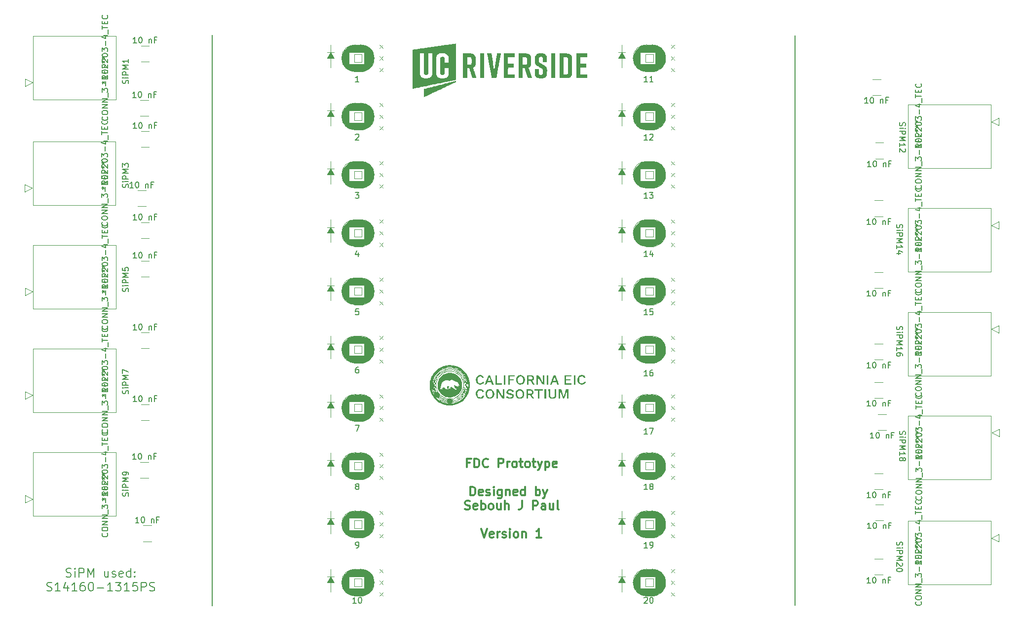
<source format=gbr>
%TF.GenerationSoftware,KiCad,Pcbnew,(6.0.8-1)-1*%
%TF.CreationDate,2023-06-16T18:58:08-04:00*%
%TF.ProjectId,Untitled,556e7469-746c-4656-942e-6b696361645f,rev?*%
%TF.SameCoordinates,Original*%
%TF.FileFunction,Legend,Top*%
%TF.FilePolarity,Positive*%
%FSLAX46Y46*%
G04 Gerber Fmt 4.6, Leading zero omitted, Abs format (unit mm)*
G04 Created by KiCad (PCBNEW (6.0.8-1)-1) date 2023-06-16 18:58:08*
%MOMM*%
%LPD*%
G01*
G04 APERTURE LIST*
%ADD10C,0.150000*%
%ADD11C,0.300000*%
%ADD12C,0.120000*%
G04 APERTURE END LIST*
D10*
X195095238Y-82952380D02*
X195047619Y-83095238D01*
X195047619Y-83333333D01*
X195095238Y-83428571D01*
X195142857Y-83476190D01*
X195238095Y-83523809D01*
X195333333Y-83523809D01*
X195428571Y-83476190D01*
X195476190Y-83428571D01*
X195523809Y-83333333D01*
X195571428Y-83142857D01*
X195619047Y-83047619D01*
X195666666Y-83000000D01*
X195761904Y-82952380D01*
X195857142Y-82952380D01*
X195952380Y-83000000D01*
X196000000Y-83047619D01*
X196047619Y-83142857D01*
X196047619Y-83380952D01*
X196000000Y-83523809D01*
X195047619Y-83952380D02*
X195714285Y-83952380D01*
X196047619Y-83952380D02*
X196000000Y-83904761D01*
X195952380Y-83952380D01*
X196000000Y-84000000D01*
X196047619Y-83952380D01*
X195952380Y-83952380D01*
X195047619Y-84428571D02*
X196047619Y-84428571D01*
X196047619Y-84809523D01*
X196000000Y-84904761D01*
X195952380Y-84952380D01*
X195857142Y-85000000D01*
X195714285Y-85000000D01*
X195619047Y-84952380D01*
X195571428Y-84904761D01*
X195523809Y-84809523D01*
X195523809Y-84428571D01*
X195047619Y-85428571D02*
X196047619Y-85428571D01*
X195333333Y-85761904D01*
X196047619Y-86095238D01*
X195047619Y-86095238D01*
X195047619Y-87095238D02*
X195047619Y-86523809D01*
X195047619Y-86809523D02*
X196047619Y-86809523D01*
X195904761Y-86714285D01*
X195809523Y-86619047D01*
X195761904Y-86523809D01*
X196047619Y-87952380D02*
X196047619Y-87761904D01*
X196000000Y-87666666D01*
X195952380Y-87619047D01*
X195809523Y-87523809D01*
X195619047Y-87476190D01*
X195238095Y-87476190D01*
X195142857Y-87523809D01*
X195095238Y-87571428D01*
X195047619Y-87666666D01*
X195047619Y-87857142D01*
X195095238Y-87952380D01*
X195142857Y-88000000D01*
X195238095Y-88047619D01*
X195476190Y-88047619D01*
X195571428Y-88000000D01*
X195619047Y-87952380D01*
X195666666Y-87857142D01*
X195666666Y-87666666D01*
X195619047Y-87571428D01*
X195571428Y-87523809D01*
X195476190Y-87476190D01*
X195095238Y-119952380D02*
X195047619Y-120095238D01*
X195047619Y-120333333D01*
X195095238Y-120428571D01*
X195142857Y-120476190D01*
X195238095Y-120523809D01*
X195333333Y-120523809D01*
X195428571Y-120476190D01*
X195476190Y-120428571D01*
X195523809Y-120333333D01*
X195571428Y-120142857D01*
X195619047Y-120047619D01*
X195666666Y-120000000D01*
X195761904Y-119952380D01*
X195857142Y-119952380D01*
X195952380Y-120000000D01*
X196000000Y-120047619D01*
X196047619Y-120142857D01*
X196047619Y-120380952D01*
X196000000Y-120523809D01*
X195047619Y-120952380D02*
X195714285Y-120952380D01*
X196047619Y-120952380D02*
X196000000Y-120904761D01*
X195952380Y-120952380D01*
X196000000Y-121000000D01*
X196047619Y-120952380D01*
X195952380Y-120952380D01*
X195047619Y-121428571D02*
X196047619Y-121428571D01*
X196047619Y-121809523D01*
X196000000Y-121904761D01*
X195952380Y-121952380D01*
X195857142Y-122000000D01*
X195714285Y-122000000D01*
X195619047Y-121952380D01*
X195571428Y-121904761D01*
X195523809Y-121809523D01*
X195523809Y-121428571D01*
X195047619Y-122428571D02*
X196047619Y-122428571D01*
X195333333Y-122761904D01*
X196047619Y-123095238D01*
X195047619Y-123095238D01*
X195952380Y-123523809D02*
X196000000Y-123571428D01*
X196047619Y-123666666D01*
X196047619Y-123904761D01*
X196000000Y-124000000D01*
X195952380Y-124047619D01*
X195857142Y-124095238D01*
X195761904Y-124095238D01*
X195619047Y-124047619D01*
X195047619Y-123476190D01*
X195047619Y-124095238D01*
X196047619Y-124714285D02*
X196047619Y-124809523D01*
X196000000Y-124904761D01*
X195952380Y-124952380D01*
X195857142Y-125000000D01*
X195666666Y-125047619D01*
X195428571Y-125047619D01*
X195238095Y-125000000D01*
X195142857Y-124952380D01*
X195095238Y-124904761D01*
X195047619Y-124809523D01*
X195047619Y-124714285D01*
X195095238Y-124619047D01*
X195142857Y-124571428D01*
X195238095Y-124523809D01*
X195428571Y-124476190D01*
X195666666Y-124476190D01*
X195857142Y-124523809D01*
X195952380Y-124571428D01*
X196000000Y-124619047D01*
X196047619Y-124714285D01*
X195595238Y-100952380D02*
X195547619Y-101095238D01*
X195547619Y-101333333D01*
X195595238Y-101428571D01*
X195642857Y-101476190D01*
X195738095Y-101523809D01*
X195833333Y-101523809D01*
X195928571Y-101476190D01*
X195976190Y-101428571D01*
X196023809Y-101333333D01*
X196071428Y-101142857D01*
X196119047Y-101047619D01*
X196166666Y-101000000D01*
X196261904Y-100952380D01*
X196357142Y-100952380D01*
X196452380Y-101000000D01*
X196500000Y-101047619D01*
X196547619Y-101142857D01*
X196547619Y-101380952D01*
X196500000Y-101523809D01*
X195547619Y-101952380D02*
X196214285Y-101952380D01*
X196547619Y-101952380D02*
X196500000Y-101904761D01*
X196452380Y-101952380D01*
X196500000Y-102000000D01*
X196547619Y-101952380D01*
X196452380Y-101952380D01*
X195547619Y-102428571D02*
X196547619Y-102428571D01*
X196547619Y-102809523D01*
X196500000Y-102904761D01*
X196452380Y-102952380D01*
X196357142Y-103000000D01*
X196214285Y-103000000D01*
X196119047Y-102952380D01*
X196071428Y-102904761D01*
X196023809Y-102809523D01*
X196023809Y-102428571D01*
X195547619Y-103428571D02*
X196547619Y-103428571D01*
X195833333Y-103761904D01*
X196547619Y-104095238D01*
X195547619Y-104095238D01*
X195547619Y-105095238D02*
X195547619Y-104523809D01*
X195547619Y-104809523D02*
X196547619Y-104809523D01*
X196404761Y-104714285D01*
X196309523Y-104619047D01*
X196261904Y-104523809D01*
X196119047Y-105666666D02*
X196166666Y-105571428D01*
X196214285Y-105523809D01*
X196309523Y-105476190D01*
X196357142Y-105476190D01*
X196452380Y-105523809D01*
X196500000Y-105571428D01*
X196547619Y-105666666D01*
X196547619Y-105857142D01*
X196500000Y-105952380D01*
X196452380Y-106000000D01*
X196357142Y-106047619D01*
X196309523Y-106047619D01*
X196214285Y-106000000D01*
X196166666Y-105952380D01*
X196119047Y-105857142D01*
X196119047Y-105666666D01*
X196071428Y-105571428D01*
X196023809Y-105523809D01*
X195928571Y-105476190D01*
X195738095Y-105476190D01*
X195642857Y-105523809D01*
X195595238Y-105571428D01*
X195547619Y-105666666D01*
X195547619Y-105857142D01*
X195595238Y-105952380D01*
X195642857Y-106000000D01*
X195738095Y-106047619D01*
X195928571Y-106047619D01*
X196023809Y-106000000D01*
X196071428Y-105952380D01*
X196119047Y-105857142D01*
X195595238Y-47952380D02*
X195547619Y-48095238D01*
X195547619Y-48333333D01*
X195595238Y-48428571D01*
X195642857Y-48476190D01*
X195738095Y-48523809D01*
X195833333Y-48523809D01*
X195928571Y-48476190D01*
X195976190Y-48428571D01*
X196023809Y-48333333D01*
X196071428Y-48142857D01*
X196119047Y-48047619D01*
X196166666Y-48000000D01*
X196261904Y-47952380D01*
X196357142Y-47952380D01*
X196452380Y-48000000D01*
X196500000Y-48047619D01*
X196547619Y-48142857D01*
X196547619Y-48380952D01*
X196500000Y-48523809D01*
X195547619Y-48952380D02*
X196214285Y-48952380D01*
X196547619Y-48952380D02*
X196500000Y-48904761D01*
X196452380Y-48952380D01*
X196500000Y-49000000D01*
X196547619Y-48952380D01*
X196452380Y-48952380D01*
X195547619Y-49428571D02*
X196547619Y-49428571D01*
X196547619Y-49809523D01*
X196500000Y-49904761D01*
X196452380Y-49952380D01*
X196357142Y-50000000D01*
X196214285Y-50000000D01*
X196119047Y-49952380D01*
X196071428Y-49904761D01*
X196023809Y-49809523D01*
X196023809Y-49428571D01*
X195547619Y-50428571D02*
X196547619Y-50428571D01*
X195833333Y-50761904D01*
X196547619Y-51095238D01*
X195547619Y-51095238D01*
X195547619Y-52095238D02*
X195547619Y-51523809D01*
X195547619Y-51809523D02*
X196547619Y-51809523D01*
X196404761Y-51714285D01*
X196309523Y-51619047D01*
X196261904Y-51523809D01*
X196452380Y-52476190D02*
X196500000Y-52523809D01*
X196547619Y-52619047D01*
X196547619Y-52857142D01*
X196500000Y-52952380D01*
X196452380Y-53000000D01*
X196357142Y-53047619D01*
X196261904Y-53047619D01*
X196119047Y-53000000D01*
X195547619Y-52428571D01*
X195547619Y-53047619D01*
X195095238Y-65452380D02*
X195047619Y-65595238D01*
X195047619Y-65833333D01*
X195095238Y-65928571D01*
X195142857Y-65976190D01*
X195238095Y-66023809D01*
X195333333Y-66023809D01*
X195428571Y-65976190D01*
X195476190Y-65928571D01*
X195523809Y-65833333D01*
X195571428Y-65642857D01*
X195619047Y-65547619D01*
X195666666Y-65500000D01*
X195761904Y-65452380D01*
X195857142Y-65452380D01*
X195952380Y-65500000D01*
X196000000Y-65547619D01*
X196047619Y-65642857D01*
X196047619Y-65880952D01*
X196000000Y-66023809D01*
X195047619Y-66452380D02*
X195714285Y-66452380D01*
X196047619Y-66452380D02*
X196000000Y-66404761D01*
X195952380Y-66452380D01*
X196000000Y-66500000D01*
X196047619Y-66452380D01*
X195952380Y-66452380D01*
X195047619Y-66928571D02*
X196047619Y-66928571D01*
X196047619Y-67309523D01*
X196000000Y-67404761D01*
X195952380Y-67452380D01*
X195857142Y-67500000D01*
X195714285Y-67500000D01*
X195619047Y-67452380D01*
X195571428Y-67404761D01*
X195523809Y-67309523D01*
X195523809Y-66928571D01*
X195047619Y-67928571D02*
X196047619Y-67928571D01*
X195333333Y-68261904D01*
X196047619Y-68595238D01*
X195047619Y-68595238D01*
X195047619Y-69595238D02*
X195047619Y-69023809D01*
X195047619Y-69309523D02*
X196047619Y-69309523D01*
X195904761Y-69214285D01*
X195809523Y-69119047D01*
X195761904Y-69023809D01*
X195714285Y-70452380D02*
X195047619Y-70452380D01*
X196095238Y-70214285D02*
X195380952Y-69976190D01*
X195380952Y-70595238D01*
X151738095Y-129547619D02*
X151785714Y-129500000D01*
X151880952Y-129452380D01*
X152119047Y-129452380D01*
X152214285Y-129500000D01*
X152261904Y-129547619D01*
X152309523Y-129642857D01*
X152309523Y-129738095D01*
X152261904Y-129880952D01*
X151690476Y-130452380D01*
X152309523Y-130452380D01*
X152928571Y-129452380D02*
X153023809Y-129452380D01*
X153119047Y-129500000D01*
X153166666Y-129547619D01*
X153214285Y-129642857D01*
X153261904Y-129833333D01*
X153261904Y-130071428D01*
X153214285Y-130261904D01*
X153166666Y-130357142D01*
X153119047Y-130404761D01*
X153023809Y-130452380D01*
X152928571Y-130452380D01*
X152833333Y-130404761D01*
X152785714Y-130357142D01*
X152738095Y-130261904D01*
X152690476Y-130071428D01*
X152690476Y-129833333D01*
X152738095Y-129642857D01*
X152785714Y-129547619D01*
X152833333Y-129500000D01*
X152928571Y-129452380D01*
X152309523Y-120952380D02*
X151738095Y-120952380D01*
X152023809Y-120952380D02*
X152023809Y-119952380D01*
X151928571Y-120095238D01*
X151833333Y-120190476D01*
X151738095Y-120238095D01*
X152785714Y-120952380D02*
X152976190Y-120952380D01*
X153071428Y-120904761D01*
X153119047Y-120857142D01*
X153214285Y-120714285D01*
X153261904Y-120523809D01*
X153261904Y-120142857D01*
X153214285Y-120047619D01*
X153166666Y-120000000D01*
X153071428Y-119952380D01*
X152880952Y-119952380D01*
X152785714Y-120000000D01*
X152738095Y-120047619D01*
X152690476Y-120142857D01*
X152690476Y-120380952D01*
X152738095Y-120476190D01*
X152785714Y-120523809D01*
X152880952Y-120571428D01*
X153071428Y-120571428D01*
X153166666Y-120523809D01*
X153214285Y-120476190D01*
X153261904Y-120380952D01*
X152309523Y-110952380D02*
X151738095Y-110952380D01*
X152023809Y-110952380D02*
X152023809Y-109952380D01*
X151928571Y-110095238D01*
X151833333Y-110190476D01*
X151738095Y-110238095D01*
X152880952Y-110380952D02*
X152785714Y-110333333D01*
X152738095Y-110285714D01*
X152690476Y-110190476D01*
X152690476Y-110142857D01*
X152738095Y-110047619D01*
X152785714Y-110000000D01*
X152880952Y-109952380D01*
X153071428Y-109952380D01*
X153166666Y-110000000D01*
X153214285Y-110047619D01*
X153261904Y-110142857D01*
X153261904Y-110190476D01*
X153214285Y-110285714D01*
X153166666Y-110333333D01*
X153071428Y-110380952D01*
X152880952Y-110380952D01*
X152785714Y-110428571D01*
X152738095Y-110476190D01*
X152690476Y-110571428D01*
X152690476Y-110761904D01*
X152738095Y-110857142D01*
X152785714Y-110904761D01*
X152880952Y-110952380D01*
X153071428Y-110952380D01*
X153166666Y-110904761D01*
X153214285Y-110857142D01*
X153261904Y-110761904D01*
X153261904Y-110571428D01*
X153214285Y-110476190D01*
X153166666Y-110428571D01*
X153071428Y-110380952D01*
X152309523Y-101452380D02*
X151738095Y-101452380D01*
X152023809Y-101452380D02*
X152023809Y-100452380D01*
X151928571Y-100595238D01*
X151833333Y-100690476D01*
X151738095Y-100738095D01*
X152642857Y-100452380D02*
X153309523Y-100452380D01*
X152880952Y-101452380D01*
X152309523Y-91452380D02*
X151738095Y-91452380D01*
X152023809Y-91452380D02*
X152023809Y-90452380D01*
X151928571Y-90595238D01*
X151833333Y-90690476D01*
X151738095Y-90738095D01*
X153166666Y-90452380D02*
X152976190Y-90452380D01*
X152880952Y-90500000D01*
X152833333Y-90547619D01*
X152738095Y-90690476D01*
X152690476Y-90880952D01*
X152690476Y-91261904D01*
X152738095Y-91357142D01*
X152785714Y-91404761D01*
X152880952Y-91452380D01*
X153071428Y-91452380D01*
X153166666Y-91404761D01*
X153214285Y-91357142D01*
X153261904Y-91261904D01*
X153261904Y-91023809D01*
X153214285Y-90928571D01*
X153166666Y-90880952D01*
X153071428Y-90833333D01*
X152880952Y-90833333D01*
X152785714Y-90880952D01*
X152738095Y-90928571D01*
X152690476Y-91023809D01*
X152309523Y-80952380D02*
X151738095Y-80952380D01*
X152023809Y-80952380D02*
X152023809Y-79952380D01*
X151928571Y-80095238D01*
X151833333Y-80190476D01*
X151738095Y-80238095D01*
X153214285Y-79952380D02*
X152738095Y-79952380D01*
X152690476Y-80428571D01*
X152738095Y-80380952D01*
X152833333Y-80333333D01*
X153071428Y-80333333D01*
X153166666Y-80380952D01*
X153214285Y-80428571D01*
X153261904Y-80523809D01*
X153261904Y-80761904D01*
X153214285Y-80857142D01*
X153166666Y-80904761D01*
X153071428Y-80952380D01*
X152833333Y-80952380D01*
X152738095Y-80904761D01*
X152690476Y-80857142D01*
X152309523Y-70952380D02*
X151738095Y-70952380D01*
X152023809Y-70952380D02*
X152023809Y-69952380D01*
X151928571Y-70095238D01*
X151833333Y-70190476D01*
X151738095Y-70238095D01*
X153166666Y-70285714D02*
X153166666Y-70952380D01*
X152928571Y-69904761D02*
X152690476Y-70619047D01*
X153309523Y-70619047D01*
X152309523Y-60952380D02*
X151738095Y-60952380D01*
X152023809Y-60952380D02*
X152023809Y-59952380D01*
X151928571Y-60095238D01*
X151833333Y-60190476D01*
X151738095Y-60238095D01*
X152642857Y-59952380D02*
X153261904Y-59952380D01*
X152928571Y-60333333D01*
X153071428Y-60333333D01*
X153166666Y-60380952D01*
X153214285Y-60428571D01*
X153261904Y-60523809D01*
X153261904Y-60761904D01*
X153214285Y-60857142D01*
X153166666Y-60904761D01*
X153071428Y-60952380D01*
X152785714Y-60952380D01*
X152690476Y-60904761D01*
X152642857Y-60857142D01*
X152309523Y-50952380D02*
X151738095Y-50952380D01*
X152023809Y-50952380D02*
X152023809Y-49952380D01*
X151928571Y-50095238D01*
X151833333Y-50190476D01*
X151738095Y-50238095D01*
X152690476Y-50047619D02*
X152738095Y-50000000D01*
X152833333Y-49952380D01*
X153071428Y-49952380D01*
X153166666Y-50000000D01*
X153214285Y-50047619D01*
X153261904Y-50142857D01*
X153261904Y-50238095D01*
X153214285Y-50380952D01*
X152642857Y-50952380D01*
X153261904Y-50952380D01*
X152309523Y-40952380D02*
X151738095Y-40952380D01*
X152023809Y-40952380D02*
X152023809Y-39952380D01*
X151928571Y-40095238D01*
X151833333Y-40190476D01*
X151738095Y-40238095D01*
X153261904Y-40952380D02*
X152690476Y-40952380D01*
X152976190Y-40952380D02*
X152976190Y-39952380D01*
X152880952Y-40095238D01*
X152785714Y-40190476D01*
X152690476Y-40238095D01*
X102309523Y-130452380D02*
X101738095Y-130452380D01*
X102023809Y-130452380D02*
X102023809Y-129452380D01*
X101928571Y-129595238D01*
X101833333Y-129690476D01*
X101738095Y-129738095D01*
X102928571Y-129452380D02*
X103023809Y-129452380D01*
X103119047Y-129500000D01*
X103166666Y-129547619D01*
X103214285Y-129642857D01*
X103261904Y-129833333D01*
X103261904Y-130071428D01*
X103214285Y-130261904D01*
X103166666Y-130357142D01*
X103119047Y-130404761D01*
X103023809Y-130452380D01*
X102928571Y-130452380D01*
X102833333Y-130404761D01*
X102785714Y-130357142D01*
X102738095Y-130261904D01*
X102690476Y-130071428D01*
X102690476Y-129833333D01*
X102738095Y-129642857D01*
X102785714Y-129547619D01*
X102833333Y-129500000D01*
X102928571Y-129452380D01*
X102309523Y-120952380D02*
X102500000Y-120952380D01*
X102595238Y-120904761D01*
X102642857Y-120857142D01*
X102738095Y-120714285D01*
X102785714Y-120523809D01*
X102785714Y-120142857D01*
X102738095Y-120047619D01*
X102690476Y-120000000D01*
X102595238Y-119952380D01*
X102404761Y-119952380D01*
X102309523Y-120000000D01*
X102261904Y-120047619D01*
X102214285Y-120142857D01*
X102214285Y-120380952D01*
X102261904Y-120476190D01*
X102309523Y-120523809D01*
X102404761Y-120571428D01*
X102595238Y-120571428D01*
X102690476Y-120523809D01*
X102738095Y-120476190D01*
X102785714Y-120380952D01*
X102404761Y-110380952D02*
X102309523Y-110333333D01*
X102261904Y-110285714D01*
X102214285Y-110190476D01*
X102214285Y-110142857D01*
X102261904Y-110047619D01*
X102309523Y-110000000D01*
X102404761Y-109952380D01*
X102595238Y-109952380D01*
X102690476Y-110000000D01*
X102738095Y-110047619D01*
X102785714Y-110142857D01*
X102785714Y-110190476D01*
X102738095Y-110285714D01*
X102690476Y-110333333D01*
X102595238Y-110380952D01*
X102404761Y-110380952D01*
X102309523Y-110428571D01*
X102261904Y-110476190D01*
X102214285Y-110571428D01*
X102214285Y-110761904D01*
X102261904Y-110857142D01*
X102309523Y-110904761D01*
X102404761Y-110952380D01*
X102595238Y-110952380D01*
X102690476Y-110904761D01*
X102738095Y-110857142D01*
X102785714Y-110761904D01*
X102785714Y-110571428D01*
X102738095Y-110476190D01*
X102690476Y-110428571D01*
X102595238Y-110380952D01*
X102166666Y-99952380D02*
X102833333Y-99952380D01*
X102404761Y-100952380D01*
X102690476Y-89952380D02*
X102500000Y-89952380D01*
X102404761Y-90000000D01*
X102357142Y-90047619D01*
X102261904Y-90190476D01*
X102214285Y-90380952D01*
X102214285Y-90761904D01*
X102261904Y-90857142D01*
X102309523Y-90904761D01*
X102404761Y-90952380D01*
X102595238Y-90952380D01*
X102690476Y-90904761D01*
X102738095Y-90857142D01*
X102785714Y-90761904D01*
X102785714Y-90523809D01*
X102738095Y-90428571D01*
X102690476Y-90380952D01*
X102595238Y-90333333D01*
X102404761Y-90333333D01*
X102309523Y-90380952D01*
X102261904Y-90428571D01*
X102214285Y-90523809D01*
X102738095Y-79952380D02*
X102261904Y-79952380D01*
X102214285Y-80428571D01*
X102261904Y-80380952D01*
X102357142Y-80333333D01*
X102595238Y-80333333D01*
X102690476Y-80380952D01*
X102738095Y-80428571D01*
X102785714Y-80523809D01*
X102785714Y-80761904D01*
X102738095Y-80857142D01*
X102690476Y-80904761D01*
X102595238Y-80952380D01*
X102357142Y-80952380D01*
X102261904Y-80904761D01*
X102214285Y-80857142D01*
X102690476Y-70285714D02*
X102690476Y-70952380D01*
X102452380Y-69904761D02*
X102214285Y-70619047D01*
X102833333Y-70619047D01*
X102166666Y-59952380D02*
X102785714Y-59952380D01*
X102452380Y-60333333D01*
X102595238Y-60333333D01*
X102690476Y-60380952D01*
X102738095Y-60428571D01*
X102785714Y-60523809D01*
X102785714Y-60761904D01*
X102738095Y-60857142D01*
X102690476Y-60904761D01*
X102595238Y-60952380D01*
X102309523Y-60952380D01*
X102214285Y-60904761D01*
X102166666Y-60857142D01*
X102214285Y-50047619D02*
X102261904Y-50000000D01*
X102357142Y-49952380D01*
X102595238Y-49952380D01*
X102690476Y-50000000D01*
X102738095Y-50047619D01*
X102785714Y-50142857D01*
X102785714Y-50238095D01*
X102738095Y-50380952D01*
X102166666Y-50952380D01*
X102785714Y-50952380D01*
X102785714Y-40952380D02*
X102214285Y-40952380D01*
X102500000Y-40952380D02*
X102500000Y-39952380D01*
X102404761Y-40095238D01*
X102309523Y-40190476D01*
X102214285Y-40238095D01*
X177630000Y-33000000D02*
X177630000Y-130800000D01*
X77630000Y-32920000D02*
X77630000Y-130910000D01*
X63204761Y-94514282D02*
X63252380Y-94371425D01*
X63252380Y-94133330D01*
X63204761Y-94038092D01*
X63157142Y-93990473D01*
X63061904Y-93942854D01*
X62966666Y-93942854D01*
X62871428Y-93990473D01*
X62823809Y-94038092D01*
X62776190Y-94133330D01*
X62728571Y-94323806D01*
X62680952Y-94419044D01*
X62633333Y-94466663D01*
X62538095Y-94514282D01*
X62442857Y-94514282D01*
X62347619Y-94466663D01*
X62300000Y-94419044D01*
X62252380Y-94323806D01*
X62252380Y-94085711D01*
X62300000Y-93942854D01*
X63252380Y-93514282D02*
X62585714Y-93514282D01*
X62252380Y-93514282D02*
X62300000Y-93561901D01*
X62347619Y-93514282D01*
X62300000Y-93466663D01*
X62252380Y-93514282D01*
X62347619Y-93514282D01*
X63252380Y-93038092D02*
X62252380Y-93038092D01*
X62252380Y-92657139D01*
X62300000Y-92561901D01*
X62347619Y-92514282D01*
X62442857Y-92466663D01*
X62585714Y-92466663D01*
X62680952Y-92514282D01*
X62728571Y-92561901D01*
X62776190Y-92657139D01*
X62776190Y-93038092D01*
X63252380Y-92038092D02*
X62252380Y-92038092D01*
X62966666Y-91704758D01*
X62252380Y-91371425D01*
X63252380Y-91371425D01*
X62252380Y-90990473D02*
X62252380Y-90323806D01*
X63252380Y-90752377D01*
X52571428Y-125899642D02*
X52785714Y-125971071D01*
X53142857Y-125971071D01*
X53285714Y-125899642D01*
X53357142Y-125828214D01*
X53428571Y-125685357D01*
X53428571Y-125542500D01*
X53357142Y-125399642D01*
X53285714Y-125328214D01*
X53142857Y-125256785D01*
X52857142Y-125185357D01*
X52714285Y-125113928D01*
X52642857Y-125042500D01*
X52571428Y-124899642D01*
X52571428Y-124756785D01*
X52642857Y-124613928D01*
X52714285Y-124542500D01*
X52857142Y-124471071D01*
X53214285Y-124471071D01*
X53428571Y-124542500D01*
X54071428Y-125971071D02*
X54071428Y-124971071D01*
X54071428Y-124471071D02*
X54000000Y-124542500D01*
X54071428Y-124613928D01*
X54142857Y-124542500D01*
X54071428Y-124471071D01*
X54071428Y-124613928D01*
X54785714Y-125971071D02*
X54785714Y-124471071D01*
X55357142Y-124471071D01*
X55500000Y-124542500D01*
X55571428Y-124613928D01*
X55642857Y-124756785D01*
X55642857Y-124971071D01*
X55571428Y-125113928D01*
X55500000Y-125185357D01*
X55357142Y-125256785D01*
X54785714Y-125256785D01*
X56285714Y-125971071D02*
X56285714Y-124471071D01*
X56785714Y-125542500D01*
X57285714Y-124471071D01*
X57285714Y-125971071D01*
X59785714Y-124971071D02*
X59785714Y-125971071D01*
X59142857Y-124971071D02*
X59142857Y-125756785D01*
X59214285Y-125899642D01*
X59357142Y-125971071D01*
X59571428Y-125971071D01*
X59714285Y-125899642D01*
X59785714Y-125828214D01*
X60428571Y-125899642D02*
X60571428Y-125971071D01*
X60857142Y-125971071D01*
X61000000Y-125899642D01*
X61071428Y-125756785D01*
X61071428Y-125685357D01*
X61000000Y-125542500D01*
X60857142Y-125471071D01*
X60642857Y-125471071D01*
X60500000Y-125399642D01*
X60428571Y-125256785D01*
X60428571Y-125185357D01*
X60500000Y-125042500D01*
X60642857Y-124971071D01*
X60857142Y-124971071D01*
X61000000Y-125042500D01*
X62285714Y-125899642D02*
X62142857Y-125971071D01*
X61857142Y-125971071D01*
X61714285Y-125899642D01*
X61642857Y-125756785D01*
X61642857Y-125185357D01*
X61714285Y-125042500D01*
X61857142Y-124971071D01*
X62142857Y-124971071D01*
X62285714Y-125042500D01*
X62357142Y-125185357D01*
X62357142Y-125328214D01*
X61642857Y-125471071D01*
X63642857Y-125971071D02*
X63642857Y-124471071D01*
X63642857Y-125899642D02*
X63500000Y-125971071D01*
X63214285Y-125971071D01*
X63071428Y-125899642D01*
X63000000Y-125828214D01*
X62928571Y-125685357D01*
X62928571Y-125256785D01*
X63000000Y-125113928D01*
X63071428Y-125042500D01*
X63214285Y-124971071D01*
X63500000Y-124971071D01*
X63642857Y-125042500D01*
X64357142Y-125828214D02*
X64428571Y-125899642D01*
X64357142Y-125971071D01*
X64285714Y-125899642D01*
X64357142Y-125828214D01*
X64357142Y-125971071D01*
X64357142Y-125042500D02*
X64428571Y-125113928D01*
X64357142Y-125185357D01*
X64285714Y-125113928D01*
X64357142Y-125042500D01*
X64357142Y-125185357D01*
X49250000Y-128314642D02*
X49464285Y-128386071D01*
X49821428Y-128386071D01*
X49964285Y-128314642D01*
X50035714Y-128243214D01*
X50107142Y-128100357D01*
X50107142Y-127957500D01*
X50035714Y-127814642D01*
X49964285Y-127743214D01*
X49821428Y-127671785D01*
X49535714Y-127600357D01*
X49392857Y-127528928D01*
X49321428Y-127457500D01*
X49250000Y-127314642D01*
X49250000Y-127171785D01*
X49321428Y-127028928D01*
X49392857Y-126957500D01*
X49535714Y-126886071D01*
X49892857Y-126886071D01*
X50107142Y-126957500D01*
X51535714Y-128386071D02*
X50678571Y-128386071D01*
X51107142Y-128386071D02*
X51107142Y-126886071D01*
X50964285Y-127100357D01*
X50821428Y-127243214D01*
X50678571Y-127314642D01*
X52821428Y-127386071D02*
X52821428Y-128386071D01*
X52464285Y-126814642D02*
X52107142Y-127886071D01*
X53035714Y-127886071D01*
X54392857Y-128386071D02*
X53535714Y-128386071D01*
X53964285Y-128386071D02*
X53964285Y-126886071D01*
X53821428Y-127100357D01*
X53678571Y-127243214D01*
X53535714Y-127314642D01*
X55678571Y-126886071D02*
X55392857Y-126886071D01*
X55250000Y-126957500D01*
X55178571Y-127028928D01*
X55035714Y-127243214D01*
X54964285Y-127528928D01*
X54964285Y-128100357D01*
X55035714Y-128243214D01*
X55107142Y-128314642D01*
X55250000Y-128386071D01*
X55535714Y-128386071D01*
X55678571Y-128314642D01*
X55750000Y-128243214D01*
X55821428Y-128100357D01*
X55821428Y-127743214D01*
X55750000Y-127600357D01*
X55678571Y-127528928D01*
X55535714Y-127457500D01*
X55250000Y-127457500D01*
X55107142Y-127528928D01*
X55035714Y-127600357D01*
X54964285Y-127743214D01*
X56750000Y-126886071D02*
X56892857Y-126886071D01*
X57035714Y-126957500D01*
X57107142Y-127028928D01*
X57178571Y-127171785D01*
X57250000Y-127457500D01*
X57250000Y-127814642D01*
X57178571Y-128100357D01*
X57107142Y-128243214D01*
X57035714Y-128314642D01*
X56892857Y-128386071D01*
X56750000Y-128386071D01*
X56607142Y-128314642D01*
X56535714Y-128243214D01*
X56464285Y-128100357D01*
X56392857Y-127814642D01*
X56392857Y-127457500D01*
X56464285Y-127171785D01*
X56535714Y-127028928D01*
X56607142Y-126957500D01*
X56750000Y-126886071D01*
X57892857Y-127814642D02*
X59035714Y-127814642D01*
X60535714Y-128386071D02*
X59678571Y-128386071D01*
X60107142Y-128386071D02*
X60107142Y-126886071D01*
X59964285Y-127100357D01*
X59821428Y-127243214D01*
X59678571Y-127314642D01*
X61035714Y-126886071D02*
X61964285Y-126886071D01*
X61464285Y-127457500D01*
X61678571Y-127457500D01*
X61821428Y-127528928D01*
X61892857Y-127600357D01*
X61964285Y-127743214D01*
X61964285Y-128100357D01*
X61892857Y-128243214D01*
X61821428Y-128314642D01*
X61678571Y-128386071D01*
X61250000Y-128386071D01*
X61107142Y-128314642D01*
X61035714Y-128243214D01*
X63392857Y-128386071D02*
X62535714Y-128386071D01*
X62964285Y-128386071D02*
X62964285Y-126886071D01*
X62821428Y-127100357D01*
X62678571Y-127243214D01*
X62535714Y-127314642D01*
X64750000Y-126886071D02*
X64035714Y-126886071D01*
X63964285Y-127600357D01*
X64035714Y-127528928D01*
X64178571Y-127457500D01*
X64535714Y-127457500D01*
X64678571Y-127528928D01*
X64750000Y-127600357D01*
X64821428Y-127743214D01*
X64821428Y-128100357D01*
X64750000Y-128243214D01*
X64678571Y-128314642D01*
X64535714Y-128386071D01*
X64178571Y-128386071D01*
X64035714Y-128314642D01*
X63964285Y-128243214D01*
X65464285Y-128386071D02*
X65464285Y-126886071D01*
X66035714Y-126886071D01*
X66178571Y-126957500D01*
X66250000Y-127028928D01*
X66321428Y-127171785D01*
X66321428Y-127386071D01*
X66250000Y-127528928D01*
X66178571Y-127600357D01*
X66035714Y-127671785D01*
X65464285Y-127671785D01*
X66892857Y-128314642D02*
X67107142Y-128386071D01*
X67464285Y-128386071D01*
X67607142Y-128314642D01*
X67678571Y-128243214D01*
X67750000Y-128100357D01*
X67750000Y-127957500D01*
X67678571Y-127814642D01*
X67607142Y-127743214D01*
X67464285Y-127671785D01*
X67178571Y-127600357D01*
X67035714Y-127528928D01*
X66964285Y-127457500D01*
X66892857Y-127314642D01*
X66892857Y-127171785D01*
X66964285Y-127028928D01*
X67035714Y-126957500D01*
X67178571Y-126886071D01*
X67535714Y-126886071D01*
X67750000Y-126957500D01*
X63204761Y-41271428D02*
X63252380Y-41128571D01*
X63252380Y-40890476D01*
X63204761Y-40795238D01*
X63157142Y-40747619D01*
X63061904Y-40700000D01*
X62966666Y-40700000D01*
X62871428Y-40747619D01*
X62823809Y-40795238D01*
X62776190Y-40890476D01*
X62728571Y-41080952D01*
X62680952Y-41176190D01*
X62633333Y-41223809D01*
X62538095Y-41271428D01*
X62442857Y-41271428D01*
X62347619Y-41223809D01*
X62300000Y-41176190D01*
X62252380Y-41080952D01*
X62252380Y-40842857D01*
X62300000Y-40700000D01*
X63252380Y-40271428D02*
X62585714Y-40271428D01*
X62252380Y-40271428D02*
X62300000Y-40319047D01*
X62347619Y-40271428D01*
X62300000Y-40223809D01*
X62252380Y-40271428D01*
X62347619Y-40271428D01*
X63252380Y-39795238D02*
X62252380Y-39795238D01*
X62252380Y-39414285D01*
X62300000Y-39319047D01*
X62347619Y-39271428D01*
X62442857Y-39223809D01*
X62585714Y-39223809D01*
X62680952Y-39271428D01*
X62728571Y-39319047D01*
X62776190Y-39414285D01*
X62776190Y-39795238D01*
X63252380Y-38795238D02*
X62252380Y-38795238D01*
X62966666Y-38461904D01*
X62252380Y-38128571D01*
X63252380Y-38128571D01*
X63252380Y-37128571D02*
X63252380Y-37700000D01*
X63252380Y-37414285D02*
X62252380Y-37414285D01*
X62395238Y-37509523D01*
X62490476Y-37604761D01*
X62538095Y-37700000D01*
X63204761Y-59114284D02*
X63252380Y-58971427D01*
X63252380Y-58733332D01*
X63204761Y-58638094D01*
X63157142Y-58590475D01*
X63061904Y-58542856D01*
X62966666Y-58542856D01*
X62871428Y-58590475D01*
X62823809Y-58638094D01*
X62776190Y-58733332D01*
X62728571Y-58923808D01*
X62680952Y-59019046D01*
X62633333Y-59066665D01*
X62538095Y-59114284D01*
X62442857Y-59114284D01*
X62347619Y-59066665D01*
X62300000Y-59019046D01*
X62252380Y-58923808D01*
X62252380Y-58685713D01*
X62300000Y-58542856D01*
X63252380Y-58114284D02*
X62585714Y-58114284D01*
X62252380Y-58114284D02*
X62300000Y-58161903D01*
X62347619Y-58114284D01*
X62300000Y-58066665D01*
X62252380Y-58114284D01*
X62347619Y-58114284D01*
X63252380Y-57638094D02*
X62252380Y-57638094D01*
X62252380Y-57257141D01*
X62300000Y-57161903D01*
X62347619Y-57114284D01*
X62442857Y-57066665D01*
X62585714Y-57066665D01*
X62680952Y-57114284D01*
X62728571Y-57161903D01*
X62776190Y-57257141D01*
X62776190Y-57638094D01*
X63252380Y-56638094D02*
X62252380Y-56638094D01*
X62966666Y-56304760D01*
X62252380Y-55971427D01*
X63252380Y-55971427D01*
X62252380Y-55590475D02*
X62252380Y-54971427D01*
X62633333Y-55304760D01*
X62633333Y-55161903D01*
X62680952Y-55066665D01*
X62728571Y-55019046D01*
X62823809Y-54971427D01*
X63061904Y-54971427D01*
X63157142Y-55019046D01*
X63204761Y-55066665D01*
X63252380Y-55161903D01*
X63252380Y-55447617D01*
X63204761Y-55542856D01*
X63157142Y-55590475D01*
X63204761Y-112071428D02*
X63252380Y-111928571D01*
X63252380Y-111690476D01*
X63204761Y-111595238D01*
X63157142Y-111547619D01*
X63061904Y-111500000D01*
X62966666Y-111500000D01*
X62871428Y-111547619D01*
X62823809Y-111595238D01*
X62776190Y-111690476D01*
X62728571Y-111880952D01*
X62680952Y-111976190D01*
X62633333Y-112023809D01*
X62538095Y-112071428D01*
X62442857Y-112071428D01*
X62347619Y-112023809D01*
X62300000Y-111976190D01*
X62252380Y-111880952D01*
X62252380Y-111642857D01*
X62300000Y-111500000D01*
X63252380Y-111071428D02*
X62585714Y-111071428D01*
X62252380Y-111071428D02*
X62300000Y-111119047D01*
X62347619Y-111071428D01*
X62300000Y-111023809D01*
X62252380Y-111071428D01*
X62347619Y-111071428D01*
X63252380Y-110595238D02*
X62252380Y-110595238D01*
X62252380Y-110214285D01*
X62300000Y-110119047D01*
X62347619Y-110071428D01*
X62442857Y-110023809D01*
X62585714Y-110023809D01*
X62680952Y-110071428D01*
X62728571Y-110119047D01*
X62776190Y-110214285D01*
X62776190Y-110595238D01*
X63252380Y-109595238D02*
X62252380Y-109595238D01*
X62966666Y-109261904D01*
X62252380Y-108928571D01*
X63252380Y-108928571D01*
X63252380Y-108404761D02*
X63252380Y-108214285D01*
X63204761Y-108119047D01*
X63157142Y-108071428D01*
X63014285Y-107976190D01*
X62823809Y-107928571D01*
X62442857Y-107928571D01*
X62347619Y-107976190D01*
X62300000Y-108023809D01*
X62252380Y-108119047D01*
X62252380Y-108309523D01*
X62300000Y-108404761D01*
X62347619Y-108452380D01*
X62442857Y-108500000D01*
X62680952Y-108500000D01*
X62776190Y-108452380D01*
X62823809Y-108404761D01*
X62871428Y-108309523D01*
X62871428Y-108119047D01*
X62823809Y-108023809D01*
X62776190Y-107976190D01*
X62680952Y-107928571D01*
X63204761Y-76957140D02*
X63252380Y-76814283D01*
X63252380Y-76576188D01*
X63204761Y-76480950D01*
X63157142Y-76433331D01*
X63061904Y-76385712D01*
X62966666Y-76385712D01*
X62871428Y-76433331D01*
X62823809Y-76480950D01*
X62776190Y-76576188D01*
X62728571Y-76766664D01*
X62680952Y-76861902D01*
X62633333Y-76909521D01*
X62538095Y-76957140D01*
X62442857Y-76957140D01*
X62347619Y-76909521D01*
X62300000Y-76861902D01*
X62252380Y-76766664D01*
X62252380Y-76528569D01*
X62300000Y-76385712D01*
X63252380Y-75957140D02*
X62585714Y-75957140D01*
X62252380Y-75957140D02*
X62300000Y-76004759D01*
X62347619Y-75957140D01*
X62300000Y-75909521D01*
X62252380Y-75957140D01*
X62347619Y-75957140D01*
X63252380Y-75480950D02*
X62252380Y-75480950D01*
X62252380Y-75099997D01*
X62300000Y-75004759D01*
X62347619Y-74957140D01*
X62442857Y-74909521D01*
X62585714Y-74909521D01*
X62680952Y-74957140D01*
X62728571Y-75004759D01*
X62776190Y-75099997D01*
X62776190Y-75480950D01*
X63252380Y-74480950D02*
X62252380Y-74480950D01*
X62966666Y-74147616D01*
X62252380Y-73814283D01*
X63252380Y-73814283D01*
X62252380Y-72861902D02*
X62252380Y-73338092D01*
X62728571Y-73385712D01*
X62680952Y-73338092D01*
X62633333Y-73242854D01*
X62633333Y-73004759D01*
X62680952Y-72909521D01*
X62728571Y-72861902D01*
X62823809Y-72814283D01*
X63061904Y-72814283D01*
X63157142Y-72861902D01*
X63204761Y-72909521D01*
X63252380Y-73004759D01*
X63252380Y-73242854D01*
X63204761Y-73338092D01*
X63157142Y-73385712D01*
D11*
X121821428Y-106355357D02*
X121321428Y-106355357D01*
X121321428Y-107141071D02*
X121321428Y-105641071D01*
X122035714Y-105641071D01*
X122607142Y-107141071D02*
X122607142Y-105641071D01*
X122964285Y-105641071D01*
X123178571Y-105712500D01*
X123321428Y-105855357D01*
X123392857Y-105998214D01*
X123464285Y-106283928D01*
X123464285Y-106498214D01*
X123392857Y-106783928D01*
X123321428Y-106926785D01*
X123178571Y-107069642D01*
X122964285Y-107141071D01*
X122607142Y-107141071D01*
X124964285Y-106998214D02*
X124892857Y-107069642D01*
X124678571Y-107141071D01*
X124535714Y-107141071D01*
X124321428Y-107069642D01*
X124178571Y-106926785D01*
X124107142Y-106783928D01*
X124035714Y-106498214D01*
X124035714Y-106283928D01*
X124107142Y-105998214D01*
X124178571Y-105855357D01*
X124321428Y-105712500D01*
X124535714Y-105641071D01*
X124678571Y-105641071D01*
X124892857Y-105712500D01*
X124964285Y-105783928D01*
X126750000Y-107141071D02*
X126750000Y-105641071D01*
X127321428Y-105641071D01*
X127464285Y-105712500D01*
X127535714Y-105783928D01*
X127607142Y-105926785D01*
X127607142Y-106141071D01*
X127535714Y-106283928D01*
X127464285Y-106355357D01*
X127321428Y-106426785D01*
X126750000Y-106426785D01*
X128250000Y-107141071D02*
X128250000Y-106141071D01*
X128250000Y-106426785D02*
X128321428Y-106283928D01*
X128392857Y-106212500D01*
X128535714Y-106141071D01*
X128678571Y-106141071D01*
X129392857Y-107141071D02*
X129250000Y-107069642D01*
X129178571Y-106998214D01*
X129107142Y-106855357D01*
X129107142Y-106426785D01*
X129178571Y-106283928D01*
X129250000Y-106212500D01*
X129392857Y-106141071D01*
X129607142Y-106141071D01*
X129750000Y-106212500D01*
X129821428Y-106283928D01*
X129892857Y-106426785D01*
X129892857Y-106855357D01*
X129821428Y-106998214D01*
X129750000Y-107069642D01*
X129607142Y-107141071D01*
X129392857Y-107141071D01*
X130321428Y-106141071D02*
X130892857Y-106141071D01*
X130535714Y-105641071D02*
X130535714Y-106926785D01*
X130607142Y-107069642D01*
X130750000Y-107141071D01*
X130892857Y-107141071D01*
X131607142Y-107141071D02*
X131464285Y-107069642D01*
X131392857Y-106998214D01*
X131321428Y-106855357D01*
X131321428Y-106426785D01*
X131392857Y-106283928D01*
X131464285Y-106212500D01*
X131607142Y-106141071D01*
X131821428Y-106141071D01*
X131964285Y-106212500D01*
X132035714Y-106283928D01*
X132107142Y-106426785D01*
X132107142Y-106855357D01*
X132035714Y-106998214D01*
X131964285Y-107069642D01*
X131821428Y-107141071D01*
X131607142Y-107141071D01*
X132535714Y-106141071D02*
X133107142Y-106141071D01*
X132750000Y-105641071D02*
X132750000Y-106926785D01*
X132821428Y-107069642D01*
X132964285Y-107141071D01*
X133107142Y-107141071D01*
X133464285Y-106141071D02*
X133821428Y-107141071D01*
X134178571Y-106141071D02*
X133821428Y-107141071D01*
X133678571Y-107498214D01*
X133607142Y-107569642D01*
X133464285Y-107641071D01*
X134750000Y-106141071D02*
X134750000Y-107641071D01*
X134750000Y-106212500D02*
X134892857Y-106141071D01*
X135178571Y-106141071D01*
X135321428Y-106212500D01*
X135392857Y-106283928D01*
X135464285Y-106426785D01*
X135464285Y-106855357D01*
X135392857Y-106998214D01*
X135321428Y-107069642D01*
X135178571Y-107141071D01*
X134892857Y-107141071D01*
X134750000Y-107069642D01*
X136678571Y-107069642D02*
X136535714Y-107141071D01*
X136250000Y-107141071D01*
X136107142Y-107069642D01*
X136035714Y-106926785D01*
X136035714Y-106355357D01*
X136107142Y-106212500D01*
X136250000Y-106141071D01*
X136535714Y-106141071D01*
X136678571Y-106212500D01*
X136750000Y-106355357D01*
X136750000Y-106498214D01*
X136035714Y-106641071D01*
X121928571Y-111971071D02*
X121928571Y-110471071D01*
X122285714Y-110471071D01*
X122500000Y-110542500D01*
X122642857Y-110685357D01*
X122714285Y-110828214D01*
X122785714Y-111113928D01*
X122785714Y-111328214D01*
X122714285Y-111613928D01*
X122642857Y-111756785D01*
X122500000Y-111899642D01*
X122285714Y-111971071D01*
X121928571Y-111971071D01*
X124000000Y-111899642D02*
X123857142Y-111971071D01*
X123571428Y-111971071D01*
X123428571Y-111899642D01*
X123357142Y-111756785D01*
X123357142Y-111185357D01*
X123428571Y-111042500D01*
X123571428Y-110971071D01*
X123857142Y-110971071D01*
X124000000Y-111042500D01*
X124071428Y-111185357D01*
X124071428Y-111328214D01*
X123357142Y-111471071D01*
X124642857Y-111899642D02*
X124785714Y-111971071D01*
X125071428Y-111971071D01*
X125214285Y-111899642D01*
X125285714Y-111756785D01*
X125285714Y-111685357D01*
X125214285Y-111542500D01*
X125071428Y-111471071D01*
X124857142Y-111471071D01*
X124714285Y-111399642D01*
X124642857Y-111256785D01*
X124642857Y-111185357D01*
X124714285Y-111042500D01*
X124857142Y-110971071D01*
X125071428Y-110971071D01*
X125214285Y-111042500D01*
X125928571Y-111971071D02*
X125928571Y-110971071D01*
X125928571Y-110471071D02*
X125857142Y-110542500D01*
X125928571Y-110613928D01*
X126000000Y-110542500D01*
X125928571Y-110471071D01*
X125928571Y-110613928D01*
X127285714Y-110971071D02*
X127285714Y-112185357D01*
X127214285Y-112328214D01*
X127142857Y-112399642D01*
X127000000Y-112471071D01*
X126785714Y-112471071D01*
X126642857Y-112399642D01*
X127285714Y-111899642D02*
X127142857Y-111971071D01*
X126857142Y-111971071D01*
X126714285Y-111899642D01*
X126642857Y-111828214D01*
X126571428Y-111685357D01*
X126571428Y-111256785D01*
X126642857Y-111113928D01*
X126714285Y-111042500D01*
X126857142Y-110971071D01*
X127142857Y-110971071D01*
X127285714Y-111042500D01*
X128000000Y-110971071D02*
X128000000Y-111971071D01*
X128000000Y-111113928D02*
X128071428Y-111042500D01*
X128214285Y-110971071D01*
X128428571Y-110971071D01*
X128571428Y-111042500D01*
X128642857Y-111185357D01*
X128642857Y-111971071D01*
X129928571Y-111899642D02*
X129785714Y-111971071D01*
X129500000Y-111971071D01*
X129357142Y-111899642D01*
X129285714Y-111756785D01*
X129285714Y-111185357D01*
X129357142Y-111042500D01*
X129500000Y-110971071D01*
X129785714Y-110971071D01*
X129928571Y-111042500D01*
X130000000Y-111185357D01*
X130000000Y-111328214D01*
X129285714Y-111471071D01*
X131285714Y-111971071D02*
X131285714Y-110471071D01*
X131285714Y-111899642D02*
X131142857Y-111971071D01*
X130857142Y-111971071D01*
X130714285Y-111899642D01*
X130642857Y-111828214D01*
X130571428Y-111685357D01*
X130571428Y-111256785D01*
X130642857Y-111113928D01*
X130714285Y-111042500D01*
X130857142Y-110971071D01*
X131142857Y-110971071D01*
X131285714Y-111042500D01*
X133142857Y-111971071D02*
X133142857Y-110471071D01*
X133142857Y-111042500D02*
X133285714Y-110971071D01*
X133571428Y-110971071D01*
X133714285Y-111042500D01*
X133785714Y-111113928D01*
X133857142Y-111256785D01*
X133857142Y-111685357D01*
X133785714Y-111828214D01*
X133714285Y-111899642D01*
X133571428Y-111971071D01*
X133285714Y-111971071D01*
X133142857Y-111899642D01*
X134357142Y-110971071D02*
X134714285Y-111971071D01*
X135071428Y-110971071D02*
X134714285Y-111971071D01*
X134571428Y-112328214D01*
X134500000Y-112399642D01*
X134357142Y-112471071D01*
X121000000Y-114314642D02*
X121214285Y-114386071D01*
X121571428Y-114386071D01*
X121714285Y-114314642D01*
X121785714Y-114243214D01*
X121857142Y-114100357D01*
X121857142Y-113957500D01*
X121785714Y-113814642D01*
X121714285Y-113743214D01*
X121571428Y-113671785D01*
X121285714Y-113600357D01*
X121142857Y-113528928D01*
X121071428Y-113457500D01*
X121000000Y-113314642D01*
X121000000Y-113171785D01*
X121071428Y-113028928D01*
X121142857Y-112957500D01*
X121285714Y-112886071D01*
X121642857Y-112886071D01*
X121857142Y-112957500D01*
X123071428Y-114314642D02*
X122928571Y-114386071D01*
X122642857Y-114386071D01*
X122500000Y-114314642D01*
X122428571Y-114171785D01*
X122428571Y-113600357D01*
X122500000Y-113457500D01*
X122642857Y-113386071D01*
X122928571Y-113386071D01*
X123071428Y-113457500D01*
X123142857Y-113600357D01*
X123142857Y-113743214D01*
X122428571Y-113886071D01*
X123785714Y-114386071D02*
X123785714Y-112886071D01*
X123785714Y-113457500D02*
X123928571Y-113386071D01*
X124214285Y-113386071D01*
X124357142Y-113457500D01*
X124428571Y-113528928D01*
X124500000Y-113671785D01*
X124500000Y-114100357D01*
X124428571Y-114243214D01*
X124357142Y-114314642D01*
X124214285Y-114386071D01*
X123928571Y-114386071D01*
X123785714Y-114314642D01*
X125357142Y-114386071D02*
X125214285Y-114314642D01*
X125142857Y-114243214D01*
X125071428Y-114100357D01*
X125071428Y-113671785D01*
X125142857Y-113528928D01*
X125214285Y-113457500D01*
X125357142Y-113386071D01*
X125571428Y-113386071D01*
X125714285Y-113457500D01*
X125785714Y-113528928D01*
X125857142Y-113671785D01*
X125857142Y-114100357D01*
X125785714Y-114243214D01*
X125714285Y-114314642D01*
X125571428Y-114386071D01*
X125357142Y-114386071D01*
X127142857Y-113386071D02*
X127142857Y-114386071D01*
X126500000Y-113386071D02*
X126500000Y-114171785D01*
X126571428Y-114314642D01*
X126714285Y-114386071D01*
X126928571Y-114386071D01*
X127071428Y-114314642D01*
X127142857Y-114243214D01*
X127857142Y-114386071D02*
X127857142Y-112886071D01*
X128500000Y-114386071D02*
X128500000Y-113600357D01*
X128428571Y-113457500D01*
X128285714Y-113386071D01*
X128071428Y-113386071D01*
X127928571Y-113457500D01*
X127857142Y-113528928D01*
X130785714Y-112886071D02*
X130785714Y-113957500D01*
X130714285Y-114171785D01*
X130571428Y-114314642D01*
X130357142Y-114386071D01*
X130214285Y-114386071D01*
X132642857Y-114386071D02*
X132642857Y-112886071D01*
X133214285Y-112886071D01*
X133357142Y-112957500D01*
X133428571Y-113028928D01*
X133500000Y-113171785D01*
X133500000Y-113386071D01*
X133428571Y-113528928D01*
X133357142Y-113600357D01*
X133214285Y-113671785D01*
X132642857Y-113671785D01*
X134785714Y-114386071D02*
X134785714Y-113600357D01*
X134714285Y-113457500D01*
X134571428Y-113386071D01*
X134285714Y-113386071D01*
X134142857Y-113457500D01*
X134785714Y-114314642D02*
X134642857Y-114386071D01*
X134285714Y-114386071D01*
X134142857Y-114314642D01*
X134071428Y-114171785D01*
X134071428Y-114028928D01*
X134142857Y-113886071D01*
X134285714Y-113814642D01*
X134642857Y-113814642D01*
X134785714Y-113743214D01*
X136142857Y-113386071D02*
X136142857Y-114386071D01*
X135500000Y-113386071D02*
X135500000Y-114171785D01*
X135571428Y-114314642D01*
X135714285Y-114386071D01*
X135928571Y-114386071D01*
X136071428Y-114314642D01*
X136142857Y-114243214D01*
X137071428Y-114386071D02*
X136928571Y-114314642D01*
X136857142Y-114171785D01*
X136857142Y-112886071D01*
X123785714Y-117716071D02*
X124285714Y-119216071D01*
X124785714Y-117716071D01*
X125857142Y-119144642D02*
X125714285Y-119216071D01*
X125428571Y-119216071D01*
X125285714Y-119144642D01*
X125214285Y-119001785D01*
X125214285Y-118430357D01*
X125285714Y-118287500D01*
X125428571Y-118216071D01*
X125714285Y-118216071D01*
X125857142Y-118287500D01*
X125928571Y-118430357D01*
X125928571Y-118573214D01*
X125214285Y-118716071D01*
X126571428Y-119216071D02*
X126571428Y-118216071D01*
X126571428Y-118501785D02*
X126642857Y-118358928D01*
X126714285Y-118287500D01*
X126857142Y-118216071D01*
X127000000Y-118216071D01*
X127428571Y-119144642D02*
X127571428Y-119216071D01*
X127857142Y-119216071D01*
X128000000Y-119144642D01*
X128071428Y-119001785D01*
X128071428Y-118930357D01*
X128000000Y-118787500D01*
X127857142Y-118716071D01*
X127642857Y-118716071D01*
X127500000Y-118644642D01*
X127428571Y-118501785D01*
X127428571Y-118430357D01*
X127500000Y-118287500D01*
X127642857Y-118216071D01*
X127857142Y-118216071D01*
X128000000Y-118287500D01*
X128714285Y-119216071D02*
X128714285Y-118216071D01*
X128714285Y-117716071D02*
X128642857Y-117787500D01*
X128714285Y-117858928D01*
X128785714Y-117787500D01*
X128714285Y-117716071D01*
X128714285Y-117858928D01*
X129642857Y-119216071D02*
X129500000Y-119144642D01*
X129428571Y-119073214D01*
X129357142Y-118930357D01*
X129357142Y-118501785D01*
X129428571Y-118358928D01*
X129500000Y-118287500D01*
X129642857Y-118216071D01*
X129857142Y-118216071D01*
X130000000Y-118287500D01*
X130071428Y-118358928D01*
X130142857Y-118501785D01*
X130142857Y-118930357D01*
X130071428Y-119073214D01*
X130000000Y-119144642D01*
X129857142Y-119216071D01*
X129642857Y-119216071D01*
X130785714Y-118216071D02*
X130785714Y-119216071D01*
X130785714Y-118358928D02*
X130857142Y-118287500D01*
X131000000Y-118216071D01*
X131214285Y-118216071D01*
X131357142Y-118287500D01*
X131428571Y-118430357D01*
X131428571Y-119216071D01*
X134071428Y-119216071D02*
X133214285Y-119216071D01*
X133642857Y-119216071D02*
X133642857Y-117716071D01*
X133500000Y-117930357D01*
X133357142Y-118073214D01*
X133214285Y-118144642D01*
D10*
%TO.C,10 nF*%
X190640119Y-55544880D02*
X190068690Y-55544880D01*
X190354404Y-55544880D02*
X190354404Y-54544880D01*
X190259166Y-54687738D01*
X190163928Y-54782976D01*
X190068690Y-54830595D01*
X191259166Y-54544880D02*
X191354404Y-54544880D01*
X191449642Y-54592500D01*
X191497261Y-54640119D01*
X191544880Y-54735357D01*
X191592500Y-54925833D01*
X191592500Y-55163928D01*
X191544880Y-55354404D01*
X191497261Y-55449642D01*
X191449642Y-55497261D01*
X191354404Y-55544880D01*
X191259166Y-55544880D01*
X191163928Y-55497261D01*
X191116309Y-55449642D01*
X191068690Y-55354404D01*
X191021071Y-55163928D01*
X191021071Y-54925833D01*
X191068690Y-54735357D01*
X191116309Y-54640119D01*
X191163928Y-54592500D01*
X191259166Y-54544880D01*
X192782976Y-54878214D02*
X192782976Y-55544880D01*
X192782976Y-54973452D02*
X192830595Y-54925833D01*
X192925833Y-54878214D01*
X193068690Y-54878214D01*
X193163928Y-54925833D01*
X193211547Y-55021071D01*
X193211547Y-55544880D01*
X194021071Y-55021071D02*
X193687738Y-55021071D01*
X193687738Y-55544880D02*
X193687738Y-54544880D01*
X194163928Y-54544880D01*
X190140119Y-44644880D02*
X189568690Y-44644880D01*
X189854404Y-44644880D02*
X189854404Y-43644880D01*
X189759166Y-43787738D01*
X189663928Y-43882976D01*
X189568690Y-43930595D01*
X190759166Y-43644880D02*
X190854404Y-43644880D01*
X190949642Y-43692500D01*
X190997261Y-43740119D01*
X191044880Y-43835357D01*
X191092500Y-44025833D01*
X191092500Y-44263928D01*
X191044880Y-44454404D01*
X190997261Y-44549642D01*
X190949642Y-44597261D01*
X190854404Y-44644880D01*
X190759166Y-44644880D01*
X190663928Y-44597261D01*
X190616309Y-44549642D01*
X190568690Y-44454404D01*
X190521071Y-44263928D01*
X190521071Y-44025833D01*
X190568690Y-43835357D01*
X190616309Y-43740119D01*
X190663928Y-43692500D01*
X190759166Y-43644880D01*
X192282976Y-43978214D02*
X192282976Y-44644880D01*
X192282976Y-44073452D02*
X192330595Y-44025833D01*
X192425833Y-43978214D01*
X192568690Y-43978214D01*
X192663928Y-44025833D01*
X192711547Y-44121071D01*
X192711547Y-44644880D01*
X193521071Y-44121071D02*
X193187738Y-44121071D01*
X193187738Y-44644880D02*
X193187738Y-43644880D01*
X193663928Y-43644880D01*
X191115119Y-102144880D02*
X190543690Y-102144880D01*
X190829404Y-102144880D02*
X190829404Y-101144880D01*
X190734166Y-101287738D01*
X190638928Y-101382976D01*
X190543690Y-101430595D01*
X191734166Y-101144880D02*
X191829404Y-101144880D01*
X191924642Y-101192500D01*
X191972261Y-101240119D01*
X192019880Y-101335357D01*
X192067500Y-101525833D01*
X192067500Y-101763928D01*
X192019880Y-101954404D01*
X191972261Y-102049642D01*
X191924642Y-102097261D01*
X191829404Y-102144880D01*
X191734166Y-102144880D01*
X191638928Y-102097261D01*
X191591309Y-102049642D01*
X191543690Y-101954404D01*
X191496071Y-101763928D01*
X191496071Y-101525833D01*
X191543690Y-101335357D01*
X191591309Y-101240119D01*
X191638928Y-101192500D01*
X191734166Y-101144880D01*
X193257976Y-101478214D02*
X193257976Y-102144880D01*
X193257976Y-101573452D02*
X193305595Y-101525833D01*
X193400833Y-101478214D01*
X193543690Y-101478214D01*
X193638928Y-101525833D01*
X193686547Y-101621071D01*
X193686547Y-102144880D01*
X194496071Y-101621071D02*
X194162738Y-101621071D01*
X194162738Y-102144880D02*
X194162738Y-101144880D01*
X194638928Y-101144880D01*
X190640119Y-117644880D02*
X190068690Y-117644880D01*
X190354404Y-117644880D02*
X190354404Y-116644880D01*
X190259166Y-116787738D01*
X190163928Y-116882976D01*
X190068690Y-116930595D01*
X191259166Y-116644880D02*
X191354404Y-116644880D01*
X191449642Y-116692500D01*
X191497261Y-116740119D01*
X191544880Y-116835357D01*
X191592500Y-117025833D01*
X191592500Y-117263928D01*
X191544880Y-117454404D01*
X191497261Y-117549642D01*
X191449642Y-117597261D01*
X191354404Y-117644880D01*
X191259166Y-117644880D01*
X191163928Y-117597261D01*
X191116309Y-117549642D01*
X191068690Y-117454404D01*
X191021071Y-117263928D01*
X191021071Y-117025833D01*
X191068690Y-116835357D01*
X191116309Y-116740119D01*
X191163928Y-116692500D01*
X191259166Y-116644880D01*
X192782976Y-116978214D02*
X192782976Y-117644880D01*
X192782976Y-117073452D02*
X192830595Y-117025833D01*
X192925833Y-116978214D01*
X193068690Y-116978214D01*
X193163928Y-117025833D01*
X193211547Y-117121071D01*
X193211547Y-117644880D01*
X194021071Y-117121071D02*
X193687738Y-117121071D01*
X193687738Y-117644880D02*
X193687738Y-116644880D01*
X194163928Y-116644880D01*
X190540119Y-65453929D02*
X189968690Y-65453929D01*
X190254404Y-65453929D02*
X190254404Y-64453929D01*
X190159166Y-64596787D01*
X190063928Y-64692025D01*
X189968690Y-64739644D01*
X191159166Y-64453929D02*
X191254404Y-64453929D01*
X191349642Y-64501549D01*
X191397261Y-64549168D01*
X191444880Y-64644406D01*
X191492500Y-64834882D01*
X191492500Y-65072977D01*
X191444880Y-65263453D01*
X191397261Y-65358691D01*
X191349642Y-65406310D01*
X191254404Y-65453929D01*
X191159166Y-65453929D01*
X191063928Y-65406310D01*
X191016309Y-65358691D01*
X190968690Y-65263453D01*
X190921071Y-65072977D01*
X190921071Y-64834882D01*
X190968690Y-64644406D01*
X191016309Y-64549168D01*
X191063928Y-64501549D01*
X191159166Y-64453929D01*
X192682976Y-64787263D02*
X192682976Y-65453929D01*
X192682976Y-64882501D02*
X192730595Y-64834882D01*
X192825833Y-64787263D01*
X192968690Y-64787263D01*
X193063928Y-64834882D01*
X193111547Y-64930120D01*
X193111547Y-65453929D01*
X193921071Y-64930120D02*
X193587738Y-64930120D01*
X193587738Y-65453929D02*
X193587738Y-64453929D01*
X194063928Y-64453929D01*
%TO.C,REF\u002A\u002A*%
X199294780Y-51678333D02*
X198818590Y-52011666D01*
X199294780Y-52249761D02*
X198294780Y-52249761D01*
X198294780Y-51868809D01*
X198342400Y-51773571D01*
X198390019Y-51725952D01*
X198485257Y-51678333D01*
X198628114Y-51678333D01*
X198723352Y-51725952D01*
X198770971Y-51773571D01*
X198818590Y-51868809D01*
X198818590Y-52249761D01*
X198770971Y-51249761D02*
X198770971Y-50916428D01*
X199294780Y-50773571D02*
X199294780Y-51249761D01*
X198294780Y-51249761D01*
X198294780Y-50773571D01*
X198770971Y-50011666D02*
X198770971Y-50345000D01*
X199294780Y-50345000D02*
X198294780Y-50345000D01*
X198294780Y-49868809D01*
X198294780Y-49345000D02*
X198532876Y-49345000D01*
X198437638Y-49583095D02*
X198532876Y-49345000D01*
X198437638Y-49106904D01*
X198723352Y-49487857D02*
X198532876Y-49345000D01*
X198723352Y-49202142D01*
X198294780Y-48583095D02*
X198532876Y-48583095D01*
X198437638Y-48821190D02*
X198532876Y-48583095D01*
X198437638Y-48345000D01*
X198723352Y-48725952D02*
X198532876Y-48583095D01*
X198723352Y-48440238D01*
X199199542Y-58749761D02*
X199247161Y-58797380D01*
X199294780Y-58940238D01*
X199294780Y-59035476D01*
X199247161Y-59178333D01*
X199151923Y-59273571D01*
X199056685Y-59321190D01*
X198866209Y-59368809D01*
X198723352Y-59368809D01*
X198532876Y-59321190D01*
X198437638Y-59273571D01*
X198342400Y-59178333D01*
X198294780Y-59035476D01*
X198294780Y-58940238D01*
X198342400Y-58797380D01*
X198390019Y-58749761D01*
X198294780Y-58130714D02*
X198294780Y-57940238D01*
X198342400Y-57845000D01*
X198437638Y-57749761D01*
X198628114Y-57702142D01*
X198961447Y-57702142D01*
X199151923Y-57749761D01*
X199247161Y-57845000D01*
X199294780Y-57940238D01*
X199294780Y-58130714D01*
X199247161Y-58225952D01*
X199151923Y-58321190D01*
X198961447Y-58368809D01*
X198628114Y-58368809D01*
X198437638Y-58321190D01*
X198342400Y-58225952D01*
X198294780Y-58130714D01*
X199294780Y-57273571D02*
X198294780Y-57273571D01*
X199294780Y-56702142D01*
X198294780Y-56702142D01*
X199294780Y-56225952D02*
X198294780Y-56225952D01*
X199294780Y-55654523D01*
X198294780Y-55654523D01*
X199390019Y-55416428D02*
X199390019Y-54654523D01*
X198294780Y-54511666D02*
X198294780Y-53892619D01*
X198675733Y-54225952D01*
X198675733Y-54083095D01*
X198723352Y-53987857D01*
X198770971Y-53940238D01*
X198866209Y-53892619D01*
X199104304Y-53892619D01*
X199199542Y-53940238D01*
X199247161Y-53987857D01*
X199294780Y-54083095D01*
X199294780Y-54368809D01*
X199247161Y-54464047D01*
X199199542Y-54511666D01*
X198913828Y-53464047D02*
X198913828Y-52702142D01*
X199294780Y-51702142D02*
X199294780Y-52273571D01*
X199294780Y-51987857D02*
X198294780Y-51987857D01*
X198437638Y-52083095D01*
X198532876Y-52178333D01*
X198580495Y-52273571D01*
X198294780Y-51083095D02*
X198294780Y-50987857D01*
X198342400Y-50892619D01*
X198390019Y-50845000D01*
X198485257Y-50797380D01*
X198675733Y-50749761D01*
X198913828Y-50749761D01*
X199104304Y-50797380D01*
X199199542Y-50845000D01*
X199247161Y-50892619D01*
X199294780Y-50987857D01*
X199294780Y-51083095D01*
X199247161Y-51178333D01*
X199199542Y-51225952D01*
X199104304Y-51273571D01*
X198913828Y-51321190D01*
X198675733Y-51321190D01*
X198485257Y-51273571D01*
X198390019Y-51225952D01*
X198342400Y-51178333D01*
X198294780Y-51083095D01*
X198390019Y-50368809D02*
X198342400Y-50321190D01*
X198294780Y-50225952D01*
X198294780Y-49987857D01*
X198342400Y-49892619D01*
X198390019Y-49845000D01*
X198485257Y-49797380D01*
X198580495Y-49797380D01*
X198723352Y-49845000D01*
X199294780Y-50416428D01*
X199294780Y-49797380D01*
X198390019Y-49416428D02*
X198342400Y-49368809D01*
X198294780Y-49273571D01*
X198294780Y-49035476D01*
X198342400Y-48940238D01*
X198390019Y-48892619D01*
X198485257Y-48845000D01*
X198580495Y-48845000D01*
X198723352Y-48892619D01*
X199294780Y-49464047D01*
X199294780Y-48845000D01*
X198294780Y-48225952D02*
X198294780Y-48130714D01*
X198342400Y-48035476D01*
X198390019Y-47987857D01*
X198485257Y-47940238D01*
X198675733Y-47892619D01*
X198913828Y-47892619D01*
X199104304Y-47940238D01*
X199199542Y-47987857D01*
X199247161Y-48035476D01*
X199294780Y-48130714D01*
X199294780Y-48225952D01*
X199247161Y-48321190D01*
X199199542Y-48368809D01*
X199104304Y-48416428D01*
X198913828Y-48464047D01*
X198675733Y-48464047D01*
X198485257Y-48416428D01*
X198390019Y-48368809D01*
X198342400Y-48321190D01*
X198294780Y-48225952D01*
X198294780Y-47559285D02*
X198294780Y-46940238D01*
X198675733Y-47273571D01*
X198675733Y-47130714D01*
X198723352Y-47035476D01*
X198770971Y-46987857D01*
X198866209Y-46940238D01*
X199104304Y-46940238D01*
X199199542Y-46987857D01*
X199247161Y-47035476D01*
X199294780Y-47130714D01*
X199294780Y-47416428D01*
X199247161Y-47511666D01*
X199199542Y-47559285D01*
X198913828Y-46511666D02*
X198913828Y-45749761D01*
X198628114Y-44845000D02*
X199294780Y-44845000D01*
X198247161Y-45083095D02*
X198961447Y-45321190D01*
X198961447Y-44702142D01*
X199390019Y-44559285D02*
X199390019Y-43797380D01*
X198294780Y-43702142D02*
X198294780Y-43130714D01*
X199294780Y-43416428D02*
X198294780Y-43416428D01*
X198770971Y-42797380D02*
X198770971Y-42464047D01*
X199294780Y-42321190D02*
X199294780Y-42797380D01*
X198294780Y-42797380D01*
X198294780Y-42321190D01*
X199199542Y-41321190D02*
X199247161Y-41368809D01*
X199294780Y-41511666D01*
X199294780Y-41606904D01*
X199247161Y-41749761D01*
X199151923Y-41845000D01*
X199056685Y-41892619D01*
X198866209Y-41940238D01*
X198723352Y-41940238D01*
X198532876Y-41892619D01*
X198437638Y-41845000D01*
X198342400Y-41749761D01*
X198294780Y-41606904D01*
X198294780Y-41511666D01*
X198342400Y-41368809D01*
X198390019Y-41321190D01*
X198294780Y-47805000D02*
X198532876Y-47805000D01*
X198437638Y-48043095D02*
X198532876Y-47805000D01*
X198437638Y-47566904D01*
X198723352Y-47947857D02*
X198532876Y-47805000D01*
X198723352Y-47662142D01*
X199294780Y-123165833D02*
X198818590Y-123499166D01*
X199294780Y-123737261D02*
X198294780Y-123737261D01*
X198294780Y-123356309D01*
X198342400Y-123261071D01*
X198390019Y-123213452D01*
X198485257Y-123165833D01*
X198628114Y-123165833D01*
X198723352Y-123213452D01*
X198770971Y-123261071D01*
X198818590Y-123356309D01*
X198818590Y-123737261D01*
X198770971Y-122737261D02*
X198770971Y-122403928D01*
X199294780Y-122261071D02*
X199294780Y-122737261D01*
X198294780Y-122737261D01*
X198294780Y-122261071D01*
X198770971Y-121499166D02*
X198770971Y-121832500D01*
X199294780Y-121832500D02*
X198294780Y-121832500D01*
X198294780Y-121356309D01*
X198294780Y-120832500D02*
X198532876Y-120832500D01*
X198437638Y-121070595D02*
X198532876Y-120832500D01*
X198437638Y-120594404D01*
X198723352Y-120975357D02*
X198532876Y-120832500D01*
X198723352Y-120689642D01*
X198294780Y-120070595D02*
X198532876Y-120070595D01*
X198437638Y-120308690D02*
X198532876Y-120070595D01*
X198437638Y-119832500D01*
X198723352Y-120213452D02*
X198532876Y-120070595D01*
X198723352Y-119927738D01*
X199199542Y-130237261D02*
X199247161Y-130284880D01*
X199294780Y-130427738D01*
X199294780Y-130522976D01*
X199247161Y-130665833D01*
X199151923Y-130761071D01*
X199056685Y-130808690D01*
X198866209Y-130856309D01*
X198723352Y-130856309D01*
X198532876Y-130808690D01*
X198437638Y-130761071D01*
X198342400Y-130665833D01*
X198294780Y-130522976D01*
X198294780Y-130427738D01*
X198342400Y-130284880D01*
X198390019Y-130237261D01*
X198294780Y-129618214D02*
X198294780Y-129427738D01*
X198342400Y-129332500D01*
X198437638Y-129237261D01*
X198628114Y-129189642D01*
X198961447Y-129189642D01*
X199151923Y-129237261D01*
X199247161Y-129332500D01*
X199294780Y-129427738D01*
X199294780Y-129618214D01*
X199247161Y-129713452D01*
X199151923Y-129808690D01*
X198961447Y-129856309D01*
X198628114Y-129856309D01*
X198437638Y-129808690D01*
X198342400Y-129713452D01*
X198294780Y-129618214D01*
X199294780Y-128761071D02*
X198294780Y-128761071D01*
X199294780Y-128189642D01*
X198294780Y-128189642D01*
X199294780Y-127713452D02*
X198294780Y-127713452D01*
X199294780Y-127142023D01*
X198294780Y-127142023D01*
X199390019Y-126903928D02*
X199390019Y-126142023D01*
X198294780Y-125999166D02*
X198294780Y-125380119D01*
X198675733Y-125713452D01*
X198675733Y-125570595D01*
X198723352Y-125475357D01*
X198770971Y-125427738D01*
X198866209Y-125380119D01*
X199104304Y-125380119D01*
X199199542Y-125427738D01*
X199247161Y-125475357D01*
X199294780Y-125570595D01*
X199294780Y-125856309D01*
X199247161Y-125951547D01*
X199199542Y-125999166D01*
X198913828Y-124951547D02*
X198913828Y-124189642D01*
X199294780Y-123189642D02*
X199294780Y-123761071D01*
X199294780Y-123475357D02*
X198294780Y-123475357D01*
X198437638Y-123570595D01*
X198532876Y-123665833D01*
X198580495Y-123761071D01*
X198294780Y-122570595D02*
X198294780Y-122475357D01*
X198342400Y-122380119D01*
X198390019Y-122332500D01*
X198485257Y-122284880D01*
X198675733Y-122237261D01*
X198913828Y-122237261D01*
X199104304Y-122284880D01*
X199199542Y-122332500D01*
X199247161Y-122380119D01*
X199294780Y-122475357D01*
X199294780Y-122570595D01*
X199247161Y-122665833D01*
X199199542Y-122713452D01*
X199104304Y-122761071D01*
X198913828Y-122808690D01*
X198675733Y-122808690D01*
X198485257Y-122761071D01*
X198390019Y-122713452D01*
X198342400Y-122665833D01*
X198294780Y-122570595D01*
X198390019Y-121856309D02*
X198342400Y-121808690D01*
X198294780Y-121713452D01*
X198294780Y-121475357D01*
X198342400Y-121380119D01*
X198390019Y-121332500D01*
X198485257Y-121284880D01*
X198580495Y-121284880D01*
X198723352Y-121332500D01*
X199294780Y-121903928D01*
X199294780Y-121284880D01*
X198390019Y-120903928D02*
X198342400Y-120856309D01*
X198294780Y-120761071D01*
X198294780Y-120522976D01*
X198342400Y-120427738D01*
X198390019Y-120380119D01*
X198485257Y-120332500D01*
X198580495Y-120332500D01*
X198723352Y-120380119D01*
X199294780Y-120951547D01*
X199294780Y-120332500D01*
X198294780Y-119713452D02*
X198294780Y-119618214D01*
X198342400Y-119522976D01*
X198390019Y-119475357D01*
X198485257Y-119427738D01*
X198675733Y-119380119D01*
X198913828Y-119380119D01*
X199104304Y-119427738D01*
X199199542Y-119475357D01*
X199247161Y-119522976D01*
X199294780Y-119618214D01*
X199294780Y-119713452D01*
X199247161Y-119808690D01*
X199199542Y-119856309D01*
X199104304Y-119903928D01*
X198913828Y-119951547D01*
X198675733Y-119951547D01*
X198485257Y-119903928D01*
X198390019Y-119856309D01*
X198342400Y-119808690D01*
X198294780Y-119713452D01*
X198294780Y-119046785D02*
X198294780Y-118427738D01*
X198675733Y-118761071D01*
X198675733Y-118618214D01*
X198723352Y-118522976D01*
X198770971Y-118475357D01*
X198866209Y-118427738D01*
X199104304Y-118427738D01*
X199199542Y-118475357D01*
X199247161Y-118522976D01*
X199294780Y-118618214D01*
X199294780Y-118903928D01*
X199247161Y-118999166D01*
X199199542Y-119046785D01*
X198913828Y-117999166D02*
X198913828Y-117237261D01*
X198628114Y-116332500D02*
X199294780Y-116332500D01*
X198247161Y-116570595D02*
X198961447Y-116808690D01*
X198961447Y-116189642D01*
X199390019Y-116046785D02*
X199390019Y-115284880D01*
X198294780Y-115189642D02*
X198294780Y-114618214D01*
X199294780Y-114903928D02*
X198294780Y-114903928D01*
X198770971Y-114284880D02*
X198770971Y-113951547D01*
X199294780Y-113808690D02*
X199294780Y-114284880D01*
X198294780Y-114284880D01*
X198294780Y-113808690D01*
X199199542Y-112808690D02*
X199247161Y-112856309D01*
X199294780Y-112999166D01*
X199294780Y-113094404D01*
X199247161Y-113237261D01*
X199151923Y-113332500D01*
X199056685Y-113380119D01*
X198866209Y-113427738D01*
X198723352Y-113427738D01*
X198532876Y-113380119D01*
X198437638Y-113332500D01*
X198342400Y-113237261D01*
X198294780Y-113094404D01*
X198294780Y-112999166D01*
X198342400Y-112856309D01*
X198390019Y-112808690D01*
X198294780Y-119292500D02*
X198532876Y-119292500D01*
X198437638Y-119530595D02*
X198532876Y-119292500D01*
X198437638Y-119054404D01*
X198723352Y-119435357D02*
X198532876Y-119292500D01*
X198723352Y-119149642D01*
X199294780Y-69478333D02*
X198818590Y-69811666D01*
X199294780Y-70049761D02*
X198294780Y-70049761D01*
X198294780Y-69668809D01*
X198342400Y-69573571D01*
X198390019Y-69525952D01*
X198485257Y-69478333D01*
X198628114Y-69478333D01*
X198723352Y-69525952D01*
X198770971Y-69573571D01*
X198818590Y-69668809D01*
X198818590Y-70049761D01*
X198770971Y-69049761D02*
X198770971Y-68716428D01*
X199294780Y-68573571D02*
X199294780Y-69049761D01*
X198294780Y-69049761D01*
X198294780Y-68573571D01*
X198770971Y-67811666D02*
X198770971Y-68145000D01*
X199294780Y-68145000D02*
X198294780Y-68145000D01*
X198294780Y-67668809D01*
X198294780Y-67145000D02*
X198532876Y-67145000D01*
X198437638Y-67383095D02*
X198532876Y-67145000D01*
X198437638Y-66906904D01*
X198723352Y-67287857D02*
X198532876Y-67145000D01*
X198723352Y-67002142D01*
X198294780Y-66383095D02*
X198532876Y-66383095D01*
X198437638Y-66621190D02*
X198532876Y-66383095D01*
X198437638Y-66145000D01*
X198723352Y-66525952D02*
X198532876Y-66383095D01*
X198723352Y-66240238D01*
X199199542Y-76549761D02*
X199247161Y-76597380D01*
X199294780Y-76740238D01*
X199294780Y-76835476D01*
X199247161Y-76978333D01*
X199151923Y-77073571D01*
X199056685Y-77121190D01*
X198866209Y-77168809D01*
X198723352Y-77168809D01*
X198532876Y-77121190D01*
X198437638Y-77073571D01*
X198342400Y-76978333D01*
X198294780Y-76835476D01*
X198294780Y-76740238D01*
X198342400Y-76597380D01*
X198390019Y-76549761D01*
X198294780Y-75930714D02*
X198294780Y-75740238D01*
X198342400Y-75645000D01*
X198437638Y-75549761D01*
X198628114Y-75502142D01*
X198961447Y-75502142D01*
X199151923Y-75549761D01*
X199247161Y-75645000D01*
X199294780Y-75740238D01*
X199294780Y-75930714D01*
X199247161Y-76025952D01*
X199151923Y-76121190D01*
X198961447Y-76168809D01*
X198628114Y-76168809D01*
X198437638Y-76121190D01*
X198342400Y-76025952D01*
X198294780Y-75930714D01*
X199294780Y-75073571D02*
X198294780Y-75073571D01*
X199294780Y-74502142D01*
X198294780Y-74502142D01*
X199294780Y-74025952D02*
X198294780Y-74025952D01*
X199294780Y-73454523D01*
X198294780Y-73454523D01*
X199390019Y-73216428D02*
X199390019Y-72454523D01*
X198294780Y-72311666D02*
X198294780Y-71692619D01*
X198675733Y-72025952D01*
X198675733Y-71883095D01*
X198723352Y-71787857D01*
X198770971Y-71740238D01*
X198866209Y-71692619D01*
X199104304Y-71692619D01*
X199199542Y-71740238D01*
X199247161Y-71787857D01*
X199294780Y-71883095D01*
X199294780Y-72168809D01*
X199247161Y-72264047D01*
X199199542Y-72311666D01*
X198913828Y-71264047D02*
X198913828Y-70502142D01*
X199294780Y-69502142D02*
X199294780Y-70073571D01*
X199294780Y-69787857D02*
X198294780Y-69787857D01*
X198437638Y-69883095D01*
X198532876Y-69978333D01*
X198580495Y-70073571D01*
X198294780Y-68883095D02*
X198294780Y-68787857D01*
X198342400Y-68692619D01*
X198390019Y-68645000D01*
X198485257Y-68597380D01*
X198675733Y-68549761D01*
X198913828Y-68549761D01*
X199104304Y-68597380D01*
X199199542Y-68645000D01*
X199247161Y-68692619D01*
X199294780Y-68787857D01*
X199294780Y-68883095D01*
X199247161Y-68978333D01*
X199199542Y-69025952D01*
X199104304Y-69073571D01*
X198913828Y-69121190D01*
X198675733Y-69121190D01*
X198485257Y-69073571D01*
X198390019Y-69025952D01*
X198342400Y-68978333D01*
X198294780Y-68883095D01*
X198390019Y-68168809D02*
X198342400Y-68121190D01*
X198294780Y-68025952D01*
X198294780Y-67787857D01*
X198342400Y-67692619D01*
X198390019Y-67645000D01*
X198485257Y-67597380D01*
X198580495Y-67597380D01*
X198723352Y-67645000D01*
X199294780Y-68216428D01*
X199294780Y-67597380D01*
X198390019Y-67216428D02*
X198342400Y-67168809D01*
X198294780Y-67073571D01*
X198294780Y-66835476D01*
X198342400Y-66740238D01*
X198390019Y-66692619D01*
X198485257Y-66645000D01*
X198580495Y-66645000D01*
X198723352Y-66692619D01*
X199294780Y-67264047D01*
X199294780Y-66645000D01*
X198294780Y-66025952D02*
X198294780Y-65930714D01*
X198342400Y-65835476D01*
X198390019Y-65787857D01*
X198485257Y-65740238D01*
X198675733Y-65692619D01*
X198913828Y-65692619D01*
X199104304Y-65740238D01*
X199199542Y-65787857D01*
X199247161Y-65835476D01*
X199294780Y-65930714D01*
X199294780Y-66025952D01*
X199247161Y-66121190D01*
X199199542Y-66168809D01*
X199104304Y-66216428D01*
X198913828Y-66264047D01*
X198675733Y-66264047D01*
X198485257Y-66216428D01*
X198390019Y-66168809D01*
X198342400Y-66121190D01*
X198294780Y-66025952D01*
X198294780Y-65359285D02*
X198294780Y-64740238D01*
X198675733Y-65073571D01*
X198675733Y-64930714D01*
X198723352Y-64835476D01*
X198770971Y-64787857D01*
X198866209Y-64740238D01*
X199104304Y-64740238D01*
X199199542Y-64787857D01*
X199247161Y-64835476D01*
X199294780Y-64930714D01*
X199294780Y-65216428D01*
X199247161Y-65311666D01*
X199199542Y-65359285D01*
X198913828Y-64311666D02*
X198913828Y-63549761D01*
X198628114Y-62645000D02*
X199294780Y-62645000D01*
X198247161Y-62883095D02*
X198961447Y-63121190D01*
X198961447Y-62502142D01*
X199390019Y-62359285D02*
X199390019Y-61597380D01*
X198294780Y-61502142D02*
X198294780Y-60930714D01*
X199294780Y-61216428D02*
X198294780Y-61216428D01*
X198770971Y-60597380D02*
X198770971Y-60264047D01*
X199294780Y-60121190D02*
X199294780Y-60597380D01*
X198294780Y-60597380D01*
X198294780Y-60121190D01*
X199199542Y-59121190D02*
X199247161Y-59168809D01*
X199294780Y-59311666D01*
X199294780Y-59406904D01*
X199247161Y-59549761D01*
X199151923Y-59645000D01*
X199056685Y-59692619D01*
X198866209Y-59740238D01*
X198723352Y-59740238D01*
X198532876Y-59692619D01*
X198437638Y-59645000D01*
X198342400Y-59549761D01*
X198294780Y-59406904D01*
X198294780Y-59311666D01*
X198342400Y-59168809D01*
X198390019Y-59121190D01*
X198294780Y-65605000D02*
X198532876Y-65605000D01*
X198437638Y-65843095D02*
X198532876Y-65605000D01*
X198437638Y-65366904D01*
X198723352Y-65747857D02*
X198532876Y-65605000D01*
X198723352Y-65462142D01*
%TO.C,10 nF*%
X190540119Y-90072023D02*
X189968690Y-90072023D01*
X190254404Y-90072023D02*
X190254404Y-89072023D01*
X190159166Y-89214881D01*
X190063928Y-89310119D01*
X189968690Y-89357738D01*
X191159166Y-89072023D02*
X191254404Y-89072023D01*
X191349642Y-89119643D01*
X191397261Y-89167262D01*
X191444880Y-89262500D01*
X191492500Y-89452976D01*
X191492500Y-89691071D01*
X191444880Y-89881547D01*
X191397261Y-89976785D01*
X191349642Y-90024404D01*
X191254404Y-90072023D01*
X191159166Y-90072023D01*
X191063928Y-90024404D01*
X191016309Y-89976785D01*
X190968690Y-89881547D01*
X190921071Y-89691071D01*
X190921071Y-89452976D01*
X190968690Y-89262500D01*
X191016309Y-89167262D01*
X191063928Y-89119643D01*
X191159166Y-89072023D01*
X192682976Y-89405357D02*
X192682976Y-90072023D01*
X192682976Y-89500595D02*
X192730595Y-89452976D01*
X192825833Y-89405357D01*
X192968690Y-89405357D01*
X193063928Y-89452976D01*
X193111547Y-89548214D01*
X193111547Y-90072023D01*
X193921071Y-89548214D02*
X193587738Y-89548214D01*
X193587738Y-90072023D02*
X193587738Y-89072023D01*
X194063928Y-89072023D01*
%TO.C,REF\u002A\u002A*%
X199344880Y-105065833D02*
X198868690Y-105399166D01*
X199344880Y-105637261D02*
X198344880Y-105637261D01*
X198344880Y-105256309D01*
X198392500Y-105161071D01*
X198440119Y-105113452D01*
X198535357Y-105065833D01*
X198678214Y-105065833D01*
X198773452Y-105113452D01*
X198821071Y-105161071D01*
X198868690Y-105256309D01*
X198868690Y-105637261D01*
X198821071Y-104637261D02*
X198821071Y-104303928D01*
X199344880Y-104161071D02*
X199344880Y-104637261D01*
X198344880Y-104637261D01*
X198344880Y-104161071D01*
X198821071Y-103399166D02*
X198821071Y-103732500D01*
X199344880Y-103732500D02*
X198344880Y-103732500D01*
X198344880Y-103256309D01*
X198344880Y-102732500D02*
X198582976Y-102732500D01*
X198487738Y-102970595D02*
X198582976Y-102732500D01*
X198487738Y-102494404D01*
X198773452Y-102875357D02*
X198582976Y-102732500D01*
X198773452Y-102589642D01*
X198344880Y-101970595D02*
X198582976Y-101970595D01*
X198487738Y-102208690D02*
X198582976Y-101970595D01*
X198487738Y-101732500D01*
X198773452Y-102113452D02*
X198582976Y-101970595D01*
X198773452Y-101827738D01*
X199249642Y-112137261D02*
X199297261Y-112184880D01*
X199344880Y-112327738D01*
X199344880Y-112422976D01*
X199297261Y-112565833D01*
X199202023Y-112661071D01*
X199106785Y-112708690D01*
X198916309Y-112756309D01*
X198773452Y-112756309D01*
X198582976Y-112708690D01*
X198487738Y-112661071D01*
X198392500Y-112565833D01*
X198344880Y-112422976D01*
X198344880Y-112327738D01*
X198392500Y-112184880D01*
X198440119Y-112137261D01*
X198344880Y-111518214D02*
X198344880Y-111327738D01*
X198392500Y-111232500D01*
X198487738Y-111137261D01*
X198678214Y-111089642D01*
X199011547Y-111089642D01*
X199202023Y-111137261D01*
X199297261Y-111232500D01*
X199344880Y-111327738D01*
X199344880Y-111518214D01*
X199297261Y-111613452D01*
X199202023Y-111708690D01*
X199011547Y-111756309D01*
X198678214Y-111756309D01*
X198487738Y-111708690D01*
X198392500Y-111613452D01*
X198344880Y-111518214D01*
X199344880Y-110661071D02*
X198344880Y-110661071D01*
X199344880Y-110089642D01*
X198344880Y-110089642D01*
X199344880Y-109613452D02*
X198344880Y-109613452D01*
X199344880Y-109042023D01*
X198344880Y-109042023D01*
X199440119Y-108803928D02*
X199440119Y-108042023D01*
X198344880Y-107899166D02*
X198344880Y-107280119D01*
X198725833Y-107613452D01*
X198725833Y-107470595D01*
X198773452Y-107375357D01*
X198821071Y-107327738D01*
X198916309Y-107280119D01*
X199154404Y-107280119D01*
X199249642Y-107327738D01*
X199297261Y-107375357D01*
X199344880Y-107470595D01*
X199344880Y-107756309D01*
X199297261Y-107851547D01*
X199249642Y-107899166D01*
X198963928Y-106851547D02*
X198963928Y-106089642D01*
X199344880Y-105089642D02*
X199344880Y-105661071D01*
X199344880Y-105375357D02*
X198344880Y-105375357D01*
X198487738Y-105470595D01*
X198582976Y-105565833D01*
X198630595Y-105661071D01*
X198344880Y-104470595D02*
X198344880Y-104375357D01*
X198392500Y-104280119D01*
X198440119Y-104232500D01*
X198535357Y-104184880D01*
X198725833Y-104137261D01*
X198963928Y-104137261D01*
X199154404Y-104184880D01*
X199249642Y-104232500D01*
X199297261Y-104280119D01*
X199344880Y-104375357D01*
X199344880Y-104470595D01*
X199297261Y-104565833D01*
X199249642Y-104613452D01*
X199154404Y-104661071D01*
X198963928Y-104708690D01*
X198725833Y-104708690D01*
X198535357Y-104661071D01*
X198440119Y-104613452D01*
X198392500Y-104565833D01*
X198344880Y-104470595D01*
X198440119Y-103756309D02*
X198392500Y-103708690D01*
X198344880Y-103613452D01*
X198344880Y-103375357D01*
X198392500Y-103280119D01*
X198440119Y-103232500D01*
X198535357Y-103184880D01*
X198630595Y-103184880D01*
X198773452Y-103232500D01*
X199344880Y-103803928D01*
X199344880Y-103184880D01*
X198440119Y-102803928D02*
X198392500Y-102756309D01*
X198344880Y-102661071D01*
X198344880Y-102422976D01*
X198392500Y-102327738D01*
X198440119Y-102280119D01*
X198535357Y-102232500D01*
X198630595Y-102232500D01*
X198773452Y-102280119D01*
X199344880Y-102851547D01*
X199344880Y-102232500D01*
X198344880Y-101613452D02*
X198344880Y-101518214D01*
X198392500Y-101422976D01*
X198440119Y-101375357D01*
X198535357Y-101327738D01*
X198725833Y-101280119D01*
X198963928Y-101280119D01*
X199154404Y-101327738D01*
X199249642Y-101375357D01*
X199297261Y-101422976D01*
X199344880Y-101518214D01*
X199344880Y-101613452D01*
X199297261Y-101708690D01*
X199249642Y-101756309D01*
X199154404Y-101803928D01*
X198963928Y-101851547D01*
X198725833Y-101851547D01*
X198535357Y-101803928D01*
X198440119Y-101756309D01*
X198392500Y-101708690D01*
X198344880Y-101613452D01*
X198344880Y-100946785D02*
X198344880Y-100327738D01*
X198725833Y-100661071D01*
X198725833Y-100518214D01*
X198773452Y-100422976D01*
X198821071Y-100375357D01*
X198916309Y-100327738D01*
X199154404Y-100327738D01*
X199249642Y-100375357D01*
X199297261Y-100422976D01*
X199344880Y-100518214D01*
X199344880Y-100803928D01*
X199297261Y-100899166D01*
X199249642Y-100946785D01*
X198963928Y-99899166D02*
X198963928Y-99137261D01*
X198678214Y-98232500D02*
X199344880Y-98232500D01*
X198297261Y-98470595D02*
X199011547Y-98708690D01*
X199011547Y-98089642D01*
X199440119Y-97946785D02*
X199440119Y-97184880D01*
X198344880Y-97089642D02*
X198344880Y-96518214D01*
X199344880Y-96803928D02*
X198344880Y-96803928D01*
X198821071Y-96184880D02*
X198821071Y-95851547D01*
X199344880Y-95708690D02*
X199344880Y-96184880D01*
X198344880Y-96184880D01*
X198344880Y-95708690D01*
X199249642Y-94708690D02*
X199297261Y-94756309D01*
X199344880Y-94899166D01*
X199344880Y-94994404D01*
X199297261Y-95137261D01*
X199202023Y-95232500D01*
X199106785Y-95280119D01*
X198916309Y-95327738D01*
X198773452Y-95327738D01*
X198582976Y-95280119D01*
X198487738Y-95232500D01*
X198392500Y-95137261D01*
X198344880Y-94994404D01*
X198344880Y-94899166D01*
X198392500Y-94756309D01*
X198440119Y-94708690D01*
X198344880Y-101192500D02*
X198582976Y-101192500D01*
X198487738Y-101430595D02*
X198582976Y-101192500D01*
X198487738Y-100954404D01*
X198773452Y-101335357D02*
X198582976Y-101192500D01*
X198773452Y-101049642D01*
X199294780Y-87278333D02*
X198818590Y-87611666D01*
X199294780Y-87849761D02*
X198294780Y-87849761D01*
X198294780Y-87468809D01*
X198342400Y-87373571D01*
X198390019Y-87325952D01*
X198485257Y-87278333D01*
X198628114Y-87278333D01*
X198723352Y-87325952D01*
X198770971Y-87373571D01*
X198818590Y-87468809D01*
X198818590Y-87849761D01*
X198770971Y-86849761D02*
X198770971Y-86516428D01*
X199294780Y-86373571D02*
X199294780Y-86849761D01*
X198294780Y-86849761D01*
X198294780Y-86373571D01*
X198770971Y-85611666D02*
X198770971Y-85945000D01*
X199294780Y-85945000D02*
X198294780Y-85945000D01*
X198294780Y-85468809D01*
X198294780Y-84945000D02*
X198532876Y-84945000D01*
X198437638Y-85183095D02*
X198532876Y-84945000D01*
X198437638Y-84706904D01*
X198723352Y-85087857D02*
X198532876Y-84945000D01*
X198723352Y-84802142D01*
X198294780Y-84183095D02*
X198532876Y-84183095D01*
X198437638Y-84421190D02*
X198532876Y-84183095D01*
X198437638Y-83945000D01*
X198723352Y-84325952D02*
X198532876Y-84183095D01*
X198723352Y-84040238D01*
X199199542Y-94349761D02*
X199247161Y-94397380D01*
X199294780Y-94540238D01*
X199294780Y-94635476D01*
X199247161Y-94778333D01*
X199151923Y-94873571D01*
X199056685Y-94921190D01*
X198866209Y-94968809D01*
X198723352Y-94968809D01*
X198532876Y-94921190D01*
X198437638Y-94873571D01*
X198342400Y-94778333D01*
X198294780Y-94635476D01*
X198294780Y-94540238D01*
X198342400Y-94397380D01*
X198390019Y-94349761D01*
X198294780Y-93730714D02*
X198294780Y-93540238D01*
X198342400Y-93445000D01*
X198437638Y-93349761D01*
X198628114Y-93302142D01*
X198961447Y-93302142D01*
X199151923Y-93349761D01*
X199247161Y-93445000D01*
X199294780Y-93540238D01*
X199294780Y-93730714D01*
X199247161Y-93825952D01*
X199151923Y-93921190D01*
X198961447Y-93968809D01*
X198628114Y-93968809D01*
X198437638Y-93921190D01*
X198342400Y-93825952D01*
X198294780Y-93730714D01*
X199294780Y-92873571D02*
X198294780Y-92873571D01*
X199294780Y-92302142D01*
X198294780Y-92302142D01*
X199294780Y-91825952D02*
X198294780Y-91825952D01*
X199294780Y-91254523D01*
X198294780Y-91254523D01*
X199390019Y-91016428D02*
X199390019Y-90254523D01*
X198294780Y-90111666D02*
X198294780Y-89492619D01*
X198675733Y-89825952D01*
X198675733Y-89683095D01*
X198723352Y-89587857D01*
X198770971Y-89540238D01*
X198866209Y-89492619D01*
X199104304Y-89492619D01*
X199199542Y-89540238D01*
X199247161Y-89587857D01*
X199294780Y-89683095D01*
X199294780Y-89968809D01*
X199247161Y-90064047D01*
X199199542Y-90111666D01*
X198913828Y-89064047D02*
X198913828Y-88302142D01*
X199294780Y-87302142D02*
X199294780Y-87873571D01*
X199294780Y-87587857D02*
X198294780Y-87587857D01*
X198437638Y-87683095D01*
X198532876Y-87778333D01*
X198580495Y-87873571D01*
X198294780Y-86683095D02*
X198294780Y-86587857D01*
X198342400Y-86492619D01*
X198390019Y-86445000D01*
X198485257Y-86397380D01*
X198675733Y-86349761D01*
X198913828Y-86349761D01*
X199104304Y-86397380D01*
X199199542Y-86445000D01*
X199247161Y-86492619D01*
X199294780Y-86587857D01*
X199294780Y-86683095D01*
X199247161Y-86778333D01*
X199199542Y-86825952D01*
X199104304Y-86873571D01*
X198913828Y-86921190D01*
X198675733Y-86921190D01*
X198485257Y-86873571D01*
X198390019Y-86825952D01*
X198342400Y-86778333D01*
X198294780Y-86683095D01*
X198390019Y-85968809D02*
X198342400Y-85921190D01*
X198294780Y-85825952D01*
X198294780Y-85587857D01*
X198342400Y-85492619D01*
X198390019Y-85445000D01*
X198485257Y-85397380D01*
X198580495Y-85397380D01*
X198723352Y-85445000D01*
X199294780Y-86016428D01*
X199294780Y-85397380D01*
X198390019Y-85016428D02*
X198342400Y-84968809D01*
X198294780Y-84873571D01*
X198294780Y-84635476D01*
X198342400Y-84540238D01*
X198390019Y-84492619D01*
X198485257Y-84445000D01*
X198580495Y-84445000D01*
X198723352Y-84492619D01*
X199294780Y-85064047D01*
X199294780Y-84445000D01*
X198294780Y-83825952D02*
X198294780Y-83730714D01*
X198342400Y-83635476D01*
X198390019Y-83587857D01*
X198485257Y-83540238D01*
X198675733Y-83492619D01*
X198913828Y-83492619D01*
X199104304Y-83540238D01*
X199199542Y-83587857D01*
X199247161Y-83635476D01*
X199294780Y-83730714D01*
X199294780Y-83825952D01*
X199247161Y-83921190D01*
X199199542Y-83968809D01*
X199104304Y-84016428D01*
X198913828Y-84064047D01*
X198675733Y-84064047D01*
X198485257Y-84016428D01*
X198390019Y-83968809D01*
X198342400Y-83921190D01*
X198294780Y-83825952D01*
X198294780Y-83159285D02*
X198294780Y-82540238D01*
X198675733Y-82873571D01*
X198675733Y-82730714D01*
X198723352Y-82635476D01*
X198770971Y-82587857D01*
X198866209Y-82540238D01*
X199104304Y-82540238D01*
X199199542Y-82587857D01*
X199247161Y-82635476D01*
X199294780Y-82730714D01*
X199294780Y-83016428D01*
X199247161Y-83111666D01*
X199199542Y-83159285D01*
X198913828Y-82111666D02*
X198913828Y-81349761D01*
X198628114Y-80445000D02*
X199294780Y-80445000D01*
X198247161Y-80683095D02*
X198961447Y-80921190D01*
X198961447Y-80302142D01*
X199390019Y-80159285D02*
X199390019Y-79397380D01*
X198294780Y-79302142D02*
X198294780Y-78730714D01*
X199294780Y-79016428D02*
X198294780Y-79016428D01*
X198770971Y-78397380D02*
X198770971Y-78064047D01*
X199294780Y-77921190D02*
X199294780Y-78397380D01*
X198294780Y-78397380D01*
X198294780Y-77921190D01*
X199199542Y-76921190D02*
X199247161Y-76968809D01*
X199294780Y-77111666D01*
X199294780Y-77206904D01*
X199247161Y-77349761D01*
X199151923Y-77445000D01*
X199056685Y-77492619D01*
X198866209Y-77540238D01*
X198723352Y-77540238D01*
X198532876Y-77492619D01*
X198437638Y-77445000D01*
X198342400Y-77349761D01*
X198294780Y-77206904D01*
X198294780Y-77111666D01*
X198342400Y-76968809D01*
X198390019Y-76921190D01*
X198294780Y-83405000D02*
X198532876Y-83405000D01*
X198437638Y-83643095D02*
X198532876Y-83405000D01*
X198437638Y-83166904D01*
X198723352Y-83547857D02*
X198532876Y-83405000D01*
X198723352Y-83262142D01*
%TO.C,10 nF*%
X190540119Y-126999164D02*
X189968690Y-126999164D01*
X190254404Y-126999164D02*
X190254404Y-125999164D01*
X190159166Y-126142022D01*
X190063928Y-126237260D01*
X189968690Y-126284879D01*
X191159166Y-125999164D02*
X191254404Y-125999164D01*
X191349642Y-126046784D01*
X191397261Y-126094403D01*
X191444880Y-126189641D01*
X191492500Y-126380117D01*
X191492500Y-126618212D01*
X191444880Y-126808688D01*
X191397261Y-126903926D01*
X191349642Y-126951545D01*
X191254404Y-126999164D01*
X191159166Y-126999164D01*
X191063928Y-126951545D01*
X191016309Y-126903926D01*
X190968690Y-126808688D01*
X190921071Y-126618212D01*
X190921071Y-126380117D01*
X190968690Y-126189641D01*
X191016309Y-126094403D01*
X191063928Y-126046784D01*
X191159166Y-125999164D01*
X192682976Y-126332498D02*
X192682976Y-126999164D01*
X192682976Y-126427736D02*
X192730595Y-126380117D01*
X192825833Y-126332498D01*
X192968690Y-126332498D01*
X193063928Y-126380117D01*
X193111547Y-126475355D01*
X193111547Y-126999164D01*
X193921071Y-126475355D02*
X193587738Y-126475355D01*
X193587738Y-126999164D02*
X193587738Y-125999164D01*
X194063928Y-125999164D01*
X190540119Y-77762976D02*
X189968690Y-77762976D01*
X190254404Y-77762976D02*
X190254404Y-76762976D01*
X190159166Y-76905834D01*
X190063928Y-77001072D01*
X189968690Y-77048691D01*
X191159166Y-76762976D02*
X191254404Y-76762976D01*
X191349642Y-76810596D01*
X191397261Y-76858215D01*
X191444880Y-76953453D01*
X191492500Y-77143929D01*
X191492500Y-77382024D01*
X191444880Y-77572500D01*
X191397261Y-77667738D01*
X191349642Y-77715357D01*
X191254404Y-77762976D01*
X191159166Y-77762976D01*
X191063928Y-77715357D01*
X191016309Y-77667738D01*
X190968690Y-77572500D01*
X190921071Y-77382024D01*
X190921071Y-77143929D01*
X190968690Y-76953453D01*
X191016309Y-76858215D01*
X191063928Y-76810596D01*
X191159166Y-76762976D01*
X192682976Y-77096310D02*
X192682976Y-77762976D01*
X192682976Y-77191548D02*
X192730595Y-77143929D01*
X192825833Y-77096310D01*
X192968690Y-77096310D01*
X193063928Y-77143929D01*
X193111547Y-77239167D01*
X193111547Y-77762976D01*
X193921071Y-77239167D02*
X193587738Y-77239167D01*
X193587738Y-77762976D02*
X193587738Y-76762976D01*
X194063928Y-76762976D01*
X190540119Y-96644880D02*
X189968690Y-96644880D01*
X190254404Y-96644880D02*
X190254404Y-95644880D01*
X190159166Y-95787738D01*
X190063928Y-95882976D01*
X189968690Y-95930595D01*
X191159166Y-95644880D02*
X191254404Y-95644880D01*
X191349642Y-95692500D01*
X191397261Y-95740119D01*
X191444880Y-95835357D01*
X191492500Y-96025833D01*
X191492500Y-96263928D01*
X191444880Y-96454404D01*
X191397261Y-96549642D01*
X191349642Y-96597261D01*
X191254404Y-96644880D01*
X191159166Y-96644880D01*
X191063928Y-96597261D01*
X191016309Y-96549642D01*
X190968690Y-96454404D01*
X190921071Y-96263928D01*
X190921071Y-96025833D01*
X190968690Y-95835357D01*
X191016309Y-95740119D01*
X191063928Y-95692500D01*
X191159166Y-95644880D01*
X192682976Y-95978214D02*
X192682976Y-96644880D01*
X192682976Y-96073452D02*
X192730595Y-96025833D01*
X192825833Y-95978214D01*
X192968690Y-95978214D01*
X193063928Y-96025833D01*
X193111547Y-96121071D01*
X193111547Y-96644880D01*
X193921071Y-96121071D02*
X193587738Y-96121071D01*
X193587738Y-96644880D02*
X193587738Y-95644880D01*
X194063928Y-95644880D01*
X190540119Y-112344880D02*
X189968690Y-112344880D01*
X190254404Y-112344880D02*
X190254404Y-111344880D01*
X190159166Y-111487738D01*
X190063928Y-111582976D01*
X189968690Y-111630595D01*
X191159166Y-111344880D02*
X191254404Y-111344880D01*
X191349642Y-111392500D01*
X191397261Y-111440119D01*
X191444880Y-111535357D01*
X191492500Y-111725833D01*
X191492500Y-111963928D01*
X191444880Y-112154404D01*
X191397261Y-112249642D01*
X191349642Y-112297261D01*
X191254404Y-112344880D01*
X191159166Y-112344880D01*
X191063928Y-112297261D01*
X191016309Y-112249642D01*
X190968690Y-112154404D01*
X190921071Y-111963928D01*
X190921071Y-111725833D01*
X190968690Y-111535357D01*
X191016309Y-111440119D01*
X191063928Y-111392500D01*
X191159166Y-111344880D01*
X192682976Y-111678214D02*
X192682976Y-112344880D01*
X192682976Y-111773452D02*
X192730595Y-111725833D01*
X192825833Y-111678214D01*
X192968690Y-111678214D01*
X193063928Y-111725833D01*
X193111547Y-111821071D01*
X193111547Y-112344880D01*
X193921071Y-111821071D02*
X193587738Y-111821071D01*
X193587738Y-112344880D02*
X193587738Y-111344880D01*
X194063928Y-111344880D01*
X65047619Y-116652380D02*
X64476190Y-116652380D01*
X64761904Y-116652380D02*
X64761904Y-115652380D01*
X64666666Y-115795238D01*
X64571428Y-115890476D01*
X64476190Y-115938095D01*
X65666666Y-115652380D02*
X65761904Y-115652380D01*
X65857142Y-115700000D01*
X65904761Y-115747619D01*
X65952380Y-115842857D01*
X66000000Y-116033333D01*
X66000000Y-116271428D01*
X65952380Y-116461904D01*
X65904761Y-116557142D01*
X65857142Y-116604761D01*
X65761904Y-116652380D01*
X65666666Y-116652380D01*
X65571428Y-116604761D01*
X65523809Y-116557142D01*
X65476190Y-116461904D01*
X65428571Y-116271428D01*
X65428571Y-116033333D01*
X65476190Y-115842857D01*
X65523809Y-115747619D01*
X65571428Y-115700000D01*
X65666666Y-115652380D01*
X67190476Y-115985714D02*
X67190476Y-116652380D01*
X67190476Y-116080952D02*
X67238095Y-116033333D01*
X67333333Y-115985714D01*
X67476190Y-115985714D01*
X67571428Y-116033333D01*
X67619047Y-116128571D01*
X67619047Y-116652380D01*
X68428571Y-116128571D02*
X68095238Y-116128571D01*
X68095238Y-116652380D02*
X68095238Y-115652380D01*
X68571428Y-115652380D01*
X64072619Y-59152380D02*
X63501190Y-59152380D01*
X63786904Y-59152380D02*
X63786904Y-58152380D01*
X63691666Y-58295238D01*
X63596428Y-58390476D01*
X63501190Y-58438095D01*
X64691666Y-58152380D02*
X64786904Y-58152380D01*
X64882142Y-58200000D01*
X64929761Y-58247619D01*
X64977380Y-58342857D01*
X65025000Y-58533333D01*
X65025000Y-58771428D01*
X64977380Y-58961904D01*
X64929761Y-59057142D01*
X64882142Y-59104761D01*
X64786904Y-59152380D01*
X64691666Y-59152380D01*
X64596428Y-59104761D01*
X64548809Y-59057142D01*
X64501190Y-58961904D01*
X64453571Y-58771428D01*
X64453571Y-58533333D01*
X64501190Y-58342857D01*
X64548809Y-58247619D01*
X64596428Y-58200000D01*
X64691666Y-58152380D01*
X66215476Y-58485714D02*
X66215476Y-59152380D01*
X66215476Y-58580952D02*
X66263095Y-58533333D01*
X66358333Y-58485714D01*
X66501190Y-58485714D01*
X66596428Y-58533333D01*
X66644047Y-58628571D01*
X66644047Y-59152380D01*
X67453571Y-58628571D02*
X67120238Y-58628571D01*
X67120238Y-59152380D02*
X67120238Y-58152380D01*
X67596428Y-58152380D01*
X64547619Y-43652380D02*
X63976190Y-43652380D01*
X64261904Y-43652380D02*
X64261904Y-42652380D01*
X64166666Y-42795238D01*
X64071428Y-42890476D01*
X63976190Y-42938095D01*
X65166666Y-42652380D02*
X65261904Y-42652380D01*
X65357142Y-42700000D01*
X65404761Y-42747619D01*
X65452380Y-42842857D01*
X65500000Y-43033333D01*
X65500000Y-43271428D01*
X65452380Y-43461904D01*
X65404761Y-43557142D01*
X65357142Y-43604761D01*
X65261904Y-43652380D01*
X65166666Y-43652380D01*
X65071428Y-43604761D01*
X65023809Y-43557142D01*
X64976190Y-43461904D01*
X64928571Y-43271428D01*
X64928571Y-43033333D01*
X64976190Y-42842857D01*
X65023809Y-42747619D01*
X65071428Y-42700000D01*
X65166666Y-42652380D01*
X66690476Y-42985714D02*
X66690476Y-43652380D01*
X66690476Y-43080952D02*
X66738095Y-43033333D01*
X66833333Y-42985714D01*
X66976190Y-42985714D01*
X67071428Y-43033333D01*
X67119047Y-43128571D01*
X67119047Y-43652380D01*
X67928571Y-43128571D02*
X67595238Y-43128571D01*
X67595238Y-43652380D02*
X67595238Y-42652380D01*
X68071428Y-42652380D01*
X64547619Y-105752380D02*
X63976190Y-105752380D01*
X64261904Y-105752380D02*
X64261904Y-104752380D01*
X64166666Y-104895238D01*
X64071428Y-104990476D01*
X63976190Y-105038095D01*
X65166666Y-104752380D02*
X65261904Y-104752380D01*
X65357142Y-104800000D01*
X65404761Y-104847619D01*
X65452380Y-104942857D01*
X65500000Y-105133333D01*
X65500000Y-105371428D01*
X65452380Y-105561904D01*
X65404761Y-105657142D01*
X65357142Y-105704761D01*
X65261904Y-105752380D01*
X65166666Y-105752380D01*
X65071428Y-105704761D01*
X65023809Y-105657142D01*
X64976190Y-105561904D01*
X64928571Y-105371428D01*
X64928571Y-105133333D01*
X64976190Y-104942857D01*
X65023809Y-104847619D01*
X65071428Y-104800000D01*
X65166666Y-104752380D01*
X66690476Y-105085714D02*
X66690476Y-105752380D01*
X66690476Y-105180952D02*
X66738095Y-105133333D01*
X66833333Y-105085714D01*
X66976190Y-105085714D01*
X67071428Y-105133333D01*
X67119047Y-105228571D01*
X67119047Y-105752380D01*
X67928571Y-105228571D02*
X67595238Y-105228571D01*
X67595238Y-105752380D02*
X67595238Y-104752380D01*
X68071428Y-104752380D01*
X64647619Y-34298096D02*
X64076190Y-34298096D01*
X64361904Y-34298096D02*
X64361904Y-33298096D01*
X64266666Y-33440954D01*
X64171428Y-33536192D01*
X64076190Y-33583811D01*
X65266666Y-33298096D02*
X65361904Y-33298096D01*
X65457142Y-33345716D01*
X65504761Y-33393335D01*
X65552380Y-33488573D01*
X65600000Y-33679049D01*
X65600000Y-33917144D01*
X65552380Y-34107620D01*
X65504761Y-34202858D01*
X65457142Y-34250477D01*
X65361904Y-34298096D01*
X65266666Y-34298096D01*
X65171428Y-34250477D01*
X65123809Y-34202858D01*
X65076190Y-34107620D01*
X65028571Y-33917144D01*
X65028571Y-33679049D01*
X65076190Y-33488573D01*
X65123809Y-33393335D01*
X65171428Y-33345716D01*
X65266666Y-33298096D01*
X66790476Y-33631430D02*
X66790476Y-34298096D01*
X66790476Y-33726668D02*
X66838095Y-33679049D01*
X66933333Y-33631430D01*
X67076190Y-33631430D01*
X67171428Y-33679049D01*
X67219047Y-33774287D01*
X67219047Y-34298096D01*
X68028571Y-33774287D02*
X67695238Y-33774287D01*
X67695238Y-34298096D02*
X67695238Y-33298096D01*
X68171428Y-33298096D01*
%TO.C,REF\u002A\u002A*%
X59652380Y-57993333D02*
X59176190Y-58326666D01*
X59652380Y-58564761D02*
X58652380Y-58564761D01*
X58652380Y-58183809D01*
X58700000Y-58088571D01*
X58747619Y-58040952D01*
X58842857Y-57993333D01*
X58985714Y-57993333D01*
X59080952Y-58040952D01*
X59128571Y-58088571D01*
X59176190Y-58183809D01*
X59176190Y-58564761D01*
X59128571Y-57564761D02*
X59128571Y-57231428D01*
X59652380Y-57088571D02*
X59652380Y-57564761D01*
X58652380Y-57564761D01*
X58652380Y-57088571D01*
X59128571Y-56326666D02*
X59128571Y-56660000D01*
X59652380Y-56660000D02*
X58652380Y-56660000D01*
X58652380Y-56183809D01*
X58652380Y-55660000D02*
X58890476Y-55660000D01*
X58795238Y-55898095D02*
X58890476Y-55660000D01*
X58795238Y-55421904D01*
X59080952Y-55802857D02*
X58890476Y-55660000D01*
X59080952Y-55517142D01*
X58652380Y-54898095D02*
X58890476Y-54898095D01*
X58795238Y-55136190D02*
X58890476Y-54898095D01*
X58795238Y-54660000D01*
X59080952Y-55040952D02*
X58890476Y-54898095D01*
X59080952Y-54755238D01*
X59557142Y-65064761D02*
X59604761Y-65112380D01*
X59652380Y-65255238D01*
X59652380Y-65350476D01*
X59604761Y-65493333D01*
X59509523Y-65588571D01*
X59414285Y-65636190D01*
X59223809Y-65683809D01*
X59080952Y-65683809D01*
X58890476Y-65636190D01*
X58795238Y-65588571D01*
X58700000Y-65493333D01*
X58652380Y-65350476D01*
X58652380Y-65255238D01*
X58700000Y-65112380D01*
X58747619Y-65064761D01*
X58652380Y-64445714D02*
X58652380Y-64255238D01*
X58700000Y-64160000D01*
X58795238Y-64064761D01*
X58985714Y-64017142D01*
X59319047Y-64017142D01*
X59509523Y-64064761D01*
X59604761Y-64160000D01*
X59652380Y-64255238D01*
X59652380Y-64445714D01*
X59604761Y-64540952D01*
X59509523Y-64636190D01*
X59319047Y-64683809D01*
X58985714Y-64683809D01*
X58795238Y-64636190D01*
X58700000Y-64540952D01*
X58652380Y-64445714D01*
X59652380Y-63588571D02*
X58652380Y-63588571D01*
X59652380Y-63017142D01*
X58652380Y-63017142D01*
X59652380Y-62540952D02*
X58652380Y-62540952D01*
X59652380Y-61969523D01*
X58652380Y-61969523D01*
X59747619Y-61731428D02*
X59747619Y-60969523D01*
X58652380Y-60826666D02*
X58652380Y-60207619D01*
X59033333Y-60540952D01*
X59033333Y-60398095D01*
X59080952Y-60302857D01*
X59128571Y-60255238D01*
X59223809Y-60207619D01*
X59461904Y-60207619D01*
X59557142Y-60255238D01*
X59604761Y-60302857D01*
X59652380Y-60398095D01*
X59652380Y-60683809D01*
X59604761Y-60779047D01*
X59557142Y-60826666D01*
X59271428Y-59779047D02*
X59271428Y-59017142D01*
X59652380Y-58017142D02*
X59652380Y-58588571D01*
X59652380Y-58302857D02*
X58652380Y-58302857D01*
X58795238Y-58398095D01*
X58890476Y-58493333D01*
X58938095Y-58588571D01*
X58652380Y-57398095D02*
X58652380Y-57302857D01*
X58700000Y-57207619D01*
X58747619Y-57160000D01*
X58842857Y-57112380D01*
X59033333Y-57064761D01*
X59271428Y-57064761D01*
X59461904Y-57112380D01*
X59557142Y-57160000D01*
X59604761Y-57207619D01*
X59652380Y-57302857D01*
X59652380Y-57398095D01*
X59604761Y-57493333D01*
X59557142Y-57540952D01*
X59461904Y-57588571D01*
X59271428Y-57636190D01*
X59033333Y-57636190D01*
X58842857Y-57588571D01*
X58747619Y-57540952D01*
X58700000Y-57493333D01*
X58652380Y-57398095D01*
X58747619Y-56683809D02*
X58700000Y-56636190D01*
X58652380Y-56540952D01*
X58652380Y-56302857D01*
X58700000Y-56207619D01*
X58747619Y-56160000D01*
X58842857Y-56112380D01*
X58938095Y-56112380D01*
X59080952Y-56160000D01*
X59652380Y-56731428D01*
X59652380Y-56112380D01*
X58747619Y-55731428D02*
X58700000Y-55683809D01*
X58652380Y-55588571D01*
X58652380Y-55350476D01*
X58700000Y-55255238D01*
X58747619Y-55207619D01*
X58842857Y-55160000D01*
X58938095Y-55160000D01*
X59080952Y-55207619D01*
X59652380Y-55779047D01*
X59652380Y-55160000D01*
X58652380Y-54540952D02*
X58652380Y-54445714D01*
X58700000Y-54350476D01*
X58747619Y-54302857D01*
X58842857Y-54255238D01*
X59033333Y-54207619D01*
X59271428Y-54207619D01*
X59461904Y-54255238D01*
X59557142Y-54302857D01*
X59604761Y-54350476D01*
X59652380Y-54445714D01*
X59652380Y-54540952D01*
X59604761Y-54636190D01*
X59557142Y-54683809D01*
X59461904Y-54731428D01*
X59271428Y-54779047D01*
X59033333Y-54779047D01*
X58842857Y-54731428D01*
X58747619Y-54683809D01*
X58700000Y-54636190D01*
X58652380Y-54540952D01*
X58652380Y-53874285D02*
X58652380Y-53255238D01*
X59033333Y-53588571D01*
X59033333Y-53445714D01*
X59080952Y-53350476D01*
X59128571Y-53302857D01*
X59223809Y-53255238D01*
X59461904Y-53255238D01*
X59557142Y-53302857D01*
X59604761Y-53350476D01*
X59652380Y-53445714D01*
X59652380Y-53731428D01*
X59604761Y-53826666D01*
X59557142Y-53874285D01*
X59271428Y-52826666D02*
X59271428Y-52064761D01*
X58985714Y-51160000D02*
X59652380Y-51160000D01*
X58604761Y-51398095D02*
X59319047Y-51636190D01*
X59319047Y-51017142D01*
X59747619Y-50874285D02*
X59747619Y-50112380D01*
X58652380Y-50017142D02*
X58652380Y-49445714D01*
X59652380Y-49731428D02*
X58652380Y-49731428D01*
X59128571Y-49112380D02*
X59128571Y-48779047D01*
X59652380Y-48636190D02*
X59652380Y-49112380D01*
X58652380Y-49112380D01*
X58652380Y-48636190D01*
X59557142Y-47636190D02*
X59604761Y-47683809D01*
X59652380Y-47826666D01*
X59652380Y-47921904D01*
X59604761Y-48064761D01*
X59509523Y-48160000D01*
X59414285Y-48207619D01*
X59223809Y-48255238D01*
X59080952Y-48255238D01*
X58890476Y-48207619D01*
X58795238Y-48160000D01*
X58700000Y-48064761D01*
X58652380Y-47921904D01*
X58652380Y-47826666D01*
X58700000Y-47683809D01*
X58747619Y-47636190D01*
X58652380Y-59200000D02*
X58890476Y-59200000D01*
X58795238Y-59438095D02*
X58890476Y-59200000D01*
X58795238Y-58961904D01*
X59080952Y-59342857D02*
X58890476Y-59200000D01*
X59080952Y-59057142D01*
%TO.C,10 nF*%
X64647619Y-71225237D02*
X64076190Y-71225237D01*
X64361904Y-71225237D02*
X64361904Y-70225237D01*
X64266666Y-70368095D01*
X64171428Y-70463333D01*
X64076190Y-70510952D01*
X65266666Y-70225237D02*
X65361904Y-70225237D01*
X65457142Y-70272857D01*
X65504761Y-70320476D01*
X65552380Y-70415714D01*
X65600000Y-70606190D01*
X65600000Y-70844285D01*
X65552380Y-71034761D01*
X65504761Y-71129999D01*
X65457142Y-71177618D01*
X65361904Y-71225237D01*
X65266666Y-71225237D01*
X65171428Y-71177618D01*
X65123809Y-71129999D01*
X65076190Y-71034761D01*
X65028571Y-70844285D01*
X65028571Y-70606190D01*
X65076190Y-70415714D01*
X65123809Y-70320476D01*
X65171428Y-70272857D01*
X65266666Y-70225237D01*
X66790476Y-70558571D02*
X66790476Y-71225237D01*
X66790476Y-70653809D02*
X66838095Y-70606190D01*
X66933333Y-70558571D01*
X67076190Y-70558571D01*
X67171428Y-70606190D01*
X67219047Y-70701428D01*
X67219047Y-71225237D01*
X68028571Y-70701428D02*
X67695238Y-70701428D01*
X67695238Y-71225237D02*
X67695238Y-70225237D01*
X68171428Y-70225237D01*
%TO.C,REF\u002A\u002A*%
X59702480Y-39893333D02*
X59226290Y-40226666D01*
X59702480Y-40464761D02*
X58702480Y-40464761D01*
X58702480Y-40083809D01*
X58750100Y-39988571D01*
X58797719Y-39940952D01*
X58892957Y-39893333D01*
X59035814Y-39893333D01*
X59131052Y-39940952D01*
X59178671Y-39988571D01*
X59226290Y-40083809D01*
X59226290Y-40464761D01*
X59178671Y-39464761D02*
X59178671Y-39131428D01*
X59702480Y-38988571D02*
X59702480Y-39464761D01*
X58702480Y-39464761D01*
X58702480Y-38988571D01*
X59178671Y-38226666D02*
X59178671Y-38560000D01*
X59702480Y-38560000D02*
X58702480Y-38560000D01*
X58702480Y-38083809D01*
X58702480Y-37560000D02*
X58940576Y-37560000D01*
X58845338Y-37798095D02*
X58940576Y-37560000D01*
X58845338Y-37321904D01*
X59131052Y-37702857D02*
X58940576Y-37560000D01*
X59131052Y-37417142D01*
X58702480Y-36798095D02*
X58940576Y-36798095D01*
X58845338Y-37036190D02*
X58940576Y-36798095D01*
X58845338Y-36560000D01*
X59131052Y-36940952D02*
X58940576Y-36798095D01*
X59131052Y-36655238D01*
X59607242Y-46964761D02*
X59654861Y-47012380D01*
X59702480Y-47155238D01*
X59702480Y-47250476D01*
X59654861Y-47393333D01*
X59559623Y-47488571D01*
X59464385Y-47536190D01*
X59273909Y-47583809D01*
X59131052Y-47583809D01*
X58940576Y-47536190D01*
X58845338Y-47488571D01*
X58750100Y-47393333D01*
X58702480Y-47250476D01*
X58702480Y-47155238D01*
X58750100Y-47012380D01*
X58797719Y-46964761D01*
X58702480Y-46345714D02*
X58702480Y-46155238D01*
X58750100Y-46060000D01*
X58845338Y-45964761D01*
X59035814Y-45917142D01*
X59369147Y-45917142D01*
X59559623Y-45964761D01*
X59654861Y-46060000D01*
X59702480Y-46155238D01*
X59702480Y-46345714D01*
X59654861Y-46440952D01*
X59559623Y-46536190D01*
X59369147Y-46583809D01*
X59035814Y-46583809D01*
X58845338Y-46536190D01*
X58750100Y-46440952D01*
X58702480Y-46345714D01*
X59702480Y-45488571D02*
X58702480Y-45488571D01*
X59702480Y-44917142D01*
X58702480Y-44917142D01*
X59702480Y-44440952D02*
X58702480Y-44440952D01*
X59702480Y-43869523D01*
X58702480Y-43869523D01*
X59797719Y-43631428D02*
X59797719Y-42869523D01*
X58702480Y-42726666D02*
X58702480Y-42107619D01*
X59083433Y-42440952D01*
X59083433Y-42298095D01*
X59131052Y-42202857D01*
X59178671Y-42155238D01*
X59273909Y-42107619D01*
X59512004Y-42107619D01*
X59607242Y-42155238D01*
X59654861Y-42202857D01*
X59702480Y-42298095D01*
X59702480Y-42583809D01*
X59654861Y-42679047D01*
X59607242Y-42726666D01*
X59321528Y-41679047D02*
X59321528Y-40917142D01*
X59702480Y-39917142D02*
X59702480Y-40488571D01*
X59702480Y-40202857D02*
X58702480Y-40202857D01*
X58845338Y-40298095D01*
X58940576Y-40393333D01*
X58988195Y-40488571D01*
X58702480Y-39298095D02*
X58702480Y-39202857D01*
X58750100Y-39107619D01*
X58797719Y-39060000D01*
X58892957Y-39012380D01*
X59083433Y-38964761D01*
X59321528Y-38964761D01*
X59512004Y-39012380D01*
X59607242Y-39060000D01*
X59654861Y-39107619D01*
X59702480Y-39202857D01*
X59702480Y-39298095D01*
X59654861Y-39393333D01*
X59607242Y-39440952D01*
X59512004Y-39488571D01*
X59321528Y-39536190D01*
X59083433Y-39536190D01*
X58892957Y-39488571D01*
X58797719Y-39440952D01*
X58750100Y-39393333D01*
X58702480Y-39298095D01*
X58797719Y-38583809D02*
X58750100Y-38536190D01*
X58702480Y-38440952D01*
X58702480Y-38202857D01*
X58750100Y-38107619D01*
X58797719Y-38060000D01*
X58892957Y-38012380D01*
X58988195Y-38012380D01*
X59131052Y-38060000D01*
X59702480Y-38631428D01*
X59702480Y-38012380D01*
X58797719Y-37631428D02*
X58750100Y-37583809D01*
X58702480Y-37488571D01*
X58702480Y-37250476D01*
X58750100Y-37155238D01*
X58797719Y-37107619D01*
X58892957Y-37060000D01*
X58988195Y-37060000D01*
X59131052Y-37107619D01*
X59702480Y-37679047D01*
X59702480Y-37060000D01*
X58702480Y-36440952D02*
X58702480Y-36345714D01*
X58750100Y-36250476D01*
X58797719Y-36202857D01*
X58892957Y-36155238D01*
X59083433Y-36107619D01*
X59321528Y-36107619D01*
X59512004Y-36155238D01*
X59607242Y-36202857D01*
X59654861Y-36250476D01*
X59702480Y-36345714D01*
X59702480Y-36440952D01*
X59654861Y-36536190D01*
X59607242Y-36583809D01*
X59512004Y-36631428D01*
X59321528Y-36679047D01*
X59083433Y-36679047D01*
X58892957Y-36631428D01*
X58797719Y-36583809D01*
X58750100Y-36536190D01*
X58702480Y-36440952D01*
X58702480Y-35774285D02*
X58702480Y-35155238D01*
X59083433Y-35488571D01*
X59083433Y-35345714D01*
X59131052Y-35250476D01*
X59178671Y-35202857D01*
X59273909Y-35155238D01*
X59512004Y-35155238D01*
X59607242Y-35202857D01*
X59654861Y-35250476D01*
X59702480Y-35345714D01*
X59702480Y-35631428D01*
X59654861Y-35726666D01*
X59607242Y-35774285D01*
X59321528Y-34726666D02*
X59321528Y-33964761D01*
X59035814Y-33060000D02*
X59702480Y-33060000D01*
X58654861Y-33298095D02*
X59369147Y-33536190D01*
X59369147Y-32917142D01*
X59797719Y-32774285D02*
X59797719Y-32012380D01*
X58702480Y-31917142D02*
X58702480Y-31345714D01*
X59702480Y-31631428D02*
X58702480Y-31631428D01*
X59178671Y-31012380D02*
X59178671Y-30679047D01*
X59702480Y-30536190D02*
X59702480Y-31012380D01*
X58702480Y-31012380D01*
X58702480Y-30536190D01*
X59607242Y-29536190D02*
X59654861Y-29583809D01*
X59702480Y-29726666D01*
X59702480Y-29821904D01*
X59654861Y-29964761D01*
X59559623Y-30060000D01*
X59464385Y-30107619D01*
X59273909Y-30155238D01*
X59131052Y-30155238D01*
X58940576Y-30107619D01*
X58845338Y-30060000D01*
X58750100Y-29964761D01*
X58702480Y-29821904D01*
X58702480Y-29726666D01*
X58750100Y-29583809D01*
X58797719Y-29536190D01*
X58702480Y-41100000D02*
X58940576Y-41100000D01*
X58845338Y-41338095D02*
X58940576Y-41100000D01*
X58845338Y-40861904D01*
X59131052Y-41242857D02*
X58940576Y-41100000D01*
X59131052Y-40957142D01*
X59702480Y-75780833D02*
X59226290Y-76114166D01*
X59702480Y-76352261D02*
X58702480Y-76352261D01*
X58702480Y-75971309D01*
X58750100Y-75876071D01*
X58797719Y-75828452D01*
X58892957Y-75780833D01*
X59035814Y-75780833D01*
X59131052Y-75828452D01*
X59178671Y-75876071D01*
X59226290Y-75971309D01*
X59226290Y-76352261D01*
X59178671Y-75352261D02*
X59178671Y-75018928D01*
X59702480Y-74876071D02*
X59702480Y-75352261D01*
X58702480Y-75352261D01*
X58702480Y-74876071D01*
X59178671Y-74114166D02*
X59178671Y-74447500D01*
X59702480Y-74447500D02*
X58702480Y-74447500D01*
X58702480Y-73971309D01*
X58702480Y-73447500D02*
X58940576Y-73447500D01*
X58845338Y-73685595D02*
X58940576Y-73447500D01*
X58845338Y-73209404D01*
X59131052Y-73590357D02*
X58940576Y-73447500D01*
X59131052Y-73304642D01*
X58702480Y-72685595D02*
X58940576Y-72685595D01*
X58845338Y-72923690D02*
X58940576Y-72685595D01*
X58845338Y-72447500D01*
X59131052Y-72828452D02*
X58940576Y-72685595D01*
X59131052Y-72542738D01*
X59607242Y-82852261D02*
X59654861Y-82899880D01*
X59702480Y-83042738D01*
X59702480Y-83137976D01*
X59654861Y-83280833D01*
X59559623Y-83376071D01*
X59464385Y-83423690D01*
X59273909Y-83471309D01*
X59131052Y-83471309D01*
X58940576Y-83423690D01*
X58845338Y-83376071D01*
X58750100Y-83280833D01*
X58702480Y-83137976D01*
X58702480Y-83042738D01*
X58750100Y-82899880D01*
X58797719Y-82852261D01*
X58702480Y-82233214D02*
X58702480Y-82042738D01*
X58750100Y-81947500D01*
X58845338Y-81852261D01*
X59035814Y-81804642D01*
X59369147Y-81804642D01*
X59559623Y-81852261D01*
X59654861Y-81947500D01*
X59702480Y-82042738D01*
X59702480Y-82233214D01*
X59654861Y-82328452D01*
X59559623Y-82423690D01*
X59369147Y-82471309D01*
X59035814Y-82471309D01*
X58845338Y-82423690D01*
X58750100Y-82328452D01*
X58702480Y-82233214D01*
X59702480Y-81376071D02*
X58702480Y-81376071D01*
X59702480Y-80804642D01*
X58702480Y-80804642D01*
X59702480Y-80328452D02*
X58702480Y-80328452D01*
X59702480Y-79757023D01*
X58702480Y-79757023D01*
X59797719Y-79518928D02*
X59797719Y-78757023D01*
X58702480Y-78614166D02*
X58702480Y-77995119D01*
X59083433Y-78328452D01*
X59083433Y-78185595D01*
X59131052Y-78090357D01*
X59178671Y-78042738D01*
X59273909Y-77995119D01*
X59512004Y-77995119D01*
X59607242Y-78042738D01*
X59654861Y-78090357D01*
X59702480Y-78185595D01*
X59702480Y-78471309D01*
X59654861Y-78566547D01*
X59607242Y-78614166D01*
X59321528Y-77566547D02*
X59321528Y-76804642D01*
X59702480Y-75804642D02*
X59702480Y-76376071D01*
X59702480Y-76090357D02*
X58702480Y-76090357D01*
X58845338Y-76185595D01*
X58940576Y-76280833D01*
X58988195Y-76376071D01*
X58702480Y-75185595D02*
X58702480Y-75090357D01*
X58750100Y-74995119D01*
X58797719Y-74947500D01*
X58892957Y-74899880D01*
X59083433Y-74852261D01*
X59321528Y-74852261D01*
X59512004Y-74899880D01*
X59607242Y-74947500D01*
X59654861Y-74995119D01*
X59702480Y-75090357D01*
X59702480Y-75185595D01*
X59654861Y-75280833D01*
X59607242Y-75328452D01*
X59512004Y-75376071D01*
X59321528Y-75423690D01*
X59083433Y-75423690D01*
X58892957Y-75376071D01*
X58797719Y-75328452D01*
X58750100Y-75280833D01*
X58702480Y-75185595D01*
X58797719Y-74471309D02*
X58750100Y-74423690D01*
X58702480Y-74328452D01*
X58702480Y-74090357D01*
X58750100Y-73995119D01*
X58797719Y-73947500D01*
X58892957Y-73899880D01*
X58988195Y-73899880D01*
X59131052Y-73947500D01*
X59702480Y-74518928D01*
X59702480Y-73899880D01*
X58797719Y-73518928D02*
X58750100Y-73471309D01*
X58702480Y-73376071D01*
X58702480Y-73137976D01*
X58750100Y-73042738D01*
X58797719Y-72995119D01*
X58892957Y-72947500D01*
X58988195Y-72947500D01*
X59131052Y-72995119D01*
X59702480Y-73566547D01*
X59702480Y-72947500D01*
X58702480Y-72328452D02*
X58702480Y-72233214D01*
X58750100Y-72137976D01*
X58797719Y-72090357D01*
X58892957Y-72042738D01*
X59083433Y-71995119D01*
X59321528Y-71995119D01*
X59512004Y-72042738D01*
X59607242Y-72090357D01*
X59654861Y-72137976D01*
X59702480Y-72233214D01*
X59702480Y-72328452D01*
X59654861Y-72423690D01*
X59607242Y-72471309D01*
X59512004Y-72518928D01*
X59321528Y-72566547D01*
X59083433Y-72566547D01*
X58892957Y-72518928D01*
X58797719Y-72471309D01*
X58750100Y-72423690D01*
X58702480Y-72328452D01*
X58702480Y-71661785D02*
X58702480Y-71042738D01*
X59083433Y-71376071D01*
X59083433Y-71233214D01*
X59131052Y-71137976D01*
X59178671Y-71090357D01*
X59273909Y-71042738D01*
X59512004Y-71042738D01*
X59607242Y-71090357D01*
X59654861Y-71137976D01*
X59702480Y-71233214D01*
X59702480Y-71518928D01*
X59654861Y-71614166D01*
X59607242Y-71661785D01*
X59321528Y-70614166D02*
X59321528Y-69852261D01*
X59035814Y-68947500D02*
X59702480Y-68947500D01*
X58654861Y-69185595D02*
X59369147Y-69423690D01*
X59369147Y-68804642D01*
X59797719Y-68661785D02*
X59797719Y-67899880D01*
X58702480Y-67804642D02*
X58702480Y-67233214D01*
X59702480Y-67518928D02*
X58702480Y-67518928D01*
X59178671Y-66899880D02*
X59178671Y-66566547D01*
X59702480Y-66423690D02*
X59702480Y-66899880D01*
X58702480Y-66899880D01*
X58702480Y-66423690D01*
X59607242Y-65423690D02*
X59654861Y-65471309D01*
X59702480Y-65614166D01*
X59702480Y-65709404D01*
X59654861Y-65852261D01*
X59559623Y-65947500D01*
X59464385Y-65995119D01*
X59273909Y-66042738D01*
X59131052Y-66042738D01*
X58940576Y-65995119D01*
X58845338Y-65947500D01*
X58750100Y-65852261D01*
X58702480Y-65709404D01*
X58702480Y-65614166D01*
X58750100Y-65471309D01*
X58797719Y-65423690D01*
X58702480Y-76987500D02*
X58940576Y-76987500D01*
X58845338Y-77225595D02*
X58940576Y-76987500D01*
X58845338Y-76749404D01*
X59131052Y-77130357D02*
X58940576Y-76987500D01*
X59131052Y-76844642D01*
%TO.C,10 nF*%
X64647619Y-64652380D02*
X64076190Y-64652380D01*
X64361904Y-64652380D02*
X64361904Y-63652380D01*
X64266666Y-63795238D01*
X64171428Y-63890476D01*
X64076190Y-63938095D01*
X65266666Y-63652380D02*
X65361904Y-63652380D01*
X65457142Y-63700000D01*
X65504761Y-63747619D01*
X65552380Y-63842857D01*
X65600000Y-64033333D01*
X65600000Y-64271428D01*
X65552380Y-64461904D01*
X65504761Y-64557142D01*
X65457142Y-64604761D01*
X65361904Y-64652380D01*
X65266666Y-64652380D01*
X65171428Y-64604761D01*
X65123809Y-64557142D01*
X65076190Y-64461904D01*
X65028571Y-64271428D01*
X65028571Y-64033333D01*
X65076190Y-63842857D01*
X65123809Y-63747619D01*
X65171428Y-63700000D01*
X65266666Y-63652380D01*
X66790476Y-63985714D02*
X66790476Y-64652380D01*
X66790476Y-64080952D02*
X66838095Y-64033333D01*
X66933333Y-63985714D01*
X67076190Y-63985714D01*
X67171428Y-64033333D01*
X67219047Y-64128571D01*
X67219047Y-64652380D01*
X68028571Y-64128571D02*
X67695238Y-64128571D01*
X67695238Y-64652380D02*
X67695238Y-63652380D01*
X68171428Y-63652380D01*
X64647619Y-48952380D02*
X64076190Y-48952380D01*
X64361904Y-48952380D02*
X64361904Y-47952380D01*
X64266666Y-48095238D01*
X64171428Y-48190476D01*
X64076190Y-48238095D01*
X65266666Y-47952380D02*
X65361904Y-47952380D01*
X65457142Y-48000000D01*
X65504761Y-48047619D01*
X65552380Y-48142857D01*
X65600000Y-48333333D01*
X65600000Y-48571428D01*
X65552380Y-48761904D01*
X65504761Y-48857142D01*
X65457142Y-48904761D01*
X65361904Y-48952380D01*
X65266666Y-48952380D01*
X65171428Y-48904761D01*
X65123809Y-48857142D01*
X65076190Y-48761904D01*
X65028571Y-48571428D01*
X65028571Y-48333333D01*
X65076190Y-48142857D01*
X65123809Y-48047619D01*
X65171428Y-48000000D01*
X65266666Y-47952380D01*
X66790476Y-48285714D02*
X66790476Y-48952380D01*
X66790476Y-48380952D02*
X66838095Y-48333333D01*
X66933333Y-48285714D01*
X67076190Y-48285714D01*
X67171428Y-48333333D01*
X67219047Y-48428571D01*
X67219047Y-48952380D01*
X68028571Y-48428571D02*
X67695238Y-48428571D01*
X67695238Y-48952380D02*
X67695238Y-47952380D01*
X68171428Y-47952380D01*
X64647619Y-83534284D02*
X64076190Y-83534284D01*
X64361904Y-83534284D02*
X64361904Y-82534284D01*
X64266666Y-82677142D01*
X64171428Y-82772380D01*
X64076190Y-82819999D01*
X65266666Y-82534284D02*
X65361904Y-82534284D01*
X65457142Y-82581904D01*
X65504761Y-82629523D01*
X65552380Y-82724761D01*
X65600000Y-82915237D01*
X65600000Y-83153332D01*
X65552380Y-83343808D01*
X65504761Y-83439046D01*
X65457142Y-83486665D01*
X65361904Y-83534284D01*
X65266666Y-83534284D01*
X65171428Y-83486665D01*
X65123809Y-83439046D01*
X65076190Y-83343808D01*
X65028571Y-83153332D01*
X65028571Y-82915237D01*
X65076190Y-82724761D01*
X65123809Y-82629523D01*
X65171428Y-82581904D01*
X65266666Y-82534284D01*
X66790476Y-82867618D02*
X66790476Y-83534284D01*
X66790476Y-82962856D02*
X66838095Y-82915237D01*
X66933333Y-82867618D01*
X67076190Y-82867618D01*
X67171428Y-82915237D01*
X67219047Y-83010475D01*
X67219047Y-83534284D01*
X68028571Y-83010475D02*
X67695238Y-83010475D01*
X67695238Y-83534284D02*
X67695238Y-82534284D01*
X68171428Y-82534284D01*
%TO.C,REF\u002A\u002A*%
X59702480Y-93580833D02*
X59226290Y-93914166D01*
X59702480Y-94152261D02*
X58702480Y-94152261D01*
X58702480Y-93771309D01*
X58750100Y-93676071D01*
X58797719Y-93628452D01*
X58892957Y-93580833D01*
X59035814Y-93580833D01*
X59131052Y-93628452D01*
X59178671Y-93676071D01*
X59226290Y-93771309D01*
X59226290Y-94152261D01*
X59178671Y-93152261D02*
X59178671Y-92818928D01*
X59702480Y-92676071D02*
X59702480Y-93152261D01*
X58702480Y-93152261D01*
X58702480Y-92676071D01*
X59178671Y-91914166D02*
X59178671Y-92247500D01*
X59702480Y-92247500D02*
X58702480Y-92247500D01*
X58702480Y-91771309D01*
X58702480Y-91247500D02*
X58940576Y-91247500D01*
X58845338Y-91485595D02*
X58940576Y-91247500D01*
X58845338Y-91009404D01*
X59131052Y-91390357D02*
X58940576Y-91247500D01*
X59131052Y-91104642D01*
X58702480Y-90485595D02*
X58940576Y-90485595D01*
X58845338Y-90723690D02*
X58940576Y-90485595D01*
X58845338Y-90247500D01*
X59131052Y-90628452D02*
X58940576Y-90485595D01*
X59131052Y-90342738D01*
X59607242Y-100652261D02*
X59654861Y-100699880D01*
X59702480Y-100842738D01*
X59702480Y-100937976D01*
X59654861Y-101080833D01*
X59559623Y-101176071D01*
X59464385Y-101223690D01*
X59273909Y-101271309D01*
X59131052Y-101271309D01*
X58940576Y-101223690D01*
X58845338Y-101176071D01*
X58750100Y-101080833D01*
X58702480Y-100937976D01*
X58702480Y-100842738D01*
X58750100Y-100699880D01*
X58797719Y-100652261D01*
X58702480Y-100033214D02*
X58702480Y-99842738D01*
X58750100Y-99747500D01*
X58845338Y-99652261D01*
X59035814Y-99604642D01*
X59369147Y-99604642D01*
X59559623Y-99652261D01*
X59654861Y-99747500D01*
X59702480Y-99842738D01*
X59702480Y-100033214D01*
X59654861Y-100128452D01*
X59559623Y-100223690D01*
X59369147Y-100271309D01*
X59035814Y-100271309D01*
X58845338Y-100223690D01*
X58750100Y-100128452D01*
X58702480Y-100033214D01*
X59702480Y-99176071D02*
X58702480Y-99176071D01*
X59702480Y-98604642D01*
X58702480Y-98604642D01*
X59702480Y-98128452D02*
X58702480Y-98128452D01*
X59702480Y-97557023D01*
X58702480Y-97557023D01*
X59797719Y-97318928D02*
X59797719Y-96557023D01*
X58702480Y-96414166D02*
X58702480Y-95795119D01*
X59083433Y-96128452D01*
X59083433Y-95985595D01*
X59131052Y-95890357D01*
X59178671Y-95842738D01*
X59273909Y-95795119D01*
X59512004Y-95795119D01*
X59607242Y-95842738D01*
X59654861Y-95890357D01*
X59702480Y-95985595D01*
X59702480Y-96271309D01*
X59654861Y-96366547D01*
X59607242Y-96414166D01*
X59321528Y-95366547D02*
X59321528Y-94604642D01*
X59702480Y-93604642D02*
X59702480Y-94176071D01*
X59702480Y-93890357D02*
X58702480Y-93890357D01*
X58845338Y-93985595D01*
X58940576Y-94080833D01*
X58988195Y-94176071D01*
X58702480Y-92985595D02*
X58702480Y-92890357D01*
X58750100Y-92795119D01*
X58797719Y-92747500D01*
X58892957Y-92699880D01*
X59083433Y-92652261D01*
X59321528Y-92652261D01*
X59512004Y-92699880D01*
X59607242Y-92747500D01*
X59654861Y-92795119D01*
X59702480Y-92890357D01*
X59702480Y-92985595D01*
X59654861Y-93080833D01*
X59607242Y-93128452D01*
X59512004Y-93176071D01*
X59321528Y-93223690D01*
X59083433Y-93223690D01*
X58892957Y-93176071D01*
X58797719Y-93128452D01*
X58750100Y-93080833D01*
X58702480Y-92985595D01*
X58797719Y-92271309D02*
X58750100Y-92223690D01*
X58702480Y-92128452D01*
X58702480Y-91890357D01*
X58750100Y-91795119D01*
X58797719Y-91747500D01*
X58892957Y-91699880D01*
X58988195Y-91699880D01*
X59131052Y-91747500D01*
X59702480Y-92318928D01*
X59702480Y-91699880D01*
X58797719Y-91318928D02*
X58750100Y-91271309D01*
X58702480Y-91176071D01*
X58702480Y-90937976D01*
X58750100Y-90842738D01*
X58797719Y-90795119D01*
X58892957Y-90747500D01*
X58988195Y-90747500D01*
X59131052Y-90795119D01*
X59702480Y-91366547D01*
X59702480Y-90747500D01*
X58702480Y-90128452D02*
X58702480Y-90033214D01*
X58750100Y-89937976D01*
X58797719Y-89890357D01*
X58892957Y-89842738D01*
X59083433Y-89795119D01*
X59321528Y-89795119D01*
X59512004Y-89842738D01*
X59607242Y-89890357D01*
X59654861Y-89937976D01*
X59702480Y-90033214D01*
X59702480Y-90128452D01*
X59654861Y-90223690D01*
X59607242Y-90271309D01*
X59512004Y-90318928D01*
X59321528Y-90366547D01*
X59083433Y-90366547D01*
X58892957Y-90318928D01*
X58797719Y-90271309D01*
X58750100Y-90223690D01*
X58702480Y-90128452D01*
X58702480Y-89461785D02*
X58702480Y-88842738D01*
X59083433Y-89176071D01*
X59083433Y-89033214D01*
X59131052Y-88937976D01*
X59178671Y-88890357D01*
X59273909Y-88842738D01*
X59512004Y-88842738D01*
X59607242Y-88890357D01*
X59654861Y-88937976D01*
X59702480Y-89033214D01*
X59702480Y-89318928D01*
X59654861Y-89414166D01*
X59607242Y-89461785D01*
X59321528Y-88414166D02*
X59321528Y-87652261D01*
X59035814Y-86747500D02*
X59702480Y-86747500D01*
X58654861Y-86985595D02*
X59369147Y-87223690D01*
X59369147Y-86604642D01*
X59797719Y-86461785D02*
X59797719Y-85699880D01*
X58702480Y-85604642D02*
X58702480Y-85033214D01*
X59702480Y-85318928D02*
X58702480Y-85318928D01*
X59178671Y-84699880D02*
X59178671Y-84366547D01*
X59702480Y-84223690D02*
X59702480Y-84699880D01*
X58702480Y-84699880D01*
X58702480Y-84223690D01*
X59607242Y-83223690D02*
X59654861Y-83271309D01*
X59702480Y-83414166D01*
X59702480Y-83509404D01*
X59654861Y-83652261D01*
X59559623Y-83747500D01*
X59464385Y-83795119D01*
X59273909Y-83842738D01*
X59131052Y-83842738D01*
X58940576Y-83795119D01*
X58845338Y-83747500D01*
X58750100Y-83652261D01*
X58702480Y-83509404D01*
X58702480Y-83414166D01*
X58750100Y-83271309D01*
X58797719Y-83223690D01*
X58702480Y-94787500D02*
X58940576Y-94787500D01*
X58845338Y-95025595D02*
X58940576Y-94787500D01*
X58845338Y-94549404D01*
X59131052Y-94930357D02*
X58940576Y-94787500D01*
X59131052Y-94644642D01*
X59702480Y-111380833D02*
X59226290Y-111714166D01*
X59702480Y-111952261D02*
X58702480Y-111952261D01*
X58702480Y-111571309D01*
X58750100Y-111476071D01*
X58797719Y-111428452D01*
X58892957Y-111380833D01*
X59035814Y-111380833D01*
X59131052Y-111428452D01*
X59178671Y-111476071D01*
X59226290Y-111571309D01*
X59226290Y-111952261D01*
X59178671Y-110952261D02*
X59178671Y-110618928D01*
X59702480Y-110476071D02*
X59702480Y-110952261D01*
X58702480Y-110952261D01*
X58702480Y-110476071D01*
X59178671Y-109714166D02*
X59178671Y-110047500D01*
X59702480Y-110047500D02*
X58702480Y-110047500D01*
X58702480Y-109571309D01*
X58702480Y-109047500D02*
X58940576Y-109047500D01*
X58845338Y-109285595D02*
X58940576Y-109047500D01*
X58845338Y-108809404D01*
X59131052Y-109190357D02*
X58940576Y-109047500D01*
X59131052Y-108904642D01*
X58702480Y-108285595D02*
X58940576Y-108285595D01*
X58845338Y-108523690D02*
X58940576Y-108285595D01*
X58845338Y-108047500D01*
X59131052Y-108428452D02*
X58940576Y-108285595D01*
X59131052Y-108142738D01*
X59607242Y-118452261D02*
X59654861Y-118499880D01*
X59702480Y-118642738D01*
X59702480Y-118737976D01*
X59654861Y-118880833D01*
X59559623Y-118976071D01*
X59464385Y-119023690D01*
X59273909Y-119071309D01*
X59131052Y-119071309D01*
X58940576Y-119023690D01*
X58845338Y-118976071D01*
X58750100Y-118880833D01*
X58702480Y-118737976D01*
X58702480Y-118642738D01*
X58750100Y-118499880D01*
X58797719Y-118452261D01*
X58702480Y-117833214D02*
X58702480Y-117642738D01*
X58750100Y-117547500D01*
X58845338Y-117452261D01*
X59035814Y-117404642D01*
X59369147Y-117404642D01*
X59559623Y-117452261D01*
X59654861Y-117547500D01*
X59702480Y-117642738D01*
X59702480Y-117833214D01*
X59654861Y-117928452D01*
X59559623Y-118023690D01*
X59369147Y-118071309D01*
X59035814Y-118071309D01*
X58845338Y-118023690D01*
X58750100Y-117928452D01*
X58702480Y-117833214D01*
X59702480Y-116976071D02*
X58702480Y-116976071D01*
X59702480Y-116404642D01*
X58702480Y-116404642D01*
X59702480Y-115928452D02*
X58702480Y-115928452D01*
X59702480Y-115357023D01*
X58702480Y-115357023D01*
X59797719Y-115118928D02*
X59797719Y-114357023D01*
X58702480Y-114214166D02*
X58702480Y-113595119D01*
X59083433Y-113928452D01*
X59083433Y-113785595D01*
X59131052Y-113690357D01*
X59178671Y-113642738D01*
X59273909Y-113595119D01*
X59512004Y-113595119D01*
X59607242Y-113642738D01*
X59654861Y-113690357D01*
X59702480Y-113785595D01*
X59702480Y-114071309D01*
X59654861Y-114166547D01*
X59607242Y-114214166D01*
X59321528Y-113166547D02*
X59321528Y-112404642D01*
X59702480Y-111404642D02*
X59702480Y-111976071D01*
X59702480Y-111690357D02*
X58702480Y-111690357D01*
X58845338Y-111785595D01*
X58940576Y-111880833D01*
X58988195Y-111976071D01*
X58702480Y-110785595D02*
X58702480Y-110690357D01*
X58750100Y-110595119D01*
X58797719Y-110547500D01*
X58892957Y-110499880D01*
X59083433Y-110452261D01*
X59321528Y-110452261D01*
X59512004Y-110499880D01*
X59607242Y-110547500D01*
X59654861Y-110595119D01*
X59702480Y-110690357D01*
X59702480Y-110785595D01*
X59654861Y-110880833D01*
X59607242Y-110928452D01*
X59512004Y-110976071D01*
X59321528Y-111023690D01*
X59083433Y-111023690D01*
X58892957Y-110976071D01*
X58797719Y-110928452D01*
X58750100Y-110880833D01*
X58702480Y-110785595D01*
X58797719Y-110071309D02*
X58750100Y-110023690D01*
X58702480Y-109928452D01*
X58702480Y-109690357D01*
X58750100Y-109595119D01*
X58797719Y-109547500D01*
X58892957Y-109499880D01*
X58988195Y-109499880D01*
X59131052Y-109547500D01*
X59702480Y-110118928D01*
X59702480Y-109499880D01*
X58797719Y-109118928D02*
X58750100Y-109071309D01*
X58702480Y-108976071D01*
X58702480Y-108737976D01*
X58750100Y-108642738D01*
X58797719Y-108595119D01*
X58892957Y-108547500D01*
X58988195Y-108547500D01*
X59131052Y-108595119D01*
X59702480Y-109166547D01*
X59702480Y-108547500D01*
X58702480Y-107928452D02*
X58702480Y-107833214D01*
X58750100Y-107737976D01*
X58797719Y-107690357D01*
X58892957Y-107642738D01*
X59083433Y-107595119D01*
X59321528Y-107595119D01*
X59512004Y-107642738D01*
X59607242Y-107690357D01*
X59654861Y-107737976D01*
X59702480Y-107833214D01*
X59702480Y-107928452D01*
X59654861Y-108023690D01*
X59607242Y-108071309D01*
X59512004Y-108118928D01*
X59321528Y-108166547D01*
X59083433Y-108166547D01*
X58892957Y-108118928D01*
X58797719Y-108071309D01*
X58750100Y-108023690D01*
X58702480Y-107928452D01*
X58702480Y-107261785D02*
X58702480Y-106642738D01*
X59083433Y-106976071D01*
X59083433Y-106833214D01*
X59131052Y-106737976D01*
X59178671Y-106690357D01*
X59273909Y-106642738D01*
X59512004Y-106642738D01*
X59607242Y-106690357D01*
X59654861Y-106737976D01*
X59702480Y-106833214D01*
X59702480Y-107118928D01*
X59654861Y-107214166D01*
X59607242Y-107261785D01*
X59321528Y-106214166D02*
X59321528Y-105452261D01*
X59035814Y-104547500D02*
X59702480Y-104547500D01*
X58654861Y-104785595D02*
X59369147Y-105023690D01*
X59369147Y-104404642D01*
X59797719Y-104261785D02*
X59797719Y-103499880D01*
X58702480Y-103404642D02*
X58702480Y-102833214D01*
X59702480Y-103118928D02*
X58702480Y-103118928D01*
X59178671Y-102499880D02*
X59178671Y-102166547D01*
X59702480Y-102023690D02*
X59702480Y-102499880D01*
X58702480Y-102499880D01*
X58702480Y-102023690D01*
X59607242Y-101023690D02*
X59654861Y-101071309D01*
X59702480Y-101214166D01*
X59702480Y-101309404D01*
X59654861Y-101452261D01*
X59559623Y-101547500D01*
X59464385Y-101595119D01*
X59273909Y-101642738D01*
X59131052Y-101642738D01*
X58940576Y-101595119D01*
X58845338Y-101547500D01*
X58750100Y-101452261D01*
X58702480Y-101309404D01*
X58702480Y-101214166D01*
X58750100Y-101071309D01*
X58797719Y-101023690D01*
X58702480Y-112587500D02*
X58940576Y-112587500D01*
X58845338Y-112825595D02*
X58940576Y-112587500D01*
X58845338Y-112349404D01*
X59131052Y-112730357D02*
X58940576Y-112587500D01*
X59131052Y-112444642D01*
%TO.C,10 nF*%
X64647619Y-95843331D02*
X64076190Y-95843331D01*
X64361904Y-95843331D02*
X64361904Y-94843331D01*
X64266666Y-94986189D01*
X64171428Y-95081427D01*
X64076190Y-95129046D01*
X65266666Y-94843331D02*
X65361904Y-94843331D01*
X65457142Y-94890951D01*
X65504761Y-94938570D01*
X65552380Y-95033808D01*
X65600000Y-95224284D01*
X65600000Y-95462379D01*
X65552380Y-95652855D01*
X65504761Y-95748093D01*
X65457142Y-95795712D01*
X65361904Y-95843331D01*
X65266666Y-95843331D01*
X65171428Y-95795712D01*
X65123809Y-95748093D01*
X65076190Y-95652855D01*
X65028571Y-95462379D01*
X65028571Y-95224284D01*
X65076190Y-95033808D01*
X65123809Y-94938570D01*
X65171428Y-94890951D01*
X65266666Y-94843331D01*
X66790476Y-95176665D02*
X66790476Y-95843331D01*
X66790476Y-95271903D02*
X66838095Y-95224284D01*
X66933333Y-95176665D01*
X67076190Y-95176665D01*
X67171428Y-95224284D01*
X67219047Y-95319522D01*
X67219047Y-95843331D01*
X68028571Y-95319522D02*
X67695238Y-95319522D01*
X67695238Y-95843331D02*
X67695238Y-94843331D01*
X68171428Y-94843331D01*
D12*
X192803752Y-51432500D02*
X191381248Y-51432500D01*
X192803752Y-54152500D02*
X191381248Y-54152500D01*
X192303752Y-40532500D02*
X190881248Y-40532500D01*
X192303752Y-43252500D02*
X190881248Y-43252500D01*
X193278752Y-98032500D02*
X191856248Y-98032500D01*
X193278752Y-100752500D02*
X191856248Y-100752500D01*
X192803752Y-116252500D02*
X191381248Y-116252500D01*
X192803752Y-113532500D02*
X191381248Y-113532500D01*
X192703752Y-64061549D02*
X191281248Y-64061549D01*
X192703752Y-61341549D02*
X191281248Y-61341549D01*
%TO.C,REF\u002A\u002A*%
X212583800Y-47170000D02*
X212583800Y-48440000D01*
X196988200Y-55806000D02*
X211186800Y-55806000D01*
X211313800Y-47805000D02*
X212583800Y-47170000D01*
X211186800Y-44884000D02*
X196988200Y-44884000D01*
X212583800Y-48440000D02*
X211313800Y-47805000D01*
X211186800Y-55806000D02*
X211186800Y-44884000D01*
X196988200Y-44884000D02*
X196988200Y-55806000D01*
X211186800Y-127293500D02*
X211186800Y-116371500D01*
X212583800Y-119927500D02*
X211313800Y-119292500D01*
X211313800Y-119292500D02*
X212583800Y-118657500D01*
X212583800Y-118657500D02*
X212583800Y-119927500D01*
X196988200Y-116371500D02*
X196988200Y-127293500D01*
X196988200Y-127293500D02*
X211186800Y-127293500D01*
X211186800Y-116371500D02*
X196988200Y-116371500D01*
X196988200Y-62684000D02*
X196988200Y-73606000D01*
X196988200Y-73606000D02*
X211186800Y-73606000D01*
X211186800Y-73606000D02*
X211186800Y-62684000D01*
X211313800Y-65605000D02*
X212583800Y-64970000D01*
X212583800Y-64970000D02*
X212583800Y-66240000D01*
X212583800Y-66240000D02*
X211313800Y-65605000D01*
X211186800Y-62684000D02*
X196988200Y-62684000D01*
%TO.C,10 nF*%
X192703752Y-88679643D02*
X191281248Y-88679643D01*
X192703752Y-85959643D02*
X191281248Y-85959643D01*
%TO.C,REF\u002A\u002A*%
X212633900Y-100557500D02*
X212633900Y-101827500D01*
X197038300Y-98271500D02*
X197038300Y-109193500D01*
X211236900Y-98271500D02*
X197038300Y-98271500D01*
X211236900Y-109193500D02*
X211236900Y-98271500D01*
X211363900Y-101192500D02*
X212633900Y-100557500D01*
X197038300Y-109193500D02*
X211236900Y-109193500D01*
X212633900Y-101827500D02*
X211363900Y-101192500D01*
X196988200Y-91406000D02*
X211186800Y-91406000D01*
X196988200Y-80484000D02*
X196988200Y-91406000D01*
X212583800Y-82770000D02*
X212583800Y-84040000D01*
X212583800Y-84040000D02*
X211313800Y-83405000D01*
X211186800Y-80484000D02*
X196988200Y-80484000D01*
X211186800Y-91406000D02*
X211186800Y-80484000D01*
X211313800Y-83405000D02*
X212583800Y-82770000D01*
%TO.C,10 nF*%
X192703752Y-125606784D02*
X191281248Y-125606784D01*
X192703752Y-122886784D02*
X191281248Y-122886784D01*
X192703752Y-73650596D02*
X191281248Y-73650596D01*
X192703752Y-76370596D02*
X191281248Y-76370596D01*
X192703752Y-92532500D02*
X191281248Y-92532500D01*
X192703752Y-95252500D02*
X191281248Y-95252500D01*
X192703752Y-110952500D02*
X191281248Y-110952500D01*
X192703752Y-108232500D02*
X191281248Y-108232500D01*
%TO.C,REF\u002A\u002A*%
X156630000Y-106920000D02*
X156930000Y-107220000D01*
X156930000Y-104620000D02*
X156630000Y-104920000D01*
X148530000Y-105920000D02*
X147930000Y-105920000D01*
X156630000Y-106920000D02*
X156330000Y-107220000D01*
X156630000Y-104920000D02*
X156930000Y-105220000D01*
X156930000Y-106620000D02*
X156630000Y-106920000D01*
X156630000Y-104920000D02*
X156930000Y-104620000D01*
X156330000Y-104620000D02*
X156630000Y-104920000D01*
X156630000Y-106920000D02*
X156330000Y-106620000D01*
X156630000Y-108920000D02*
X156330000Y-109220000D01*
X153130000Y-104620000D02*
X152130000Y-104620000D01*
X151050000Y-107970000D02*
X151050000Y-105870000D01*
X156630000Y-106920000D02*
X156930000Y-106620000D01*
X151050000Y-107970000D02*
X153680000Y-107970000D01*
X147330000Y-105920000D02*
X148530000Y-105920000D01*
X156630000Y-104920000D02*
X156330000Y-104620000D01*
X156930000Y-105220000D02*
X156630000Y-104920000D01*
X156630000Y-108920000D02*
X156330000Y-108620000D01*
X156630000Y-104920000D02*
X156330000Y-105220000D01*
X156630000Y-108920000D02*
X156930000Y-109220000D01*
X153680000Y-105870000D02*
X151050000Y-105870000D01*
X153680000Y-105870000D02*
X153680000Y-107970000D01*
X156630000Y-108920000D02*
X156930000Y-108620000D01*
X156930000Y-107220000D02*
X156630000Y-106920000D01*
X147930000Y-108520000D02*
X147930000Y-104620000D01*
X156330000Y-106620000D02*
X156630000Y-106920000D01*
X151980000Y-106270000D02*
X153280000Y-106270000D01*
X153280000Y-106270000D02*
X153280000Y-107570000D01*
X153280000Y-107570000D02*
X151980000Y-107570000D01*
X151980000Y-107570000D02*
X151980000Y-106270000D01*
X155430000Y-106920000D02*
G75*
G03*
X155430000Y-106920000I-2300000J0D01*
G01*
X154430000Y-106920000D02*
G75*
G03*
X154430000Y-106920000I-2300000J0D01*
G01*
G36*
X154830000Y-108420000D02*
G01*
X154530000Y-108720000D01*
X153730000Y-109120000D01*
X153330000Y-109220000D01*
X152130000Y-109220000D01*
X151630000Y-109120000D01*
X151230000Y-109020000D01*
X151050000Y-108120000D01*
X151050000Y-107970000D01*
X153680000Y-107970000D01*
X153680000Y-106020000D01*
X153730000Y-106020000D01*
X154830000Y-108420000D01*
G37*
X154830000Y-108420000D02*
X154530000Y-108720000D01*
X153730000Y-109120000D01*
X153330000Y-109220000D01*
X152130000Y-109220000D01*
X151630000Y-109120000D01*
X151230000Y-109020000D01*
X151050000Y-108120000D01*
X151050000Y-107970000D01*
X153680000Y-107970000D01*
X153680000Y-106020000D01*
X153730000Y-106020000D01*
X154830000Y-108420000D01*
G36*
X153430000Y-104720000D02*
G01*
X153930000Y-104820000D01*
X154330000Y-105020000D01*
X154630000Y-105220000D01*
X154930000Y-105520000D01*
X155230000Y-106020000D01*
X155330000Y-106620000D01*
X155330000Y-107520000D01*
X155130000Y-108020000D01*
X154830000Y-108420000D01*
X153680000Y-105870000D01*
X151030000Y-104920000D01*
X151530000Y-104720000D01*
X152630000Y-104620000D01*
X153430000Y-104720000D01*
G37*
X153430000Y-104720000D02*
X153930000Y-104820000D01*
X154330000Y-105020000D01*
X154630000Y-105220000D01*
X154930000Y-105520000D01*
X155230000Y-106020000D01*
X155330000Y-106620000D01*
X155330000Y-107520000D01*
X155130000Y-108020000D01*
X154830000Y-108420000D01*
X153680000Y-105870000D01*
X151030000Y-104920000D01*
X151530000Y-104720000D01*
X152630000Y-104620000D01*
X153430000Y-104720000D01*
G36*
X153680000Y-105870000D02*
G01*
X151050000Y-105870000D01*
X151050000Y-107970000D01*
X151230000Y-109020000D01*
X150830000Y-108820000D01*
X150530000Y-108520000D01*
X150330000Y-108220000D01*
X150030000Y-107820000D01*
X149830000Y-106920000D01*
X149930000Y-106420000D01*
X150230000Y-105720000D01*
X151030000Y-104920000D01*
X153680000Y-105870000D01*
G37*
X153680000Y-105870000D02*
X151050000Y-105870000D01*
X151050000Y-107970000D01*
X151230000Y-109020000D01*
X150830000Y-108820000D01*
X150530000Y-108520000D01*
X150330000Y-108220000D01*
X150030000Y-107820000D01*
X149830000Y-106920000D01*
X149930000Y-106420000D01*
X150230000Y-105720000D01*
X151030000Y-104920000D01*
X153680000Y-105870000D01*
G36*
X148530000Y-106920000D02*
G01*
X147330000Y-106920000D01*
X147930000Y-105920000D01*
X148530000Y-106920000D01*
G37*
X148530000Y-106920000D02*
X147330000Y-106920000D01*
X147930000Y-105920000D01*
X148530000Y-106920000D01*
X156630000Y-128920000D02*
X156930000Y-129220000D01*
X156930000Y-126620000D02*
X156630000Y-126920000D01*
X156630000Y-128920000D02*
X156330000Y-129220000D01*
X156930000Y-125220000D02*
X156630000Y-124920000D01*
X156630000Y-124920000D02*
X156930000Y-124620000D01*
X156330000Y-126620000D02*
X156630000Y-126920000D01*
X156930000Y-127220000D02*
X156630000Y-126920000D01*
X156630000Y-128920000D02*
X156330000Y-128620000D01*
X156930000Y-124620000D02*
X156630000Y-124920000D01*
X156630000Y-126920000D02*
X156930000Y-126620000D01*
X156630000Y-124920000D02*
X156930000Y-125220000D01*
X156330000Y-124620000D02*
X156630000Y-124920000D01*
X153130000Y-124620000D02*
X152130000Y-124620000D01*
X153680000Y-125870000D02*
X153680000Y-127970000D01*
X147930000Y-128520000D02*
X147930000Y-124620000D01*
X156630000Y-128920000D02*
X156930000Y-128620000D01*
X151050000Y-127970000D02*
X151050000Y-125870000D01*
X156630000Y-124920000D02*
X156330000Y-124620000D01*
X148530000Y-125920000D02*
X147930000Y-125920000D01*
X153680000Y-125870000D02*
X151050000Y-125870000D01*
X151050000Y-127970000D02*
X153680000Y-127970000D01*
X156630000Y-124920000D02*
X156330000Y-125220000D01*
X147330000Y-125920000D02*
X148530000Y-125920000D01*
X156630000Y-126920000D02*
X156930000Y-127220000D01*
X156630000Y-126920000D02*
X156330000Y-126620000D01*
X156630000Y-126920000D02*
X156330000Y-127220000D01*
X151980000Y-126270000D02*
X153280000Y-126270000D01*
X153280000Y-126270000D02*
X153280000Y-127570000D01*
X153280000Y-127570000D02*
X151980000Y-127570000D01*
X151980000Y-127570000D02*
X151980000Y-126270000D01*
X154430000Y-126920000D02*
G75*
G03*
X154430000Y-126920000I-2300000J0D01*
G01*
X155430000Y-126920000D02*
G75*
G03*
X155430000Y-126920000I-2300000J0D01*
G01*
G36*
X153430000Y-124720000D02*
G01*
X153930000Y-124820000D01*
X154330000Y-125020000D01*
X154630000Y-125220000D01*
X154930000Y-125520000D01*
X155230000Y-126020000D01*
X155330000Y-126620000D01*
X155330000Y-127520000D01*
X155130000Y-128020000D01*
X154830000Y-128420000D01*
X153680000Y-125870000D01*
X151030000Y-124920000D01*
X151530000Y-124720000D01*
X152630000Y-124620000D01*
X153430000Y-124720000D01*
G37*
X153430000Y-124720000D02*
X153930000Y-124820000D01*
X154330000Y-125020000D01*
X154630000Y-125220000D01*
X154930000Y-125520000D01*
X155230000Y-126020000D01*
X155330000Y-126620000D01*
X155330000Y-127520000D01*
X155130000Y-128020000D01*
X154830000Y-128420000D01*
X153680000Y-125870000D01*
X151030000Y-124920000D01*
X151530000Y-124720000D01*
X152630000Y-124620000D01*
X153430000Y-124720000D01*
G36*
X153680000Y-125870000D02*
G01*
X151050000Y-125870000D01*
X151050000Y-127970000D01*
X151230000Y-129020000D01*
X150830000Y-128820000D01*
X150530000Y-128520000D01*
X150330000Y-128220000D01*
X150030000Y-127820000D01*
X149830000Y-126920000D01*
X149930000Y-126420000D01*
X150230000Y-125720000D01*
X151030000Y-124920000D01*
X153680000Y-125870000D01*
G37*
X153680000Y-125870000D02*
X151050000Y-125870000D01*
X151050000Y-127970000D01*
X151230000Y-129020000D01*
X150830000Y-128820000D01*
X150530000Y-128520000D01*
X150330000Y-128220000D01*
X150030000Y-127820000D01*
X149830000Y-126920000D01*
X149930000Y-126420000D01*
X150230000Y-125720000D01*
X151030000Y-124920000D01*
X153680000Y-125870000D01*
G36*
X148530000Y-126920000D02*
G01*
X147330000Y-126920000D01*
X147930000Y-125920000D01*
X148530000Y-126920000D01*
G37*
X148530000Y-126920000D02*
X147330000Y-126920000D01*
X147930000Y-125920000D01*
X148530000Y-126920000D01*
G36*
X154830000Y-128420000D02*
G01*
X154530000Y-128720000D01*
X153730000Y-129120000D01*
X153330000Y-129220000D01*
X152130000Y-129220000D01*
X151630000Y-129120000D01*
X151230000Y-129020000D01*
X151050000Y-128120000D01*
X151050000Y-127970000D01*
X153680000Y-127970000D01*
X153680000Y-126020000D01*
X153730000Y-126020000D01*
X154830000Y-128420000D01*
G37*
X154830000Y-128420000D02*
X154530000Y-128720000D01*
X153730000Y-129120000D01*
X153330000Y-129220000D01*
X152130000Y-129220000D01*
X151630000Y-129120000D01*
X151230000Y-129020000D01*
X151050000Y-128120000D01*
X151050000Y-127970000D01*
X153680000Y-127970000D01*
X153680000Y-126020000D01*
X153730000Y-126020000D01*
X154830000Y-128420000D01*
X156630000Y-116920000D02*
X156930000Y-117220000D01*
X153680000Y-115870000D02*
X153680000Y-117970000D01*
X153680000Y-115870000D02*
X151050000Y-115870000D01*
X147930000Y-118520000D02*
X147930000Y-114620000D01*
X156630000Y-116920000D02*
X156930000Y-116620000D01*
X156630000Y-116920000D02*
X156330000Y-117220000D01*
X156930000Y-116620000D02*
X156630000Y-116920000D01*
X156930000Y-117220000D02*
X156630000Y-116920000D01*
X156630000Y-118920000D02*
X156330000Y-118620000D01*
X151050000Y-117970000D02*
X151050000Y-115870000D01*
X147330000Y-115920000D02*
X148530000Y-115920000D01*
X156630000Y-118920000D02*
X156930000Y-119220000D01*
X156630000Y-114920000D02*
X156330000Y-114620000D01*
X156630000Y-116920000D02*
X156330000Y-116620000D01*
X156630000Y-114920000D02*
X156330000Y-115220000D01*
X151050000Y-117970000D02*
X153680000Y-117970000D01*
X153130000Y-114620000D02*
X152130000Y-114620000D01*
X156630000Y-114920000D02*
X156930000Y-114620000D01*
X156330000Y-116620000D02*
X156630000Y-116920000D01*
X148530000Y-115920000D02*
X147930000Y-115920000D01*
X156930000Y-114620000D02*
X156630000Y-114920000D01*
X156930000Y-115220000D02*
X156630000Y-114920000D01*
X156630000Y-118920000D02*
X156930000Y-118620000D01*
X156630000Y-114920000D02*
X156930000Y-115220000D01*
X156330000Y-114620000D02*
X156630000Y-114920000D01*
X156630000Y-118920000D02*
X156330000Y-119220000D01*
X151980000Y-116270000D02*
X153280000Y-116270000D01*
X153280000Y-116270000D02*
X153280000Y-117570000D01*
X153280000Y-117570000D02*
X151980000Y-117570000D01*
X151980000Y-117570000D02*
X151980000Y-116270000D01*
X154430000Y-116920000D02*
G75*
G03*
X154430000Y-116920000I-2300000J0D01*
G01*
X155430000Y-116920000D02*
G75*
G03*
X155430000Y-116920000I-2300000J0D01*
G01*
G36*
X148530000Y-116920000D02*
G01*
X147330000Y-116920000D01*
X147930000Y-115920000D01*
X148530000Y-116920000D01*
G37*
X148530000Y-116920000D02*
X147330000Y-116920000D01*
X147930000Y-115920000D01*
X148530000Y-116920000D01*
G36*
X153430000Y-114720000D02*
G01*
X153930000Y-114820000D01*
X154330000Y-115020000D01*
X154630000Y-115220000D01*
X154930000Y-115520000D01*
X155230000Y-116020000D01*
X155330000Y-116620000D01*
X155330000Y-117520000D01*
X155130000Y-118020000D01*
X154830000Y-118420000D01*
X153680000Y-115870000D01*
X151030000Y-114920000D01*
X151530000Y-114720000D01*
X152630000Y-114620000D01*
X153430000Y-114720000D01*
G37*
X153430000Y-114720000D02*
X153930000Y-114820000D01*
X154330000Y-115020000D01*
X154630000Y-115220000D01*
X154930000Y-115520000D01*
X155230000Y-116020000D01*
X155330000Y-116620000D01*
X155330000Y-117520000D01*
X155130000Y-118020000D01*
X154830000Y-118420000D01*
X153680000Y-115870000D01*
X151030000Y-114920000D01*
X151530000Y-114720000D01*
X152630000Y-114620000D01*
X153430000Y-114720000D01*
G36*
X153680000Y-115870000D02*
G01*
X151050000Y-115870000D01*
X151050000Y-117970000D01*
X151230000Y-119020000D01*
X150830000Y-118820000D01*
X150530000Y-118520000D01*
X150330000Y-118220000D01*
X150030000Y-117820000D01*
X149830000Y-116920000D01*
X149930000Y-116420000D01*
X150230000Y-115720000D01*
X151030000Y-114920000D01*
X153680000Y-115870000D01*
G37*
X153680000Y-115870000D02*
X151050000Y-115870000D01*
X151050000Y-117970000D01*
X151230000Y-119020000D01*
X150830000Y-118820000D01*
X150530000Y-118520000D01*
X150330000Y-118220000D01*
X150030000Y-117820000D01*
X149830000Y-116920000D01*
X149930000Y-116420000D01*
X150230000Y-115720000D01*
X151030000Y-114920000D01*
X153680000Y-115870000D01*
G36*
X154830000Y-118420000D02*
G01*
X154530000Y-118720000D01*
X153730000Y-119120000D01*
X153330000Y-119220000D01*
X152130000Y-119220000D01*
X151630000Y-119120000D01*
X151230000Y-119020000D01*
X151050000Y-118120000D01*
X151050000Y-117970000D01*
X153680000Y-117970000D01*
X153680000Y-116020000D01*
X153730000Y-116020000D01*
X154830000Y-118420000D01*
G37*
X154830000Y-118420000D02*
X154530000Y-118720000D01*
X153730000Y-119120000D01*
X153330000Y-119220000D01*
X152130000Y-119220000D01*
X151630000Y-119120000D01*
X151230000Y-119020000D01*
X151050000Y-118120000D01*
X151050000Y-117970000D01*
X153680000Y-117970000D01*
X153680000Y-116020000D01*
X153730000Y-116020000D01*
X154830000Y-118420000D01*
X153680000Y-55870000D02*
X153680000Y-57970000D01*
X156630000Y-56920000D02*
X156330000Y-56620000D01*
X156330000Y-54620000D02*
X156630000Y-54920000D01*
X156630000Y-54920000D02*
X156930000Y-55220000D01*
X153680000Y-55870000D02*
X151050000Y-55870000D01*
X156630000Y-58920000D02*
X156930000Y-59220000D01*
X156930000Y-54620000D02*
X156630000Y-54920000D01*
X156630000Y-58920000D02*
X156330000Y-58620000D01*
X156930000Y-57220000D02*
X156630000Y-56920000D01*
X156630000Y-56920000D02*
X156330000Y-57220000D01*
X156630000Y-54920000D02*
X156930000Y-54620000D01*
X156630000Y-56920000D02*
X156930000Y-57220000D01*
X147930000Y-58520000D02*
X147930000Y-54620000D01*
X156630000Y-58920000D02*
X156330000Y-59220000D01*
X151050000Y-57970000D02*
X151050000Y-55870000D01*
X156630000Y-56920000D02*
X156930000Y-56620000D01*
X156330000Y-56620000D02*
X156630000Y-56920000D01*
X147330000Y-55920000D02*
X148530000Y-55920000D01*
X156930000Y-56620000D02*
X156630000Y-56920000D01*
X151050000Y-57970000D02*
X153680000Y-57970000D01*
X156630000Y-58920000D02*
X156930000Y-58620000D01*
X148530000Y-55920000D02*
X147930000Y-55920000D01*
X156630000Y-54920000D02*
X156330000Y-54620000D01*
X156630000Y-54920000D02*
X156330000Y-55220000D01*
X153130000Y-54620000D02*
X152130000Y-54620000D01*
X156930000Y-55220000D02*
X156630000Y-54920000D01*
X151980000Y-56270000D02*
X153280000Y-56270000D01*
X153280000Y-56270000D02*
X153280000Y-57570000D01*
X153280000Y-57570000D02*
X151980000Y-57570000D01*
X151980000Y-57570000D02*
X151980000Y-56270000D01*
X155430000Y-56920000D02*
G75*
G03*
X155430000Y-56920000I-2300000J0D01*
G01*
X154430000Y-56920000D02*
G75*
G03*
X154430000Y-56920000I-2300000J0D01*
G01*
G36*
X154830000Y-58420000D02*
G01*
X154530000Y-58720000D01*
X153730000Y-59120000D01*
X153330000Y-59220000D01*
X152130000Y-59220000D01*
X151630000Y-59120000D01*
X151230000Y-59020000D01*
X151050000Y-58120000D01*
X151050000Y-57970000D01*
X153680000Y-57970000D01*
X153680000Y-56020000D01*
X153730000Y-56020000D01*
X154830000Y-58420000D01*
G37*
X154830000Y-58420000D02*
X154530000Y-58720000D01*
X153730000Y-59120000D01*
X153330000Y-59220000D01*
X152130000Y-59220000D01*
X151630000Y-59120000D01*
X151230000Y-59020000D01*
X151050000Y-58120000D01*
X151050000Y-57970000D01*
X153680000Y-57970000D01*
X153680000Y-56020000D01*
X153730000Y-56020000D01*
X154830000Y-58420000D01*
G36*
X148530000Y-56920000D02*
G01*
X147330000Y-56920000D01*
X147930000Y-55920000D01*
X148530000Y-56920000D01*
G37*
X148530000Y-56920000D02*
X147330000Y-56920000D01*
X147930000Y-55920000D01*
X148530000Y-56920000D01*
G36*
X153430000Y-54720000D02*
G01*
X153930000Y-54820000D01*
X154330000Y-55020000D01*
X154630000Y-55220000D01*
X154930000Y-55520000D01*
X155230000Y-56020000D01*
X155330000Y-56620000D01*
X155330000Y-57520000D01*
X155130000Y-58020000D01*
X154830000Y-58420000D01*
X153680000Y-55870000D01*
X151030000Y-54920000D01*
X151530000Y-54720000D01*
X152630000Y-54620000D01*
X153430000Y-54720000D01*
G37*
X153430000Y-54720000D02*
X153930000Y-54820000D01*
X154330000Y-55020000D01*
X154630000Y-55220000D01*
X154930000Y-55520000D01*
X155230000Y-56020000D01*
X155330000Y-56620000D01*
X155330000Y-57520000D01*
X155130000Y-58020000D01*
X154830000Y-58420000D01*
X153680000Y-55870000D01*
X151030000Y-54920000D01*
X151530000Y-54720000D01*
X152630000Y-54620000D01*
X153430000Y-54720000D01*
G36*
X153680000Y-55870000D02*
G01*
X151050000Y-55870000D01*
X151050000Y-57970000D01*
X151230000Y-59020000D01*
X150830000Y-58820000D01*
X150530000Y-58520000D01*
X150330000Y-58220000D01*
X150030000Y-57820000D01*
X149830000Y-56920000D01*
X149930000Y-56420000D01*
X150230000Y-55720000D01*
X151030000Y-54920000D01*
X153680000Y-55870000D01*
G37*
X153680000Y-55870000D02*
X151050000Y-55870000D01*
X151050000Y-57970000D01*
X151230000Y-59020000D01*
X150830000Y-58820000D01*
X150530000Y-58520000D01*
X150330000Y-58220000D01*
X150030000Y-57820000D01*
X149830000Y-56920000D01*
X149930000Y-56420000D01*
X150230000Y-55720000D01*
X151030000Y-54920000D01*
X153680000Y-55870000D01*
X156930000Y-47220000D02*
X156630000Y-46920000D01*
X156630000Y-44920000D02*
X156330000Y-45220000D01*
X156630000Y-46920000D02*
X156930000Y-46620000D01*
X153680000Y-45870000D02*
X151050000Y-45870000D01*
X156930000Y-46620000D02*
X156630000Y-46920000D01*
X156330000Y-46620000D02*
X156630000Y-46920000D01*
X151050000Y-47970000D02*
X153680000Y-47970000D01*
X156630000Y-44920000D02*
X156930000Y-44620000D01*
X147330000Y-45920000D02*
X148530000Y-45920000D01*
X148530000Y-45920000D02*
X147930000Y-45920000D01*
X156630000Y-48920000D02*
X156330000Y-49220000D01*
X156630000Y-48920000D02*
X156930000Y-49220000D01*
X151050000Y-47970000D02*
X151050000Y-45870000D01*
X156630000Y-46920000D02*
X156930000Y-47220000D01*
X156630000Y-46920000D02*
X156330000Y-46620000D01*
X153130000Y-44620000D02*
X152130000Y-44620000D01*
X156630000Y-48920000D02*
X156330000Y-48620000D01*
X156630000Y-44920000D02*
X156930000Y-45220000D01*
X156330000Y-44620000D02*
X156630000Y-44920000D01*
X156630000Y-46920000D02*
X156330000Y-47220000D01*
X156630000Y-48920000D02*
X156930000Y-48620000D01*
X156930000Y-45220000D02*
X156630000Y-44920000D01*
X156930000Y-44620000D02*
X156630000Y-44920000D01*
X153680000Y-45870000D02*
X153680000Y-47970000D01*
X147930000Y-48520000D02*
X147930000Y-44620000D01*
X156630000Y-44920000D02*
X156330000Y-44620000D01*
X151980000Y-46270000D02*
X153280000Y-46270000D01*
X153280000Y-46270000D02*
X153280000Y-47570000D01*
X153280000Y-47570000D02*
X151980000Y-47570000D01*
X151980000Y-47570000D02*
X151980000Y-46270000D01*
X155430000Y-46920000D02*
G75*
G03*
X155430000Y-46920000I-2300000J0D01*
G01*
X154430000Y-46920000D02*
G75*
G03*
X154430000Y-46920000I-2300000J0D01*
G01*
G36*
X148530000Y-46920000D02*
G01*
X147330000Y-46920000D01*
X147930000Y-45920000D01*
X148530000Y-46920000D01*
G37*
X148530000Y-46920000D02*
X147330000Y-46920000D01*
X147930000Y-45920000D01*
X148530000Y-46920000D01*
G36*
X153430000Y-44720000D02*
G01*
X153930000Y-44820000D01*
X154330000Y-45020000D01*
X154630000Y-45220000D01*
X154930000Y-45520000D01*
X155230000Y-46020000D01*
X155330000Y-46620000D01*
X155330000Y-47520000D01*
X155130000Y-48020000D01*
X154830000Y-48420000D01*
X153680000Y-45870000D01*
X151030000Y-44920000D01*
X151530000Y-44720000D01*
X152630000Y-44620000D01*
X153430000Y-44720000D01*
G37*
X153430000Y-44720000D02*
X153930000Y-44820000D01*
X154330000Y-45020000D01*
X154630000Y-45220000D01*
X154930000Y-45520000D01*
X155230000Y-46020000D01*
X155330000Y-46620000D01*
X155330000Y-47520000D01*
X155130000Y-48020000D01*
X154830000Y-48420000D01*
X153680000Y-45870000D01*
X151030000Y-44920000D01*
X151530000Y-44720000D01*
X152630000Y-44620000D01*
X153430000Y-44720000D01*
G36*
X154830000Y-48420000D02*
G01*
X154530000Y-48720000D01*
X153730000Y-49120000D01*
X153330000Y-49220000D01*
X152130000Y-49220000D01*
X151630000Y-49120000D01*
X151230000Y-49020000D01*
X151050000Y-48120000D01*
X151050000Y-47970000D01*
X153680000Y-47970000D01*
X153680000Y-46020000D01*
X153730000Y-46020000D01*
X154830000Y-48420000D01*
G37*
X154830000Y-48420000D02*
X154530000Y-48720000D01*
X153730000Y-49120000D01*
X153330000Y-49220000D01*
X152130000Y-49220000D01*
X151630000Y-49120000D01*
X151230000Y-49020000D01*
X151050000Y-48120000D01*
X151050000Y-47970000D01*
X153680000Y-47970000D01*
X153680000Y-46020000D01*
X153730000Y-46020000D01*
X154830000Y-48420000D01*
G36*
X153680000Y-45870000D02*
G01*
X151050000Y-45870000D01*
X151050000Y-47970000D01*
X151230000Y-49020000D01*
X150830000Y-48820000D01*
X150530000Y-48520000D01*
X150330000Y-48220000D01*
X150030000Y-47820000D01*
X149830000Y-46920000D01*
X149930000Y-46420000D01*
X150230000Y-45720000D01*
X151030000Y-44920000D01*
X153680000Y-45870000D01*
G37*
X153680000Y-45870000D02*
X151050000Y-45870000D01*
X151050000Y-47970000D01*
X151230000Y-49020000D01*
X150830000Y-48820000D01*
X150530000Y-48520000D01*
X150330000Y-48220000D01*
X150030000Y-47820000D01*
X149830000Y-46920000D01*
X149930000Y-46420000D01*
X150230000Y-45720000D01*
X151030000Y-44920000D01*
X153680000Y-45870000D01*
X156630000Y-38920000D02*
X156930000Y-39220000D01*
X156630000Y-38920000D02*
X156930000Y-38620000D01*
X147330000Y-35920000D02*
X148530000Y-35920000D01*
X156630000Y-36920000D02*
X156330000Y-37220000D01*
X156630000Y-34920000D02*
X156330000Y-35220000D01*
X156930000Y-37220000D02*
X156630000Y-36920000D01*
X156930000Y-36620000D02*
X156630000Y-36920000D01*
X153680000Y-35870000D02*
X151050000Y-35870000D01*
X147930000Y-38520000D02*
X147930000Y-34620000D01*
X156630000Y-36920000D02*
X156930000Y-37220000D01*
X151050000Y-37970000D02*
X151050000Y-35870000D01*
X156630000Y-38920000D02*
X156330000Y-38620000D01*
X156930000Y-35220000D02*
X156630000Y-34920000D01*
X153130000Y-34620000D02*
X152130000Y-34620000D01*
X156330000Y-34620000D02*
X156630000Y-34920000D01*
X156630000Y-36920000D02*
X156330000Y-36620000D01*
X156630000Y-36920000D02*
X156930000Y-36620000D01*
X156630000Y-34920000D02*
X156930000Y-34620000D01*
X156630000Y-38920000D02*
X156330000Y-39220000D01*
X156330000Y-36620000D02*
X156630000Y-36920000D01*
X156930000Y-34620000D02*
X156630000Y-34920000D01*
X153680000Y-35870000D02*
X153680000Y-37970000D01*
X156630000Y-34920000D02*
X156330000Y-34620000D01*
X156630000Y-34920000D02*
X156930000Y-35220000D01*
X148530000Y-35920000D02*
X147930000Y-35920000D01*
X151050000Y-37970000D02*
X153680000Y-37970000D01*
X151980000Y-36270000D02*
X153280000Y-36270000D01*
X153280000Y-36270000D02*
X153280000Y-37570000D01*
X153280000Y-37570000D02*
X151980000Y-37570000D01*
X151980000Y-37570000D02*
X151980000Y-36270000D01*
X154430000Y-36920000D02*
G75*
G03*
X154430000Y-36920000I-2300000J0D01*
G01*
X155430000Y-36920000D02*
G75*
G03*
X155430000Y-36920000I-2300000J0D01*
G01*
G36*
X153430000Y-34720000D02*
G01*
X153930000Y-34820000D01*
X154330000Y-35020000D01*
X154630000Y-35220000D01*
X154930000Y-35520000D01*
X155230000Y-36020000D01*
X155330000Y-36620000D01*
X155330000Y-37520000D01*
X155130000Y-38020000D01*
X154830000Y-38420000D01*
X153680000Y-35870000D01*
X151030000Y-34920000D01*
X151530000Y-34720000D01*
X152630000Y-34620000D01*
X153430000Y-34720000D01*
G37*
X153430000Y-34720000D02*
X153930000Y-34820000D01*
X154330000Y-35020000D01*
X154630000Y-35220000D01*
X154930000Y-35520000D01*
X155230000Y-36020000D01*
X155330000Y-36620000D01*
X155330000Y-37520000D01*
X155130000Y-38020000D01*
X154830000Y-38420000D01*
X153680000Y-35870000D01*
X151030000Y-34920000D01*
X151530000Y-34720000D01*
X152630000Y-34620000D01*
X153430000Y-34720000D01*
G36*
X153680000Y-35870000D02*
G01*
X151050000Y-35870000D01*
X151050000Y-37970000D01*
X151230000Y-39020000D01*
X150830000Y-38820000D01*
X150530000Y-38520000D01*
X150330000Y-38220000D01*
X150030000Y-37820000D01*
X149830000Y-36920000D01*
X149930000Y-36420000D01*
X150230000Y-35720000D01*
X151030000Y-34920000D01*
X153680000Y-35870000D01*
G37*
X153680000Y-35870000D02*
X151050000Y-35870000D01*
X151050000Y-37970000D01*
X151230000Y-39020000D01*
X150830000Y-38820000D01*
X150530000Y-38520000D01*
X150330000Y-38220000D01*
X150030000Y-37820000D01*
X149830000Y-36920000D01*
X149930000Y-36420000D01*
X150230000Y-35720000D01*
X151030000Y-34920000D01*
X153680000Y-35870000D01*
G36*
X148530000Y-36920000D02*
G01*
X147330000Y-36920000D01*
X147930000Y-35920000D01*
X148530000Y-36920000D01*
G37*
X148530000Y-36920000D02*
X147330000Y-36920000D01*
X147930000Y-35920000D01*
X148530000Y-36920000D01*
G36*
X154830000Y-38420000D02*
G01*
X154530000Y-38720000D01*
X153730000Y-39120000D01*
X153330000Y-39220000D01*
X152130000Y-39220000D01*
X151630000Y-39120000D01*
X151230000Y-39020000D01*
X151050000Y-38120000D01*
X151050000Y-37970000D01*
X153680000Y-37970000D01*
X153680000Y-36020000D01*
X153730000Y-36020000D01*
X154830000Y-38420000D01*
G37*
X154830000Y-38420000D02*
X154530000Y-38720000D01*
X153730000Y-39120000D01*
X153330000Y-39220000D01*
X152130000Y-39220000D01*
X151630000Y-39120000D01*
X151230000Y-39020000D01*
X151050000Y-38120000D01*
X151050000Y-37970000D01*
X153680000Y-37970000D01*
X153680000Y-36020000D01*
X153730000Y-36020000D01*
X154830000Y-38420000D01*
X156930000Y-94620000D02*
X156630000Y-94920000D01*
X156630000Y-98920000D02*
X156930000Y-98620000D01*
X156930000Y-95220000D02*
X156630000Y-94920000D01*
X156630000Y-94920000D02*
X156930000Y-94620000D01*
X151050000Y-97970000D02*
X153680000Y-97970000D01*
X156630000Y-98920000D02*
X156330000Y-98620000D01*
X156330000Y-96620000D02*
X156630000Y-96920000D01*
X156630000Y-96920000D02*
X156930000Y-97220000D01*
X156630000Y-96920000D02*
X156330000Y-96620000D01*
X151050000Y-97970000D02*
X151050000Y-95870000D01*
X156630000Y-96920000D02*
X156330000Y-97220000D01*
X156330000Y-94620000D02*
X156630000Y-94920000D01*
X156630000Y-94920000D02*
X156330000Y-94620000D01*
X148530000Y-95920000D02*
X147930000Y-95920000D01*
X153680000Y-95870000D02*
X151050000Y-95870000D01*
X147330000Y-95920000D02*
X148530000Y-95920000D01*
X153680000Y-95870000D02*
X153680000Y-97970000D01*
X156630000Y-94920000D02*
X156930000Y-95220000D01*
X147930000Y-98520000D02*
X147930000Y-94620000D01*
X156630000Y-98920000D02*
X156930000Y-99220000D01*
X156630000Y-94920000D02*
X156330000Y-95220000D01*
X156630000Y-98920000D02*
X156330000Y-99220000D01*
X156630000Y-96920000D02*
X156930000Y-96620000D01*
X153130000Y-94620000D02*
X152130000Y-94620000D01*
X156930000Y-96620000D02*
X156630000Y-96920000D01*
X156930000Y-97220000D02*
X156630000Y-96920000D01*
X151980000Y-96270000D02*
X153280000Y-96270000D01*
X153280000Y-96270000D02*
X153280000Y-97570000D01*
X153280000Y-97570000D02*
X151980000Y-97570000D01*
X151980000Y-97570000D02*
X151980000Y-96270000D01*
X154430000Y-96920000D02*
G75*
G03*
X154430000Y-96920000I-2300000J0D01*
G01*
X155430000Y-96920000D02*
G75*
G03*
X155430000Y-96920000I-2300000J0D01*
G01*
G36*
X153430000Y-94720000D02*
G01*
X153930000Y-94820000D01*
X154330000Y-95020000D01*
X154630000Y-95220000D01*
X154930000Y-95520000D01*
X155230000Y-96020000D01*
X155330000Y-96620000D01*
X155330000Y-97520000D01*
X155130000Y-98020000D01*
X154830000Y-98420000D01*
X153680000Y-95870000D01*
X151030000Y-94920000D01*
X151530000Y-94720000D01*
X152630000Y-94620000D01*
X153430000Y-94720000D01*
G37*
X153430000Y-94720000D02*
X153930000Y-94820000D01*
X154330000Y-95020000D01*
X154630000Y-95220000D01*
X154930000Y-95520000D01*
X155230000Y-96020000D01*
X155330000Y-96620000D01*
X155330000Y-97520000D01*
X155130000Y-98020000D01*
X154830000Y-98420000D01*
X153680000Y-95870000D01*
X151030000Y-94920000D01*
X151530000Y-94720000D01*
X152630000Y-94620000D01*
X153430000Y-94720000D01*
G36*
X148530000Y-96920000D02*
G01*
X147330000Y-96920000D01*
X147930000Y-95920000D01*
X148530000Y-96920000D01*
G37*
X148530000Y-96920000D02*
X147330000Y-96920000D01*
X147930000Y-95920000D01*
X148530000Y-96920000D01*
G36*
X154830000Y-98420000D02*
G01*
X154530000Y-98720000D01*
X153730000Y-99120000D01*
X153330000Y-99220000D01*
X152130000Y-99220000D01*
X151630000Y-99120000D01*
X151230000Y-99020000D01*
X151050000Y-98120000D01*
X151050000Y-97970000D01*
X153680000Y-97970000D01*
X153680000Y-96020000D01*
X153730000Y-96020000D01*
X154830000Y-98420000D01*
G37*
X154830000Y-98420000D02*
X154530000Y-98720000D01*
X153730000Y-99120000D01*
X153330000Y-99220000D01*
X152130000Y-99220000D01*
X151630000Y-99120000D01*
X151230000Y-99020000D01*
X151050000Y-98120000D01*
X151050000Y-97970000D01*
X153680000Y-97970000D01*
X153680000Y-96020000D01*
X153730000Y-96020000D01*
X154830000Y-98420000D01*
G36*
X153680000Y-95870000D02*
G01*
X151050000Y-95870000D01*
X151050000Y-97970000D01*
X151230000Y-99020000D01*
X150830000Y-98820000D01*
X150530000Y-98520000D01*
X150330000Y-98220000D01*
X150030000Y-97820000D01*
X149830000Y-96920000D01*
X149930000Y-96420000D01*
X150230000Y-95720000D01*
X151030000Y-94920000D01*
X153680000Y-95870000D01*
G37*
X153680000Y-95870000D02*
X151050000Y-95870000D01*
X151050000Y-97970000D01*
X151230000Y-99020000D01*
X150830000Y-98820000D01*
X150530000Y-98520000D01*
X150330000Y-98220000D01*
X150030000Y-97820000D01*
X149830000Y-96920000D01*
X149930000Y-96420000D01*
X150230000Y-95720000D01*
X151030000Y-94920000D01*
X153680000Y-95870000D01*
X153680000Y-85870000D02*
X151050000Y-85870000D01*
X156330000Y-84620000D02*
X156630000Y-84920000D01*
X153130000Y-84620000D02*
X152130000Y-84620000D01*
X156630000Y-84920000D02*
X156930000Y-84620000D01*
X151050000Y-87970000D02*
X153680000Y-87970000D01*
X156930000Y-85220000D02*
X156630000Y-84920000D01*
X156630000Y-88920000D02*
X156930000Y-89220000D01*
X156330000Y-86620000D02*
X156630000Y-86920000D01*
X156930000Y-84620000D02*
X156630000Y-84920000D01*
X151050000Y-87970000D02*
X151050000Y-85870000D01*
X156630000Y-88920000D02*
X156930000Y-88620000D01*
X156630000Y-86920000D02*
X156930000Y-86620000D01*
X156630000Y-88920000D02*
X156330000Y-89220000D01*
X156630000Y-86920000D02*
X156330000Y-87220000D01*
X156930000Y-87220000D02*
X156630000Y-86920000D01*
X156630000Y-84920000D02*
X156930000Y-85220000D01*
X156930000Y-86620000D02*
X156630000Y-86920000D01*
X148530000Y-85920000D02*
X147930000Y-85920000D01*
X147930000Y-88520000D02*
X147930000Y-84620000D01*
X147330000Y-85920000D02*
X148530000Y-85920000D01*
X153680000Y-85870000D02*
X153680000Y-87970000D01*
X156630000Y-84920000D02*
X156330000Y-84620000D01*
X156630000Y-86920000D02*
X156330000Y-86620000D01*
X156630000Y-88920000D02*
X156330000Y-88620000D01*
X156630000Y-86920000D02*
X156930000Y-87220000D01*
X156630000Y-84920000D02*
X156330000Y-85220000D01*
X151980000Y-86270000D02*
X153280000Y-86270000D01*
X153280000Y-86270000D02*
X153280000Y-87570000D01*
X153280000Y-87570000D02*
X151980000Y-87570000D01*
X151980000Y-87570000D02*
X151980000Y-86270000D01*
X154430000Y-86920000D02*
G75*
G03*
X154430000Y-86920000I-2300000J0D01*
G01*
X155430000Y-86920000D02*
G75*
G03*
X155430000Y-86920000I-2300000J0D01*
G01*
G36*
X153430000Y-84720000D02*
G01*
X153930000Y-84820000D01*
X154330000Y-85020000D01*
X154630000Y-85220000D01*
X154930000Y-85520000D01*
X155230000Y-86020000D01*
X155330000Y-86620000D01*
X155330000Y-87520000D01*
X155130000Y-88020000D01*
X154830000Y-88420000D01*
X153680000Y-85870000D01*
X151030000Y-84920000D01*
X151530000Y-84720000D01*
X152630000Y-84620000D01*
X153430000Y-84720000D01*
G37*
X153430000Y-84720000D02*
X153930000Y-84820000D01*
X154330000Y-85020000D01*
X154630000Y-85220000D01*
X154930000Y-85520000D01*
X155230000Y-86020000D01*
X155330000Y-86620000D01*
X155330000Y-87520000D01*
X155130000Y-88020000D01*
X154830000Y-88420000D01*
X153680000Y-85870000D01*
X151030000Y-84920000D01*
X151530000Y-84720000D01*
X152630000Y-84620000D01*
X153430000Y-84720000D01*
G36*
X154830000Y-88420000D02*
G01*
X154530000Y-88720000D01*
X153730000Y-89120000D01*
X153330000Y-89220000D01*
X152130000Y-89220000D01*
X151630000Y-89120000D01*
X151230000Y-89020000D01*
X151050000Y-88120000D01*
X151050000Y-87970000D01*
X153680000Y-87970000D01*
X153680000Y-86020000D01*
X153730000Y-86020000D01*
X154830000Y-88420000D01*
G37*
X154830000Y-88420000D02*
X154530000Y-88720000D01*
X153730000Y-89120000D01*
X153330000Y-89220000D01*
X152130000Y-89220000D01*
X151630000Y-89120000D01*
X151230000Y-89020000D01*
X151050000Y-88120000D01*
X151050000Y-87970000D01*
X153680000Y-87970000D01*
X153680000Y-86020000D01*
X153730000Y-86020000D01*
X154830000Y-88420000D01*
G36*
X153680000Y-85870000D02*
G01*
X151050000Y-85870000D01*
X151050000Y-87970000D01*
X151230000Y-89020000D01*
X150830000Y-88820000D01*
X150530000Y-88520000D01*
X150330000Y-88220000D01*
X150030000Y-87820000D01*
X149830000Y-86920000D01*
X149930000Y-86420000D01*
X150230000Y-85720000D01*
X151030000Y-84920000D01*
X153680000Y-85870000D01*
G37*
X153680000Y-85870000D02*
X151050000Y-85870000D01*
X151050000Y-87970000D01*
X151230000Y-89020000D01*
X150830000Y-88820000D01*
X150530000Y-88520000D01*
X150330000Y-88220000D01*
X150030000Y-87820000D01*
X149830000Y-86920000D01*
X149930000Y-86420000D01*
X150230000Y-85720000D01*
X151030000Y-84920000D01*
X153680000Y-85870000D01*
G36*
X148530000Y-86920000D02*
G01*
X147330000Y-86920000D01*
X147930000Y-85920000D01*
X148530000Y-86920000D01*
G37*
X148530000Y-86920000D02*
X147330000Y-86920000D01*
X147930000Y-85920000D01*
X148530000Y-86920000D01*
X156630000Y-74920000D02*
X156930000Y-74620000D01*
X151050000Y-77970000D02*
X153680000Y-77970000D01*
X153680000Y-75870000D02*
X153680000Y-77970000D01*
X156630000Y-78920000D02*
X156930000Y-78620000D01*
X156930000Y-76620000D02*
X156630000Y-76920000D01*
X156630000Y-74920000D02*
X156930000Y-75220000D01*
X147930000Y-78520000D02*
X147930000Y-74620000D01*
X156630000Y-76920000D02*
X156930000Y-77220000D01*
X147330000Y-75920000D02*
X148530000Y-75920000D01*
X153680000Y-75870000D02*
X151050000Y-75870000D01*
X156630000Y-78920000D02*
X156330000Y-79220000D01*
X156630000Y-76920000D02*
X156330000Y-77220000D01*
X148530000Y-75920000D02*
X147930000Y-75920000D01*
X156630000Y-74920000D02*
X156330000Y-74620000D01*
X156930000Y-74620000D02*
X156630000Y-74920000D01*
X156630000Y-76920000D02*
X156930000Y-76620000D01*
X153130000Y-74620000D02*
X152130000Y-74620000D01*
X156930000Y-75220000D02*
X156630000Y-74920000D01*
X156630000Y-78920000D02*
X156930000Y-79220000D01*
X156330000Y-76620000D02*
X156630000Y-76920000D01*
X156930000Y-77220000D02*
X156630000Y-76920000D01*
X156630000Y-76920000D02*
X156330000Y-76620000D01*
X156330000Y-74620000D02*
X156630000Y-74920000D01*
X156630000Y-78920000D02*
X156330000Y-78620000D01*
X156630000Y-74920000D02*
X156330000Y-75220000D01*
X151050000Y-77970000D02*
X151050000Y-75870000D01*
X151980000Y-76270000D02*
X153280000Y-76270000D01*
X153280000Y-76270000D02*
X153280000Y-77570000D01*
X153280000Y-77570000D02*
X151980000Y-77570000D01*
X151980000Y-77570000D02*
X151980000Y-76270000D01*
X155430000Y-76920000D02*
G75*
G03*
X155430000Y-76920000I-2300000J0D01*
G01*
X154430000Y-76920000D02*
G75*
G03*
X154430000Y-76920000I-2300000J0D01*
G01*
G36*
X153430000Y-74720000D02*
G01*
X153930000Y-74820000D01*
X154330000Y-75020000D01*
X154630000Y-75220000D01*
X154930000Y-75520000D01*
X155230000Y-76020000D01*
X155330000Y-76620000D01*
X155330000Y-77520000D01*
X155130000Y-78020000D01*
X154830000Y-78420000D01*
X153680000Y-75870000D01*
X151030000Y-74920000D01*
X151530000Y-74720000D01*
X152630000Y-74620000D01*
X153430000Y-74720000D01*
G37*
X153430000Y-74720000D02*
X153930000Y-74820000D01*
X154330000Y-75020000D01*
X154630000Y-75220000D01*
X154930000Y-75520000D01*
X155230000Y-76020000D01*
X155330000Y-76620000D01*
X155330000Y-77520000D01*
X155130000Y-78020000D01*
X154830000Y-78420000D01*
X153680000Y-75870000D01*
X151030000Y-74920000D01*
X151530000Y-74720000D01*
X152630000Y-74620000D01*
X153430000Y-74720000D01*
G36*
X153680000Y-75870000D02*
G01*
X151050000Y-75870000D01*
X151050000Y-77970000D01*
X151230000Y-79020000D01*
X150830000Y-78820000D01*
X150530000Y-78520000D01*
X150330000Y-78220000D01*
X150030000Y-77820000D01*
X149830000Y-76920000D01*
X149930000Y-76420000D01*
X150230000Y-75720000D01*
X151030000Y-74920000D01*
X153680000Y-75870000D01*
G37*
X153680000Y-75870000D02*
X151050000Y-75870000D01*
X151050000Y-77970000D01*
X151230000Y-79020000D01*
X150830000Y-78820000D01*
X150530000Y-78520000D01*
X150330000Y-78220000D01*
X150030000Y-77820000D01*
X149830000Y-76920000D01*
X149930000Y-76420000D01*
X150230000Y-75720000D01*
X151030000Y-74920000D01*
X153680000Y-75870000D01*
G36*
X154830000Y-78420000D02*
G01*
X154530000Y-78720000D01*
X153730000Y-79120000D01*
X153330000Y-79220000D01*
X152130000Y-79220000D01*
X151630000Y-79120000D01*
X151230000Y-79020000D01*
X151050000Y-78120000D01*
X151050000Y-77970000D01*
X153680000Y-77970000D01*
X153680000Y-76020000D01*
X153730000Y-76020000D01*
X154830000Y-78420000D01*
G37*
X154830000Y-78420000D02*
X154530000Y-78720000D01*
X153730000Y-79120000D01*
X153330000Y-79220000D01*
X152130000Y-79220000D01*
X151630000Y-79120000D01*
X151230000Y-79020000D01*
X151050000Y-78120000D01*
X151050000Y-77970000D01*
X153680000Y-77970000D01*
X153680000Y-76020000D01*
X153730000Y-76020000D01*
X154830000Y-78420000D01*
G36*
X148530000Y-76920000D02*
G01*
X147330000Y-76920000D01*
X147930000Y-75920000D01*
X148530000Y-76920000D01*
G37*
X148530000Y-76920000D02*
X147330000Y-76920000D01*
X147930000Y-75920000D01*
X148530000Y-76920000D01*
X156630000Y-66920000D02*
X156930000Y-66620000D01*
X156630000Y-68920000D02*
X156330000Y-68620000D01*
X147330000Y-65920000D02*
X148530000Y-65920000D01*
X153130000Y-64620000D02*
X152130000Y-64620000D01*
X151050000Y-67970000D02*
X153680000Y-67970000D01*
X156930000Y-65220000D02*
X156630000Y-64920000D01*
X156330000Y-64620000D02*
X156630000Y-64920000D01*
X156630000Y-68920000D02*
X156330000Y-69220000D01*
X156630000Y-64920000D02*
X156330000Y-65220000D01*
X156930000Y-64620000D02*
X156630000Y-64920000D01*
X156630000Y-64920000D02*
X156930000Y-65220000D01*
X147930000Y-68520000D02*
X147930000Y-64620000D01*
X156630000Y-66920000D02*
X156930000Y-67220000D01*
X151050000Y-67970000D02*
X151050000Y-65870000D01*
X153680000Y-65870000D02*
X151050000Y-65870000D01*
X156930000Y-67220000D02*
X156630000Y-66920000D01*
X156630000Y-68920000D02*
X156930000Y-68620000D01*
X153680000Y-65870000D02*
X153680000Y-67970000D01*
X156630000Y-66920000D02*
X156330000Y-67220000D01*
X156630000Y-64920000D02*
X156930000Y-64620000D01*
X148530000Y-65920000D02*
X147930000Y-65920000D01*
X156630000Y-66920000D02*
X156330000Y-66620000D01*
X156630000Y-64920000D02*
X156330000Y-64620000D01*
X156630000Y-68920000D02*
X156930000Y-69220000D01*
X156330000Y-66620000D02*
X156630000Y-66920000D01*
X156930000Y-66620000D02*
X156630000Y-66920000D01*
X151980000Y-66270000D02*
X153280000Y-66270000D01*
X153280000Y-66270000D02*
X153280000Y-67570000D01*
X153280000Y-67570000D02*
X151980000Y-67570000D01*
X151980000Y-67570000D02*
X151980000Y-66270000D01*
X155430000Y-66920000D02*
G75*
G03*
X155430000Y-66920000I-2300000J0D01*
G01*
X154430000Y-66920000D02*
G75*
G03*
X154430000Y-66920000I-2300000J0D01*
G01*
G36*
X148530000Y-66920000D02*
G01*
X147330000Y-66920000D01*
X147930000Y-65920000D01*
X148530000Y-66920000D01*
G37*
X148530000Y-66920000D02*
X147330000Y-66920000D01*
X147930000Y-65920000D01*
X148530000Y-66920000D01*
G36*
X153430000Y-64720000D02*
G01*
X153930000Y-64820000D01*
X154330000Y-65020000D01*
X154630000Y-65220000D01*
X154930000Y-65520000D01*
X155230000Y-66020000D01*
X155330000Y-66620000D01*
X155330000Y-67520000D01*
X155130000Y-68020000D01*
X154830000Y-68420000D01*
X153680000Y-65870000D01*
X151030000Y-64920000D01*
X151530000Y-64720000D01*
X152630000Y-64620000D01*
X153430000Y-64720000D01*
G37*
X153430000Y-64720000D02*
X153930000Y-64820000D01*
X154330000Y-65020000D01*
X154630000Y-65220000D01*
X154930000Y-65520000D01*
X155230000Y-66020000D01*
X155330000Y-66620000D01*
X155330000Y-67520000D01*
X155130000Y-68020000D01*
X154830000Y-68420000D01*
X153680000Y-65870000D01*
X151030000Y-64920000D01*
X151530000Y-64720000D01*
X152630000Y-64620000D01*
X153430000Y-64720000D01*
G36*
X153680000Y-65870000D02*
G01*
X151050000Y-65870000D01*
X151050000Y-67970000D01*
X151230000Y-69020000D01*
X150830000Y-68820000D01*
X150530000Y-68520000D01*
X150330000Y-68220000D01*
X150030000Y-67820000D01*
X149830000Y-66920000D01*
X149930000Y-66420000D01*
X150230000Y-65720000D01*
X151030000Y-64920000D01*
X153680000Y-65870000D01*
G37*
X153680000Y-65870000D02*
X151050000Y-65870000D01*
X151050000Y-67970000D01*
X151230000Y-69020000D01*
X150830000Y-68820000D01*
X150530000Y-68520000D01*
X150330000Y-68220000D01*
X150030000Y-67820000D01*
X149830000Y-66920000D01*
X149930000Y-66420000D01*
X150230000Y-65720000D01*
X151030000Y-64920000D01*
X153680000Y-65870000D01*
G36*
X154830000Y-68420000D02*
G01*
X154530000Y-68720000D01*
X153730000Y-69120000D01*
X153330000Y-69220000D01*
X152130000Y-69220000D01*
X151630000Y-69120000D01*
X151230000Y-69020000D01*
X151050000Y-68120000D01*
X151050000Y-67970000D01*
X153680000Y-67970000D01*
X153680000Y-66020000D01*
X153730000Y-66020000D01*
X154830000Y-68420000D01*
G37*
X154830000Y-68420000D02*
X154530000Y-68720000D01*
X153730000Y-69120000D01*
X153330000Y-69220000D01*
X152130000Y-69220000D01*
X151630000Y-69120000D01*
X151230000Y-69020000D01*
X151050000Y-68120000D01*
X151050000Y-67970000D01*
X153680000Y-67970000D01*
X153680000Y-66020000D01*
X153730000Y-66020000D01*
X154830000Y-68420000D01*
G36*
X104830000Y-128420000D02*
G01*
X104530000Y-128720000D01*
X103730000Y-129120000D01*
X103330000Y-129220000D01*
X102130000Y-129220000D01*
X101630000Y-129120000D01*
X101230000Y-129020000D01*
X101050000Y-128120000D01*
X101050000Y-127970000D01*
X103680000Y-127970000D01*
X103680000Y-126020000D01*
X103730000Y-126020000D01*
X104830000Y-128420000D01*
G37*
X104830000Y-128420000D02*
X104530000Y-128720000D01*
X103730000Y-129120000D01*
X103330000Y-129220000D01*
X102130000Y-129220000D01*
X101630000Y-129120000D01*
X101230000Y-129020000D01*
X101050000Y-128120000D01*
X101050000Y-127970000D01*
X103680000Y-127970000D01*
X103680000Y-126020000D01*
X103730000Y-126020000D01*
X104830000Y-128420000D01*
G36*
X98530000Y-126920000D02*
G01*
X97330000Y-126920000D01*
X97930000Y-125920000D01*
X98530000Y-126920000D01*
G37*
X98530000Y-126920000D02*
X97330000Y-126920000D01*
X97930000Y-125920000D01*
X98530000Y-126920000D01*
G36*
X103430000Y-124720000D02*
G01*
X103930000Y-124820000D01*
X104330000Y-125020000D01*
X104630000Y-125220000D01*
X104930000Y-125520000D01*
X105230000Y-126020000D01*
X105330000Y-126620000D01*
X105330000Y-127520000D01*
X105130000Y-128020000D01*
X104830000Y-128420000D01*
X103680000Y-125870000D01*
X101030000Y-124920000D01*
X101530000Y-124720000D01*
X102630000Y-124620000D01*
X103430000Y-124720000D01*
G37*
X103430000Y-124720000D02*
X103930000Y-124820000D01*
X104330000Y-125020000D01*
X104630000Y-125220000D01*
X104930000Y-125520000D01*
X105230000Y-126020000D01*
X105330000Y-126620000D01*
X105330000Y-127520000D01*
X105130000Y-128020000D01*
X104830000Y-128420000D01*
X103680000Y-125870000D01*
X101030000Y-124920000D01*
X101530000Y-124720000D01*
X102630000Y-124620000D01*
X103430000Y-124720000D01*
G36*
X103680000Y-125870000D02*
G01*
X101050000Y-125870000D01*
X101050000Y-127970000D01*
X101230000Y-129020000D01*
X100830000Y-128820000D01*
X100530000Y-128520000D01*
X100330000Y-128220000D01*
X100030000Y-127820000D01*
X99830000Y-126920000D01*
X99930000Y-126420000D01*
X100230000Y-125720000D01*
X101030000Y-124920000D01*
X103680000Y-125870000D01*
G37*
X103680000Y-125870000D02*
X101050000Y-125870000D01*
X101050000Y-127970000D01*
X101230000Y-129020000D01*
X100830000Y-128820000D01*
X100530000Y-128520000D01*
X100330000Y-128220000D01*
X100030000Y-127820000D01*
X99830000Y-126920000D01*
X99930000Y-126420000D01*
X100230000Y-125720000D01*
X101030000Y-124920000D01*
X103680000Y-125870000D01*
X104430000Y-126920000D02*
G75*
G03*
X104430000Y-126920000I-2300000J0D01*
G01*
X105430000Y-126920000D02*
G75*
G03*
X105430000Y-126920000I-2300000J0D01*
G01*
X101980000Y-126270000D02*
X103280000Y-126270000D01*
X103280000Y-126270000D02*
X103280000Y-127570000D01*
X103280000Y-127570000D02*
X101980000Y-127570000D01*
X101980000Y-127570000D02*
X101980000Y-126270000D01*
X106930000Y-127220000D02*
X106630000Y-126920000D01*
X101050000Y-127970000D02*
X103680000Y-127970000D01*
X106330000Y-124620000D02*
X106630000Y-124920000D01*
X103680000Y-125870000D02*
X103680000Y-127970000D01*
X97330000Y-125920000D02*
X98530000Y-125920000D01*
X106630000Y-126920000D02*
X106930000Y-126620000D01*
X106630000Y-128920000D02*
X106330000Y-128620000D01*
X106630000Y-124920000D02*
X106930000Y-125220000D01*
X106930000Y-124620000D02*
X106630000Y-124920000D01*
X106930000Y-125220000D02*
X106630000Y-124920000D01*
X106330000Y-126620000D02*
X106630000Y-126920000D01*
X106630000Y-124920000D02*
X106330000Y-124620000D01*
X106630000Y-126920000D02*
X106330000Y-127220000D01*
X106930000Y-126620000D02*
X106630000Y-126920000D01*
X103680000Y-125870000D02*
X101050000Y-125870000D01*
X106630000Y-124920000D02*
X106330000Y-125220000D01*
X106630000Y-126920000D02*
X106930000Y-127220000D01*
X97930000Y-128520000D02*
X97930000Y-124620000D01*
X106630000Y-126920000D02*
X106330000Y-126620000D01*
X106630000Y-128920000D02*
X106930000Y-128620000D01*
X106630000Y-128920000D02*
X106330000Y-129220000D01*
X106630000Y-128920000D02*
X106930000Y-129220000D01*
X106630000Y-124920000D02*
X106930000Y-124620000D01*
X103130000Y-124620000D02*
X102130000Y-124620000D01*
X101050000Y-127970000D02*
X101050000Y-125870000D01*
X98530000Y-125920000D02*
X97930000Y-125920000D01*
G36*
X104830000Y-118420000D02*
G01*
X104530000Y-118720000D01*
X103730000Y-119120000D01*
X103330000Y-119220000D01*
X102130000Y-119220000D01*
X101630000Y-119120000D01*
X101230000Y-119020000D01*
X101050000Y-118120000D01*
X101050000Y-117970000D01*
X103680000Y-117970000D01*
X103680000Y-116020000D01*
X103730000Y-116020000D01*
X104830000Y-118420000D01*
G37*
X104830000Y-118420000D02*
X104530000Y-118720000D01*
X103730000Y-119120000D01*
X103330000Y-119220000D01*
X102130000Y-119220000D01*
X101630000Y-119120000D01*
X101230000Y-119020000D01*
X101050000Y-118120000D01*
X101050000Y-117970000D01*
X103680000Y-117970000D01*
X103680000Y-116020000D01*
X103730000Y-116020000D01*
X104830000Y-118420000D01*
G36*
X98530000Y-116920000D02*
G01*
X97330000Y-116920000D01*
X97930000Y-115920000D01*
X98530000Y-116920000D01*
G37*
X98530000Y-116920000D02*
X97330000Y-116920000D01*
X97930000Y-115920000D01*
X98530000Y-116920000D01*
G36*
X103430000Y-114720000D02*
G01*
X103930000Y-114820000D01*
X104330000Y-115020000D01*
X104630000Y-115220000D01*
X104930000Y-115520000D01*
X105230000Y-116020000D01*
X105330000Y-116620000D01*
X105330000Y-117520000D01*
X105130000Y-118020000D01*
X104830000Y-118420000D01*
X103680000Y-115870000D01*
X101030000Y-114920000D01*
X101530000Y-114720000D01*
X102630000Y-114620000D01*
X103430000Y-114720000D01*
G37*
X103430000Y-114720000D02*
X103930000Y-114820000D01*
X104330000Y-115020000D01*
X104630000Y-115220000D01*
X104930000Y-115520000D01*
X105230000Y-116020000D01*
X105330000Y-116620000D01*
X105330000Y-117520000D01*
X105130000Y-118020000D01*
X104830000Y-118420000D01*
X103680000Y-115870000D01*
X101030000Y-114920000D01*
X101530000Y-114720000D01*
X102630000Y-114620000D01*
X103430000Y-114720000D01*
G36*
X103680000Y-115870000D02*
G01*
X101050000Y-115870000D01*
X101050000Y-117970000D01*
X101230000Y-119020000D01*
X100830000Y-118820000D01*
X100530000Y-118520000D01*
X100330000Y-118220000D01*
X100030000Y-117820000D01*
X99830000Y-116920000D01*
X99930000Y-116420000D01*
X100230000Y-115720000D01*
X101030000Y-114920000D01*
X103680000Y-115870000D01*
G37*
X103680000Y-115870000D02*
X101050000Y-115870000D01*
X101050000Y-117970000D01*
X101230000Y-119020000D01*
X100830000Y-118820000D01*
X100530000Y-118520000D01*
X100330000Y-118220000D01*
X100030000Y-117820000D01*
X99830000Y-116920000D01*
X99930000Y-116420000D01*
X100230000Y-115720000D01*
X101030000Y-114920000D01*
X103680000Y-115870000D01*
X104430000Y-116920000D02*
G75*
G03*
X104430000Y-116920000I-2300000J0D01*
G01*
X105430000Y-116920000D02*
G75*
G03*
X105430000Y-116920000I-2300000J0D01*
G01*
X101980000Y-116270000D02*
X103280000Y-116270000D01*
X103280000Y-116270000D02*
X103280000Y-117570000D01*
X103280000Y-117570000D02*
X101980000Y-117570000D01*
X101980000Y-117570000D02*
X101980000Y-116270000D01*
X106930000Y-117220000D02*
X106630000Y-116920000D01*
X101050000Y-117970000D02*
X103680000Y-117970000D01*
X106330000Y-114620000D02*
X106630000Y-114920000D01*
X103680000Y-115870000D02*
X103680000Y-117970000D01*
X97330000Y-115920000D02*
X98530000Y-115920000D01*
X106630000Y-116920000D02*
X106930000Y-116620000D01*
X106630000Y-118920000D02*
X106330000Y-118620000D01*
X106630000Y-114920000D02*
X106930000Y-115220000D01*
X106930000Y-114620000D02*
X106630000Y-114920000D01*
X106930000Y-115220000D02*
X106630000Y-114920000D01*
X106330000Y-116620000D02*
X106630000Y-116920000D01*
X106630000Y-114920000D02*
X106330000Y-114620000D01*
X106630000Y-116920000D02*
X106330000Y-117220000D01*
X106930000Y-116620000D02*
X106630000Y-116920000D01*
X103680000Y-115870000D02*
X101050000Y-115870000D01*
X106630000Y-114920000D02*
X106330000Y-115220000D01*
X106630000Y-116920000D02*
X106930000Y-117220000D01*
X97930000Y-118520000D02*
X97930000Y-114620000D01*
X106630000Y-116920000D02*
X106330000Y-116620000D01*
X106630000Y-118920000D02*
X106930000Y-118620000D01*
X106630000Y-118920000D02*
X106330000Y-119220000D01*
X106630000Y-118920000D02*
X106930000Y-119220000D01*
X106630000Y-114920000D02*
X106930000Y-114620000D01*
X103130000Y-114620000D02*
X102130000Y-114620000D01*
X101050000Y-117970000D02*
X101050000Y-115870000D01*
X98530000Y-115920000D02*
X97930000Y-115920000D01*
G36*
X104830000Y-108420000D02*
G01*
X104530000Y-108720000D01*
X103730000Y-109120000D01*
X103330000Y-109220000D01*
X102130000Y-109220000D01*
X101630000Y-109120000D01*
X101230000Y-109020000D01*
X101050000Y-108120000D01*
X101050000Y-107970000D01*
X103680000Y-107970000D01*
X103680000Y-106020000D01*
X103730000Y-106020000D01*
X104830000Y-108420000D01*
G37*
X104830000Y-108420000D02*
X104530000Y-108720000D01*
X103730000Y-109120000D01*
X103330000Y-109220000D01*
X102130000Y-109220000D01*
X101630000Y-109120000D01*
X101230000Y-109020000D01*
X101050000Y-108120000D01*
X101050000Y-107970000D01*
X103680000Y-107970000D01*
X103680000Y-106020000D01*
X103730000Y-106020000D01*
X104830000Y-108420000D01*
G36*
X98530000Y-106920000D02*
G01*
X97330000Y-106920000D01*
X97930000Y-105920000D01*
X98530000Y-106920000D01*
G37*
X98530000Y-106920000D02*
X97330000Y-106920000D01*
X97930000Y-105920000D01*
X98530000Y-106920000D01*
G36*
X103430000Y-104720000D02*
G01*
X103930000Y-104820000D01*
X104330000Y-105020000D01*
X104630000Y-105220000D01*
X104930000Y-105520000D01*
X105230000Y-106020000D01*
X105330000Y-106620000D01*
X105330000Y-107520000D01*
X105130000Y-108020000D01*
X104830000Y-108420000D01*
X103680000Y-105870000D01*
X101030000Y-104920000D01*
X101530000Y-104720000D01*
X102630000Y-104620000D01*
X103430000Y-104720000D01*
G37*
X103430000Y-104720000D02*
X103930000Y-104820000D01*
X104330000Y-105020000D01*
X104630000Y-105220000D01*
X104930000Y-105520000D01*
X105230000Y-106020000D01*
X105330000Y-106620000D01*
X105330000Y-107520000D01*
X105130000Y-108020000D01*
X104830000Y-108420000D01*
X103680000Y-105870000D01*
X101030000Y-104920000D01*
X101530000Y-104720000D01*
X102630000Y-104620000D01*
X103430000Y-104720000D01*
G36*
X103680000Y-105870000D02*
G01*
X101050000Y-105870000D01*
X101050000Y-107970000D01*
X101230000Y-109020000D01*
X100830000Y-108820000D01*
X100530000Y-108520000D01*
X100330000Y-108220000D01*
X100030000Y-107820000D01*
X99830000Y-106920000D01*
X99930000Y-106420000D01*
X100230000Y-105720000D01*
X101030000Y-104920000D01*
X103680000Y-105870000D01*
G37*
X103680000Y-105870000D02*
X101050000Y-105870000D01*
X101050000Y-107970000D01*
X101230000Y-109020000D01*
X100830000Y-108820000D01*
X100530000Y-108520000D01*
X100330000Y-108220000D01*
X100030000Y-107820000D01*
X99830000Y-106920000D01*
X99930000Y-106420000D01*
X100230000Y-105720000D01*
X101030000Y-104920000D01*
X103680000Y-105870000D01*
X104430000Y-106920000D02*
G75*
G03*
X104430000Y-106920000I-2300000J0D01*
G01*
X105430000Y-106920000D02*
G75*
G03*
X105430000Y-106920000I-2300000J0D01*
G01*
X101980000Y-106270000D02*
X103280000Y-106270000D01*
X103280000Y-106270000D02*
X103280000Y-107570000D01*
X103280000Y-107570000D02*
X101980000Y-107570000D01*
X101980000Y-107570000D02*
X101980000Y-106270000D01*
X106930000Y-107220000D02*
X106630000Y-106920000D01*
X101050000Y-107970000D02*
X103680000Y-107970000D01*
X106330000Y-104620000D02*
X106630000Y-104920000D01*
X103680000Y-105870000D02*
X103680000Y-107970000D01*
X97330000Y-105920000D02*
X98530000Y-105920000D01*
X106630000Y-106920000D02*
X106930000Y-106620000D01*
X106630000Y-108920000D02*
X106330000Y-108620000D01*
X106630000Y-104920000D02*
X106930000Y-105220000D01*
X106930000Y-104620000D02*
X106630000Y-104920000D01*
X106930000Y-105220000D02*
X106630000Y-104920000D01*
X106330000Y-106620000D02*
X106630000Y-106920000D01*
X106630000Y-104920000D02*
X106330000Y-104620000D01*
X106630000Y-106920000D02*
X106330000Y-107220000D01*
X106930000Y-106620000D02*
X106630000Y-106920000D01*
X103680000Y-105870000D02*
X101050000Y-105870000D01*
X106630000Y-104920000D02*
X106330000Y-105220000D01*
X106630000Y-106920000D02*
X106930000Y-107220000D01*
X97930000Y-108520000D02*
X97930000Y-104620000D01*
X106630000Y-106920000D02*
X106330000Y-106620000D01*
X106630000Y-108920000D02*
X106930000Y-108620000D01*
X106630000Y-108920000D02*
X106330000Y-109220000D01*
X106630000Y-108920000D02*
X106930000Y-109220000D01*
X106630000Y-104920000D02*
X106930000Y-104620000D01*
X103130000Y-104620000D02*
X102130000Y-104620000D01*
X101050000Y-107970000D02*
X101050000Y-105870000D01*
X98530000Y-105920000D02*
X97930000Y-105920000D01*
G36*
X104830000Y-38420000D02*
G01*
X104530000Y-38720000D01*
X103730000Y-39120000D01*
X103330000Y-39220000D01*
X102130000Y-39220000D01*
X101630000Y-39120000D01*
X101230000Y-39020000D01*
X101050000Y-38120000D01*
X101050000Y-37970000D01*
X103680000Y-37970000D01*
X103680000Y-36020000D01*
X103730000Y-36020000D01*
X104830000Y-38420000D01*
G37*
X104830000Y-38420000D02*
X104530000Y-38720000D01*
X103730000Y-39120000D01*
X103330000Y-39220000D01*
X102130000Y-39220000D01*
X101630000Y-39120000D01*
X101230000Y-39020000D01*
X101050000Y-38120000D01*
X101050000Y-37970000D01*
X103680000Y-37970000D01*
X103680000Y-36020000D01*
X103730000Y-36020000D01*
X104830000Y-38420000D01*
G36*
X98530000Y-36920000D02*
G01*
X97330000Y-36920000D01*
X97930000Y-35920000D01*
X98530000Y-36920000D01*
G37*
X98530000Y-36920000D02*
X97330000Y-36920000D01*
X97930000Y-35920000D01*
X98530000Y-36920000D01*
G36*
X103430000Y-34720000D02*
G01*
X103930000Y-34820000D01*
X104330000Y-35020000D01*
X104630000Y-35220000D01*
X104930000Y-35520000D01*
X105230000Y-36020000D01*
X105330000Y-36620000D01*
X105330000Y-37520000D01*
X105130000Y-38020000D01*
X104830000Y-38420000D01*
X103680000Y-35870000D01*
X101030000Y-34920000D01*
X101530000Y-34720000D01*
X102630000Y-34620000D01*
X103430000Y-34720000D01*
G37*
X103430000Y-34720000D02*
X103930000Y-34820000D01*
X104330000Y-35020000D01*
X104630000Y-35220000D01*
X104930000Y-35520000D01*
X105230000Y-36020000D01*
X105330000Y-36620000D01*
X105330000Y-37520000D01*
X105130000Y-38020000D01*
X104830000Y-38420000D01*
X103680000Y-35870000D01*
X101030000Y-34920000D01*
X101530000Y-34720000D01*
X102630000Y-34620000D01*
X103430000Y-34720000D01*
G36*
X103680000Y-35870000D02*
G01*
X101050000Y-35870000D01*
X101050000Y-37970000D01*
X101230000Y-39020000D01*
X100830000Y-38820000D01*
X100530000Y-38520000D01*
X100330000Y-38220000D01*
X100030000Y-37820000D01*
X99830000Y-36920000D01*
X99930000Y-36420000D01*
X100230000Y-35720000D01*
X101030000Y-34920000D01*
X103680000Y-35870000D01*
G37*
X103680000Y-35870000D02*
X101050000Y-35870000D01*
X101050000Y-37970000D01*
X101230000Y-39020000D01*
X100830000Y-38820000D01*
X100530000Y-38520000D01*
X100330000Y-38220000D01*
X100030000Y-37820000D01*
X99830000Y-36920000D01*
X99930000Y-36420000D01*
X100230000Y-35720000D01*
X101030000Y-34920000D01*
X103680000Y-35870000D01*
X104430000Y-36920000D02*
G75*
G03*
X104430000Y-36920000I-2300000J0D01*
G01*
X105430000Y-36920000D02*
G75*
G03*
X105430000Y-36920000I-2300000J0D01*
G01*
X101980000Y-36270000D02*
X103280000Y-36270000D01*
X103280000Y-36270000D02*
X103280000Y-37570000D01*
X103280000Y-37570000D02*
X101980000Y-37570000D01*
X101980000Y-37570000D02*
X101980000Y-36270000D01*
X106930000Y-37220000D02*
X106630000Y-36920000D01*
X101050000Y-37970000D02*
X103680000Y-37970000D01*
X106330000Y-34620000D02*
X106630000Y-34920000D01*
X103680000Y-35870000D02*
X103680000Y-37970000D01*
X97330000Y-35920000D02*
X98530000Y-35920000D01*
X106630000Y-36920000D02*
X106930000Y-36620000D01*
X106630000Y-38920000D02*
X106330000Y-38620000D01*
X106630000Y-34920000D02*
X106930000Y-35220000D01*
X106930000Y-34620000D02*
X106630000Y-34920000D01*
X106930000Y-35220000D02*
X106630000Y-34920000D01*
X106330000Y-36620000D02*
X106630000Y-36920000D01*
X106630000Y-34920000D02*
X106330000Y-34620000D01*
X106630000Y-36920000D02*
X106330000Y-37220000D01*
X106930000Y-36620000D02*
X106630000Y-36920000D01*
X103680000Y-35870000D02*
X101050000Y-35870000D01*
X106630000Y-34920000D02*
X106330000Y-35220000D01*
X106630000Y-36920000D02*
X106930000Y-37220000D01*
X97930000Y-38520000D02*
X97930000Y-34620000D01*
X106630000Y-36920000D02*
X106330000Y-36620000D01*
X106630000Y-38920000D02*
X106930000Y-38620000D01*
X106630000Y-38920000D02*
X106330000Y-39220000D01*
X106630000Y-38920000D02*
X106930000Y-39220000D01*
X106630000Y-34920000D02*
X106930000Y-34620000D01*
X103130000Y-34620000D02*
X102130000Y-34620000D01*
X101050000Y-37970000D02*
X101050000Y-35870000D01*
X98530000Y-35920000D02*
X97930000Y-35920000D01*
G36*
X104830000Y-88420000D02*
G01*
X104530000Y-88720000D01*
X103730000Y-89120000D01*
X103330000Y-89220000D01*
X102130000Y-89220000D01*
X101630000Y-89120000D01*
X101230000Y-89020000D01*
X101050000Y-88120000D01*
X101050000Y-87970000D01*
X103680000Y-87970000D01*
X103680000Y-86020000D01*
X103730000Y-86020000D01*
X104830000Y-88420000D01*
G37*
X104830000Y-88420000D02*
X104530000Y-88720000D01*
X103730000Y-89120000D01*
X103330000Y-89220000D01*
X102130000Y-89220000D01*
X101630000Y-89120000D01*
X101230000Y-89020000D01*
X101050000Y-88120000D01*
X101050000Y-87970000D01*
X103680000Y-87970000D01*
X103680000Y-86020000D01*
X103730000Y-86020000D01*
X104830000Y-88420000D01*
G36*
X98530000Y-86920000D02*
G01*
X97330000Y-86920000D01*
X97930000Y-85920000D01*
X98530000Y-86920000D01*
G37*
X98530000Y-86920000D02*
X97330000Y-86920000D01*
X97930000Y-85920000D01*
X98530000Y-86920000D01*
G36*
X103430000Y-84720000D02*
G01*
X103930000Y-84820000D01*
X104330000Y-85020000D01*
X104630000Y-85220000D01*
X104930000Y-85520000D01*
X105230000Y-86020000D01*
X105330000Y-86620000D01*
X105330000Y-87520000D01*
X105130000Y-88020000D01*
X104830000Y-88420000D01*
X103680000Y-85870000D01*
X101030000Y-84920000D01*
X101530000Y-84720000D01*
X102630000Y-84620000D01*
X103430000Y-84720000D01*
G37*
X103430000Y-84720000D02*
X103930000Y-84820000D01*
X104330000Y-85020000D01*
X104630000Y-85220000D01*
X104930000Y-85520000D01*
X105230000Y-86020000D01*
X105330000Y-86620000D01*
X105330000Y-87520000D01*
X105130000Y-88020000D01*
X104830000Y-88420000D01*
X103680000Y-85870000D01*
X101030000Y-84920000D01*
X101530000Y-84720000D01*
X102630000Y-84620000D01*
X103430000Y-84720000D01*
G36*
X103680000Y-85870000D02*
G01*
X101050000Y-85870000D01*
X101050000Y-87970000D01*
X101230000Y-89020000D01*
X100830000Y-88820000D01*
X100530000Y-88520000D01*
X100330000Y-88220000D01*
X100030000Y-87820000D01*
X99830000Y-86920000D01*
X99930000Y-86420000D01*
X100230000Y-85720000D01*
X101030000Y-84920000D01*
X103680000Y-85870000D01*
G37*
X103680000Y-85870000D02*
X101050000Y-85870000D01*
X101050000Y-87970000D01*
X101230000Y-89020000D01*
X100830000Y-88820000D01*
X100530000Y-88520000D01*
X100330000Y-88220000D01*
X100030000Y-87820000D01*
X99830000Y-86920000D01*
X99930000Y-86420000D01*
X100230000Y-85720000D01*
X101030000Y-84920000D01*
X103680000Y-85870000D01*
X104430000Y-86920000D02*
G75*
G03*
X104430000Y-86920000I-2300000J0D01*
G01*
X105430000Y-86920000D02*
G75*
G03*
X105430000Y-86920000I-2300000J0D01*
G01*
X101980000Y-86270000D02*
X103280000Y-86270000D01*
X103280000Y-86270000D02*
X103280000Y-87570000D01*
X103280000Y-87570000D02*
X101980000Y-87570000D01*
X101980000Y-87570000D02*
X101980000Y-86270000D01*
X106930000Y-87220000D02*
X106630000Y-86920000D01*
X101050000Y-87970000D02*
X103680000Y-87970000D01*
X106330000Y-84620000D02*
X106630000Y-84920000D01*
X103680000Y-85870000D02*
X103680000Y-87970000D01*
X97330000Y-85920000D02*
X98530000Y-85920000D01*
X106630000Y-86920000D02*
X106930000Y-86620000D01*
X106630000Y-88920000D02*
X106330000Y-88620000D01*
X106630000Y-84920000D02*
X106930000Y-85220000D01*
X106930000Y-84620000D02*
X106630000Y-84920000D01*
X106930000Y-85220000D02*
X106630000Y-84920000D01*
X106330000Y-86620000D02*
X106630000Y-86920000D01*
X106630000Y-84920000D02*
X106330000Y-84620000D01*
X106630000Y-86920000D02*
X106330000Y-87220000D01*
X106930000Y-86620000D02*
X106630000Y-86920000D01*
X103680000Y-85870000D02*
X101050000Y-85870000D01*
X106630000Y-84920000D02*
X106330000Y-85220000D01*
X106630000Y-86920000D02*
X106930000Y-87220000D01*
X97930000Y-88520000D02*
X97930000Y-84620000D01*
X106630000Y-86920000D02*
X106330000Y-86620000D01*
X106630000Y-88920000D02*
X106930000Y-88620000D01*
X106630000Y-88920000D02*
X106330000Y-89220000D01*
X106630000Y-88920000D02*
X106930000Y-89220000D01*
X106630000Y-84920000D02*
X106930000Y-84620000D01*
X103130000Y-84620000D02*
X102130000Y-84620000D01*
X101050000Y-87970000D02*
X101050000Y-85870000D01*
X98530000Y-85920000D02*
X97930000Y-85920000D01*
G36*
X104830000Y-78420000D02*
G01*
X104530000Y-78720000D01*
X103730000Y-79120000D01*
X103330000Y-79220000D01*
X102130000Y-79220000D01*
X101630000Y-79120000D01*
X101230000Y-79020000D01*
X101050000Y-78120000D01*
X101050000Y-77970000D01*
X103680000Y-77970000D01*
X103680000Y-76020000D01*
X103730000Y-76020000D01*
X104830000Y-78420000D01*
G37*
X104830000Y-78420000D02*
X104530000Y-78720000D01*
X103730000Y-79120000D01*
X103330000Y-79220000D01*
X102130000Y-79220000D01*
X101630000Y-79120000D01*
X101230000Y-79020000D01*
X101050000Y-78120000D01*
X101050000Y-77970000D01*
X103680000Y-77970000D01*
X103680000Y-76020000D01*
X103730000Y-76020000D01*
X104830000Y-78420000D01*
G36*
X98530000Y-76920000D02*
G01*
X97330000Y-76920000D01*
X97930000Y-75920000D01*
X98530000Y-76920000D01*
G37*
X98530000Y-76920000D02*
X97330000Y-76920000D01*
X97930000Y-75920000D01*
X98530000Y-76920000D01*
G36*
X103430000Y-74720000D02*
G01*
X103930000Y-74820000D01*
X104330000Y-75020000D01*
X104630000Y-75220000D01*
X104930000Y-75520000D01*
X105230000Y-76020000D01*
X105330000Y-76620000D01*
X105330000Y-77520000D01*
X105130000Y-78020000D01*
X104830000Y-78420000D01*
X103680000Y-75870000D01*
X101030000Y-74920000D01*
X101530000Y-74720000D01*
X102630000Y-74620000D01*
X103430000Y-74720000D01*
G37*
X103430000Y-74720000D02*
X103930000Y-74820000D01*
X104330000Y-75020000D01*
X104630000Y-75220000D01*
X104930000Y-75520000D01*
X105230000Y-76020000D01*
X105330000Y-76620000D01*
X105330000Y-77520000D01*
X105130000Y-78020000D01*
X104830000Y-78420000D01*
X103680000Y-75870000D01*
X101030000Y-74920000D01*
X101530000Y-74720000D01*
X102630000Y-74620000D01*
X103430000Y-74720000D01*
G36*
X103680000Y-75870000D02*
G01*
X101050000Y-75870000D01*
X101050000Y-77970000D01*
X101230000Y-79020000D01*
X100830000Y-78820000D01*
X100530000Y-78520000D01*
X100330000Y-78220000D01*
X100030000Y-77820000D01*
X99830000Y-76920000D01*
X99930000Y-76420000D01*
X100230000Y-75720000D01*
X101030000Y-74920000D01*
X103680000Y-75870000D01*
G37*
X103680000Y-75870000D02*
X101050000Y-75870000D01*
X101050000Y-77970000D01*
X101230000Y-79020000D01*
X100830000Y-78820000D01*
X100530000Y-78520000D01*
X100330000Y-78220000D01*
X100030000Y-77820000D01*
X99830000Y-76920000D01*
X99930000Y-76420000D01*
X100230000Y-75720000D01*
X101030000Y-74920000D01*
X103680000Y-75870000D01*
X104430000Y-76920000D02*
G75*
G03*
X104430000Y-76920000I-2300000J0D01*
G01*
X105430000Y-76920000D02*
G75*
G03*
X105430000Y-76920000I-2300000J0D01*
G01*
X101980000Y-76270000D02*
X103280000Y-76270000D01*
X103280000Y-76270000D02*
X103280000Y-77570000D01*
X103280000Y-77570000D02*
X101980000Y-77570000D01*
X101980000Y-77570000D02*
X101980000Y-76270000D01*
X106930000Y-77220000D02*
X106630000Y-76920000D01*
X101050000Y-77970000D02*
X103680000Y-77970000D01*
X106330000Y-74620000D02*
X106630000Y-74920000D01*
X103680000Y-75870000D02*
X103680000Y-77970000D01*
X97330000Y-75920000D02*
X98530000Y-75920000D01*
X106630000Y-76920000D02*
X106930000Y-76620000D01*
X106630000Y-78920000D02*
X106330000Y-78620000D01*
X106630000Y-74920000D02*
X106930000Y-75220000D01*
X106930000Y-74620000D02*
X106630000Y-74920000D01*
X106930000Y-75220000D02*
X106630000Y-74920000D01*
X106330000Y-76620000D02*
X106630000Y-76920000D01*
X106630000Y-74920000D02*
X106330000Y-74620000D01*
X106630000Y-76920000D02*
X106330000Y-77220000D01*
X106930000Y-76620000D02*
X106630000Y-76920000D01*
X103680000Y-75870000D02*
X101050000Y-75870000D01*
X106630000Y-74920000D02*
X106330000Y-75220000D01*
X106630000Y-76920000D02*
X106930000Y-77220000D01*
X97930000Y-78520000D02*
X97930000Y-74620000D01*
X106630000Y-76920000D02*
X106330000Y-76620000D01*
X106630000Y-78920000D02*
X106930000Y-78620000D01*
X106630000Y-78920000D02*
X106330000Y-79220000D01*
X106630000Y-78920000D02*
X106930000Y-79220000D01*
X106630000Y-74920000D02*
X106930000Y-74620000D01*
X103130000Y-74620000D02*
X102130000Y-74620000D01*
X101050000Y-77970000D02*
X101050000Y-75870000D01*
X98530000Y-75920000D02*
X97930000Y-75920000D01*
G36*
X104830000Y-68420000D02*
G01*
X104530000Y-68720000D01*
X103730000Y-69120000D01*
X103330000Y-69220000D01*
X102130000Y-69220000D01*
X101630000Y-69120000D01*
X101230000Y-69020000D01*
X101050000Y-68120000D01*
X101050000Y-67970000D01*
X103680000Y-67970000D01*
X103680000Y-66020000D01*
X103730000Y-66020000D01*
X104830000Y-68420000D01*
G37*
X104830000Y-68420000D02*
X104530000Y-68720000D01*
X103730000Y-69120000D01*
X103330000Y-69220000D01*
X102130000Y-69220000D01*
X101630000Y-69120000D01*
X101230000Y-69020000D01*
X101050000Y-68120000D01*
X101050000Y-67970000D01*
X103680000Y-67970000D01*
X103680000Y-66020000D01*
X103730000Y-66020000D01*
X104830000Y-68420000D01*
G36*
X98530000Y-66920000D02*
G01*
X97330000Y-66920000D01*
X97930000Y-65920000D01*
X98530000Y-66920000D01*
G37*
X98530000Y-66920000D02*
X97330000Y-66920000D01*
X97930000Y-65920000D01*
X98530000Y-66920000D01*
G36*
X103430000Y-64720000D02*
G01*
X103930000Y-64820000D01*
X104330000Y-65020000D01*
X104630000Y-65220000D01*
X104930000Y-65520000D01*
X105230000Y-66020000D01*
X105330000Y-66620000D01*
X105330000Y-67520000D01*
X105130000Y-68020000D01*
X104830000Y-68420000D01*
X103680000Y-65870000D01*
X101030000Y-64920000D01*
X101530000Y-64720000D01*
X102630000Y-64620000D01*
X103430000Y-64720000D01*
G37*
X103430000Y-64720000D02*
X103930000Y-64820000D01*
X104330000Y-65020000D01*
X104630000Y-65220000D01*
X104930000Y-65520000D01*
X105230000Y-66020000D01*
X105330000Y-66620000D01*
X105330000Y-67520000D01*
X105130000Y-68020000D01*
X104830000Y-68420000D01*
X103680000Y-65870000D01*
X101030000Y-64920000D01*
X101530000Y-64720000D01*
X102630000Y-64620000D01*
X103430000Y-64720000D01*
G36*
X103680000Y-65870000D02*
G01*
X101050000Y-65870000D01*
X101050000Y-67970000D01*
X101230000Y-69020000D01*
X100830000Y-68820000D01*
X100530000Y-68520000D01*
X100330000Y-68220000D01*
X100030000Y-67820000D01*
X99830000Y-66920000D01*
X99930000Y-66420000D01*
X100230000Y-65720000D01*
X101030000Y-64920000D01*
X103680000Y-65870000D01*
G37*
X103680000Y-65870000D02*
X101050000Y-65870000D01*
X101050000Y-67970000D01*
X101230000Y-69020000D01*
X100830000Y-68820000D01*
X100530000Y-68520000D01*
X100330000Y-68220000D01*
X100030000Y-67820000D01*
X99830000Y-66920000D01*
X99930000Y-66420000D01*
X100230000Y-65720000D01*
X101030000Y-64920000D01*
X103680000Y-65870000D01*
X104430000Y-66920000D02*
G75*
G03*
X104430000Y-66920000I-2300000J0D01*
G01*
X105430000Y-66920000D02*
G75*
G03*
X105430000Y-66920000I-2300000J0D01*
G01*
X101980000Y-66270000D02*
X103280000Y-66270000D01*
X103280000Y-66270000D02*
X103280000Y-67570000D01*
X103280000Y-67570000D02*
X101980000Y-67570000D01*
X101980000Y-67570000D02*
X101980000Y-66270000D01*
X106930000Y-67220000D02*
X106630000Y-66920000D01*
X101050000Y-67970000D02*
X103680000Y-67970000D01*
X106330000Y-64620000D02*
X106630000Y-64920000D01*
X103680000Y-65870000D02*
X103680000Y-67970000D01*
X97330000Y-65920000D02*
X98530000Y-65920000D01*
X106630000Y-66920000D02*
X106930000Y-66620000D01*
X106630000Y-68920000D02*
X106330000Y-68620000D01*
X106630000Y-64920000D02*
X106930000Y-65220000D01*
X106930000Y-64620000D02*
X106630000Y-64920000D01*
X106930000Y-65220000D02*
X106630000Y-64920000D01*
X106330000Y-66620000D02*
X106630000Y-66920000D01*
X106630000Y-64920000D02*
X106330000Y-64620000D01*
X106630000Y-66920000D02*
X106330000Y-67220000D01*
X106930000Y-66620000D02*
X106630000Y-66920000D01*
X103680000Y-65870000D02*
X101050000Y-65870000D01*
X106630000Y-64920000D02*
X106330000Y-65220000D01*
X106630000Y-66920000D02*
X106930000Y-67220000D01*
X97930000Y-68520000D02*
X97930000Y-64620000D01*
X106630000Y-66920000D02*
X106330000Y-66620000D01*
X106630000Y-68920000D02*
X106930000Y-68620000D01*
X106630000Y-68920000D02*
X106330000Y-69220000D01*
X106630000Y-68920000D02*
X106930000Y-69220000D01*
X106630000Y-64920000D02*
X106930000Y-64620000D01*
X103130000Y-64620000D02*
X102130000Y-64620000D01*
X101050000Y-67970000D02*
X101050000Y-65870000D01*
X98530000Y-65920000D02*
X97930000Y-65920000D01*
G36*
X104830000Y-98420000D02*
G01*
X104530000Y-98720000D01*
X103730000Y-99120000D01*
X103330000Y-99220000D01*
X102130000Y-99220000D01*
X101630000Y-99120000D01*
X101230000Y-99020000D01*
X101050000Y-98120000D01*
X101050000Y-97970000D01*
X103680000Y-97970000D01*
X103680000Y-96020000D01*
X103730000Y-96020000D01*
X104830000Y-98420000D01*
G37*
X104830000Y-98420000D02*
X104530000Y-98720000D01*
X103730000Y-99120000D01*
X103330000Y-99220000D01*
X102130000Y-99220000D01*
X101630000Y-99120000D01*
X101230000Y-99020000D01*
X101050000Y-98120000D01*
X101050000Y-97970000D01*
X103680000Y-97970000D01*
X103680000Y-96020000D01*
X103730000Y-96020000D01*
X104830000Y-98420000D01*
G36*
X98530000Y-96920000D02*
G01*
X97330000Y-96920000D01*
X97930000Y-95920000D01*
X98530000Y-96920000D01*
G37*
X98530000Y-96920000D02*
X97330000Y-96920000D01*
X97930000Y-95920000D01*
X98530000Y-96920000D01*
G36*
X103430000Y-94720000D02*
G01*
X103930000Y-94820000D01*
X104330000Y-95020000D01*
X104630000Y-95220000D01*
X104930000Y-95520000D01*
X105230000Y-96020000D01*
X105330000Y-96620000D01*
X105330000Y-97520000D01*
X105130000Y-98020000D01*
X104830000Y-98420000D01*
X103680000Y-95870000D01*
X101030000Y-94920000D01*
X101530000Y-94720000D01*
X102630000Y-94620000D01*
X103430000Y-94720000D01*
G37*
X103430000Y-94720000D02*
X103930000Y-94820000D01*
X104330000Y-95020000D01*
X104630000Y-95220000D01*
X104930000Y-95520000D01*
X105230000Y-96020000D01*
X105330000Y-96620000D01*
X105330000Y-97520000D01*
X105130000Y-98020000D01*
X104830000Y-98420000D01*
X103680000Y-95870000D01*
X101030000Y-94920000D01*
X101530000Y-94720000D01*
X102630000Y-94620000D01*
X103430000Y-94720000D01*
G36*
X103680000Y-95870000D02*
G01*
X101050000Y-95870000D01*
X101050000Y-97970000D01*
X101230000Y-99020000D01*
X100830000Y-98820000D01*
X100530000Y-98520000D01*
X100330000Y-98220000D01*
X100030000Y-97820000D01*
X99830000Y-96920000D01*
X99930000Y-96420000D01*
X100230000Y-95720000D01*
X101030000Y-94920000D01*
X103680000Y-95870000D01*
G37*
X103680000Y-95870000D02*
X101050000Y-95870000D01*
X101050000Y-97970000D01*
X101230000Y-99020000D01*
X100830000Y-98820000D01*
X100530000Y-98520000D01*
X100330000Y-98220000D01*
X100030000Y-97820000D01*
X99830000Y-96920000D01*
X99930000Y-96420000D01*
X100230000Y-95720000D01*
X101030000Y-94920000D01*
X103680000Y-95870000D01*
X104430000Y-96920000D02*
G75*
G03*
X104430000Y-96920000I-2300000J0D01*
G01*
X105430000Y-96920000D02*
G75*
G03*
X105430000Y-96920000I-2300000J0D01*
G01*
X101980000Y-96270000D02*
X103280000Y-96270000D01*
X103280000Y-96270000D02*
X103280000Y-97570000D01*
X103280000Y-97570000D02*
X101980000Y-97570000D01*
X101980000Y-97570000D02*
X101980000Y-96270000D01*
X106930000Y-97220000D02*
X106630000Y-96920000D01*
X101050000Y-97970000D02*
X103680000Y-97970000D01*
X106330000Y-94620000D02*
X106630000Y-94920000D01*
X103680000Y-95870000D02*
X103680000Y-97970000D01*
X97330000Y-95920000D02*
X98530000Y-95920000D01*
X106630000Y-96920000D02*
X106930000Y-96620000D01*
X106630000Y-98920000D02*
X106330000Y-98620000D01*
X106630000Y-94920000D02*
X106930000Y-95220000D01*
X106930000Y-94620000D02*
X106630000Y-94920000D01*
X106930000Y-95220000D02*
X106630000Y-94920000D01*
X106330000Y-96620000D02*
X106630000Y-96920000D01*
X106630000Y-94920000D02*
X106330000Y-94620000D01*
X106630000Y-96920000D02*
X106330000Y-97220000D01*
X106930000Y-96620000D02*
X106630000Y-96920000D01*
X103680000Y-95870000D02*
X101050000Y-95870000D01*
X106630000Y-94920000D02*
X106330000Y-95220000D01*
X106630000Y-96920000D02*
X106930000Y-97220000D01*
X97930000Y-98520000D02*
X97930000Y-94620000D01*
X106630000Y-96920000D02*
X106330000Y-96620000D01*
X106630000Y-98920000D02*
X106930000Y-98620000D01*
X106630000Y-98920000D02*
X106330000Y-99220000D01*
X106630000Y-98920000D02*
X106930000Y-99220000D01*
X106630000Y-94920000D02*
X106930000Y-94620000D01*
X103130000Y-94620000D02*
X102130000Y-94620000D01*
X101050000Y-97970000D02*
X101050000Y-95870000D01*
X98530000Y-95920000D02*
X97930000Y-95920000D01*
G36*
X104830000Y-48420000D02*
G01*
X104530000Y-48720000D01*
X103730000Y-49120000D01*
X103330000Y-49220000D01*
X102130000Y-49220000D01*
X101630000Y-49120000D01*
X101230000Y-49020000D01*
X101050000Y-48120000D01*
X101050000Y-47970000D01*
X103680000Y-47970000D01*
X103680000Y-46020000D01*
X103730000Y-46020000D01*
X104830000Y-48420000D01*
G37*
X104830000Y-48420000D02*
X104530000Y-48720000D01*
X103730000Y-49120000D01*
X103330000Y-49220000D01*
X102130000Y-49220000D01*
X101630000Y-49120000D01*
X101230000Y-49020000D01*
X101050000Y-48120000D01*
X101050000Y-47970000D01*
X103680000Y-47970000D01*
X103680000Y-46020000D01*
X103730000Y-46020000D01*
X104830000Y-48420000D01*
G36*
X98530000Y-46920000D02*
G01*
X97330000Y-46920000D01*
X97930000Y-45920000D01*
X98530000Y-46920000D01*
G37*
X98530000Y-46920000D02*
X97330000Y-46920000D01*
X97930000Y-45920000D01*
X98530000Y-46920000D01*
G36*
X103430000Y-44720000D02*
G01*
X103930000Y-44820000D01*
X104330000Y-45020000D01*
X104630000Y-45220000D01*
X104930000Y-45520000D01*
X105230000Y-46020000D01*
X105330000Y-46620000D01*
X105330000Y-47520000D01*
X105130000Y-48020000D01*
X104830000Y-48420000D01*
X103680000Y-45870000D01*
X101030000Y-44920000D01*
X101530000Y-44720000D01*
X102630000Y-44620000D01*
X103430000Y-44720000D01*
G37*
X103430000Y-44720000D02*
X103930000Y-44820000D01*
X104330000Y-45020000D01*
X104630000Y-45220000D01*
X104930000Y-45520000D01*
X105230000Y-46020000D01*
X105330000Y-46620000D01*
X105330000Y-47520000D01*
X105130000Y-48020000D01*
X104830000Y-48420000D01*
X103680000Y-45870000D01*
X101030000Y-44920000D01*
X101530000Y-44720000D01*
X102630000Y-44620000D01*
X103430000Y-44720000D01*
G36*
X103680000Y-45870000D02*
G01*
X101050000Y-45870000D01*
X101050000Y-47970000D01*
X101230000Y-49020000D01*
X100830000Y-48820000D01*
X100530000Y-48520000D01*
X100330000Y-48220000D01*
X100030000Y-47820000D01*
X99830000Y-46920000D01*
X99930000Y-46420000D01*
X100230000Y-45720000D01*
X101030000Y-44920000D01*
X103680000Y-45870000D01*
G37*
X103680000Y-45870000D02*
X101050000Y-45870000D01*
X101050000Y-47970000D01*
X101230000Y-49020000D01*
X100830000Y-48820000D01*
X100530000Y-48520000D01*
X100330000Y-48220000D01*
X100030000Y-47820000D01*
X99830000Y-46920000D01*
X99930000Y-46420000D01*
X100230000Y-45720000D01*
X101030000Y-44920000D01*
X103680000Y-45870000D01*
X104430000Y-46920000D02*
G75*
G03*
X104430000Y-46920000I-2300000J0D01*
G01*
X105430000Y-46920000D02*
G75*
G03*
X105430000Y-46920000I-2300000J0D01*
G01*
X101980000Y-46270000D02*
X103280000Y-46270000D01*
X103280000Y-46270000D02*
X103280000Y-47570000D01*
X103280000Y-47570000D02*
X101980000Y-47570000D01*
X101
... [88655 chars truncated]
</source>
